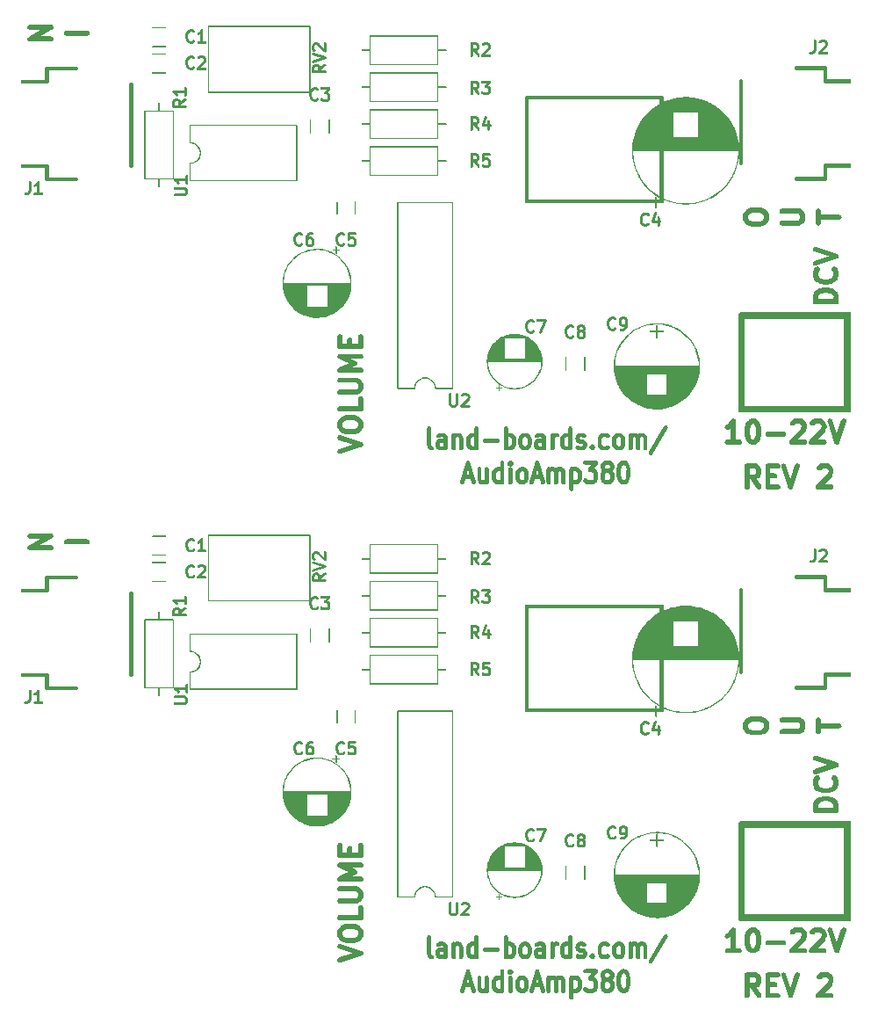
<source format=gto>
%MOIN*%
%OFA0B0*%
%FSLAX36Y36*%
%IPPOS*%
%LPD*%
%LPD*%
G36*
X001937794Y001129808D02*
G01*
X001940112Y001130175D01*
X001942203Y001131240D01*
X001943861Y001132899D01*
X001944927Y001134991D01*
X001945294Y001137308D01*
X001945294Y001531008D01*
X001944927Y001533326D01*
X001943861Y001535417D01*
X001942203Y001537076D01*
X001940112Y001538141D01*
X001937794Y001538507D01*
X001935477Y001538141D01*
X001933385Y001537076D01*
X001931726Y001535417D01*
X001930661Y001533326D01*
X001930294Y001531008D01*
X001930294Y001137308D01*
X001930661Y001134991D01*
X001931726Y001132899D01*
X001933385Y001131240D01*
X001935477Y001130175D01*
X001937794Y001129808D01*
G37*
G36*
X002449605Y001129808D02*
G01*
X002451923Y001130175D01*
X002454014Y001131240D01*
X002455672Y001132899D01*
X002456738Y001134991D01*
X002457105Y001137308D01*
X002456738Y001139625D01*
X002455672Y001141716D01*
X002454014Y001143375D01*
X002451923Y001144440D01*
X002449605Y001144808D01*
X001937794Y001144808D01*
X001935477Y001144440D01*
X001933385Y001143375D01*
X001931726Y001141716D01*
X001930661Y001139625D01*
X001930294Y001137308D01*
X001930661Y001134991D01*
X001931726Y001132899D01*
X001933385Y001131240D01*
X001935477Y001130175D01*
X001937794Y001129808D01*
X002449605Y001129808D01*
G37*
G36*
X002449605Y001129808D02*
G01*
X002451923Y001130175D01*
X002454014Y001131240D01*
X002455672Y001132899D01*
X002456738Y001134991D01*
X002457105Y001137308D01*
X002457105Y001531008D01*
X002456738Y001533326D01*
X002455672Y001535417D01*
X002454014Y001537076D01*
X002451923Y001538141D01*
X002449605Y001538507D01*
X002447288Y001538141D01*
X002445196Y001537076D01*
X002443537Y001535417D01*
X002442472Y001533326D01*
X002442105Y001531008D01*
X002442105Y001137308D01*
X002442472Y001134991D01*
X002443537Y001132899D01*
X002445196Y001131240D01*
X002447288Y001130175D01*
X002449605Y001129808D01*
G37*
G36*
X002449605Y001523508D02*
G01*
X002451923Y001523875D01*
X002454014Y001524941D01*
X002455672Y001526600D01*
X002456738Y001528691D01*
X002457105Y001531008D01*
X002456738Y001533326D01*
X002455672Y001535417D01*
X002454014Y001537076D01*
X002451923Y001538141D01*
X002449605Y001538507D01*
X001937794Y001538507D01*
X001935477Y001538141D01*
X001933385Y001537076D01*
X001931726Y001535417D01*
X001930661Y001533326D01*
X001930294Y001531008D01*
X001930661Y001528691D01*
X001931726Y001526600D01*
X001933385Y001524941D01*
X001935477Y001523875D01*
X001937794Y001523508D01*
X002449605Y001523508D01*
G37*
G36*
X003111564Y000747349D02*
G01*
X003114605Y000747830D01*
X003117350Y000749229D01*
X003119527Y000751406D01*
X003120925Y000754151D01*
X003121407Y000757191D01*
X003120925Y000760234D01*
X003119527Y000762977D01*
X003117350Y000765154D01*
X003114605Y000766552D01*
X003111564Y000767034D01*
X003032824Y000767034D01*
X003029782Y000766552D01*
X003027039Y000765154D01*
X003024861Y000762977D01*
X003023463Y000760234D01*
X003022981Y000757191D01*
X003023463Y000754151D01*
X003024861Y000751406D01*
X003027039Y000749229D01*
X003029782Y000747830D01*
X003032824Y000747349D01*
X003111564Y000747349D01*
G37*
G36*
X003032824Y000747349D02*
G01*
X003035865Y000747830D01*
X003038609Y000749229D01*
X003040786Y000751406D01*
X003042185Y000754151D01*
X003042667Y000757191D01*
X003042667Y000775939D01*
X003042185Y000778981D01*
X003040786Y000781724D01*
X003038609Y000783902D01*
X003035865Y000785300D01*
X003032824Y000785781D01*
X003029782Y000785300D01*
X003027039Y000783902D01*
X003024861Y000781724D01*
X003023463Y000778981D01*
X003022981Y000775939D01*
X003022981Y000757191D01*
X003023463Y000754151D01*
X003024861Y000751406D01*
X003027039Y000749229D01*
X003029782Y000747830D01*
X003032824Y000747349D01*
G37*
G36*
X003032824Y000766096D02*
G01*
X003035865Y000766577D01*
X003038609Y000767977D01*
X003040786Y000770154D01*
X003042185Y000772898D01*
X003045934Y000784146D01*
X003046416Y000787188D01*
X003045934Y000790229D01*
X003044537Y000792973D01*
X003042359Y000795150D01*
X003039615Y000796549D01*
X003036573Y000797030D01*
X003033532Y000796549D01*
X003030788Y000795150D01*
X003028611Y000792973D01*
X003027212Y000790229D01*
X003023463Y000778981D01*
X003022981Y000775939D01*
X003023463Y000772898D01*
X003024861Y000770154D01*
X003027039Y000767977D01*
X003029782Y000766577D01*
X003032824Y000766096D01*
G37*
G36*
X003036573Y000777345D02*
G01*
X003039615Y000777826D01*
X003042359Y000779224D01*
X003052035Y000788902D01*
X003053434Y000791645D01*
X003053915Y000794686D01*
X003053434Y000797728D01*
X003052035Y000800472D01*
X003049858Y000802650D01*
X003047114Y000804047D01*
X003044073Y000804529D01*
X003041031Y000804047D01*
X003038287Y000802650D01*
X003036110Y000800472D01*
X003028611Y000792973D01*
X003027212Y000790229D01*
X003026731Y000787188D01*
X003027212Y000784146D01*
X003028611Y000781401D01*
X003030788Y000779224D01*
X003033532Y000777826D01*
X003036573Y000777345D01*
G37*
G36*
X003044073Y000784844D02*
G01*
X003047114Y000785326D01*
X003054612Y000789076D01*
X003057357Y000790473D01*
X003059534Y000792651D01*
X003060933Y000795395D01*
X003061414Y000798437D01*
X003060933Y000801478D01*
X003059534Y000804222D01*
X003057357Y000806399D01*
X003054612Y000807798D01*
X003051572Y000808278D01*
X003048530Y000807798D01*
X003041031Y000804047D01*
X003038287Y000802650D01*
X003036110Y000800472D01*
X003034712Y000797728D01*
X003034230Y000794686D01*
X003034712Y000791645D01*
X003036110Y000788902D01*
X003038287Y000786723D01*
X003041031Y000785326D01*
X003044073Y000784844D01*
G37*
G36*
X003051572Y000788593D02*
G01*
X003054612Y000789076D01*
X003069610Y000792825D01*
X003072355Y000794224D01*
X003074532Y000796401D01*
X003075931Y000799145D01*
X003076412Y000802185D01*
X003075931Y000805227D01*
X003074532Y000807971D01*
X003072355Y000810148D01*
X003069610Y000811547D01*
X003066570Y000812028D01*
X003063527Y000811547D01*
X003048530Y000807798D01*
X003045786Y000806399D01*
X003043609Y000804222D01*
X003042210Y000801478D01*
X003041729Y000798437D01*
X003042210Y000795395D01*
X003043609Y000792651D01*
X003045786Y000790473D01*
X003048530Y000789076D01*
X003051572Y000788593D01*
G37*
G36*
X003077818Y000792343D02*
G01*
X003080860Y000792825D01*
X003083603Y000794224D01*
X003085781Y000796401D01*
X003087179Y000799145D01*
X003087661Y000802185D01*
X003087179Y000805227D01*
X003085781Y000807971D01*
X003083603Y000810148D01*
X003080860Y000811547D01*
X003077818Y000812028D01*
X003066570Y000812028D01*
X003063527Y000811547D01*
X003060784Y000810148D01*
X003058606Y000807971D01*
X003057209Y000805227D01*
X003056727Y000802185D01*
X003057209Y000799145D01*
X003058606Y000796401D01*
X003060784Y000794224D01*
X003063527Y000792825D01*
X003066570Y000792343D01*
X003077818Y000792343D01*
G37*
G36*
X003092817Y000788593D02*
G01*
X003095858Y000789076D01*
X003098602Y000790473D01*
X003100779Y000792651D01*
X003102177Y000795395D01*
X003102659Y000798437D01*
X003102177Y000801478D01*
X003100779Y000804222D01*
X003098602Y000806399D01*
X003095858Y000807798D01*
X003080860Y000811547D01*
X003077818Y000812028D01*
X003074776Y000811547D01*
X003072033Y000810148D01*
X003069855Y000807971D01*
X003068458Y000805227D01*
X003067976Y000802185D01*
X003068458Y000799145D01*
X003069855Y000796401D01*
X003072033Y000794224D01*
X003074776Y000792825D01*
X003089775Y000789076D01*
X003092817Y000788593D01*
G37*
G36*
X003100315Y000784844D02*
G01*
X003103357Y000785326D01*
X003106101Y000786723D01*
X003108279Y000788902D01*
X003109676Y000791645D01*
X003110158Y000794686D01*
X003109676Y000797728D01*
X003108279Y000800472D01*
X003106101Y000802650D01*
X003103357Y000804047D01*
X003095858Y000807798D01*
X003092817Y000808278D01*
X003089775Y000807798D01*
X003087031Y000806399D01*
X003084853Y000804222D01*
X003083456Y000801478D01*
X003082974Y000798437D01*
X003083456Y000795395D01*
X003084853Y000792651D01*
X003087031Y000790473D01*
X003089775Y000789076D01*
X003097274Y000785326D01*
X003100315Y000784844D01*
G37*
G36*
X003107815Y000777345D02*
G01*
X003110856Y000777826D01*
X003113599Y000779224D01*
X003115777Y000781401D01*
X003117175Y000784146D01*
X003117657Y000787188D01*
X003117175Y000790229D01*
X003115777Y000792973D01*
X003113599Y000795150D01*
X003106101Y000802650D01*
X003103357Y000804047D01*
X003100315Y000804529D01*
X003097274Y000804047D01*
X003094530Y000802650D01*
X003092353Y000800472D01*
X003090954Y000797728D01*
X003090473Y000794686D01*
X003090954Y000791645D01*
X003092353Y000788902D01*
X003094530Y000786723D01*
X003102029Y000779224D01*
X003104772Y000777826D01*
X003107815Y000777345D01*
G37*
G36*
X003111564Y000766096D02*
G01*
X003114605Y000766577D01*
X003117350Y000767977D01*
X003119527Y000770154D01*
X003120925Y000772898D01*
X003121407Y000775939D01*
X003120925Y000778981D01*
X003117175Y000790229D01*
X003115777Y000792973D01*
X003113599Y000795150D01*
X003110856Y000796549D01*
X003107815Y000797030D01*
X003104772Y000796549D01*
X003102029Y000795150D01*
X003099851Y000792973D01*
X003098454Y000790229D01*
X003097971Y000787188D01*
X003098454Y000784146D01*
X003102203Y000772898D01*
X003103600Y000770154D01*
X003105779Y000767977D01*
X003108522Y000766577D01*
X003111564Y000766096D01*
G37*
G36*
X003111564Y000747349D02*
G01*
X003114605Y000747830D01*
X003117350Y000749229D01*
X003119527Y000751406D01*
X003120925Y000754151D01*
X003121407Y000757191D01*
X003121407Y000775939D01*
X003120925Y000778981D01*
X003119527Y000781724D01*
X003117350Y000783902D01*
X003114605Y000785300D01*
X003111564Y000785781D01*
X003108522Y000785300D01*
X003105779Y000783902D01*
X003103600Y000781724D01*
X003102203Y000778981D01*
X003101722Y000775939D01*
X003101722Y000757191D01*
X003102203Y000754151D01*
X003103600Y000751406D01*
X003105779Y000749229D01*
X003108522Y000747830D01*
X003111564Y000747349D01*
G37*
G36*
X003107815Y000867334D02*
G01*
X003110856Y000867816D01*
X003113599Y000869213D01*
X003115777Y000871391D01*
X003117175Y000874135D01*
X003117657Y000877177D01*
X003117175Y000880217D01*
X003115777Y000882962D01*
X003109849Y000888888D01*
X003107107Y000890287D01*
X003104064Y000890769D01*
X003101022Y000890287D01*
X003098279Y000888888D01*
X003096102Y000886712D01*
X003094705Y000883967D01*
X003094222Y000880926D01*
X003094705Y000877885D01*
X003096102Y000875140D01*
X003102029Y000869213D01*
X003104772Y000867816D01*
X003107815Y000867334D01*
G37*
G36*
X003111564Y000856086D02*
G01*
X003114605Y000856567D01*
X003117350Y000857965D01*
X003119527Y000860143D01*
X003120925Y000862886D01*
X003121407Y000865928D01*
X003120925Y000868969D01*
X003117175Y000880217D01*
X003115777Y000882962D01*
X003113599Y000885139D01*
X003110856Y000886538D01*
X003107815Y000887019D01*
X003104772Y000886538D01*
X003102029Y000885139D01*
X003099851Y000882962D01*
X003098454Y000880217D01*
X003097971Y000877177D01*
X003098454Y000874135D01*
X003102203Y000862886D01*
X003103600Y000860143D01*
X003105779Y000857965D01*
X003108522Y000856567D01*
X003111564Y000856086D01*
G37*
G36*
X003111564Y000848586D02*
G01*
X003114605Y000849068D01*
X003117350Y000850466D01*
X003119527Y000852644D01*
X003120925Y000855386D01*
X003121407Y000858428D01*
X003121407Y000865928D01*
X003120925Y000868969D01*
X003119527Y000871713D01*
X003117350Y000873890D01*
X003114605Y000875289D01*
X003111564Y000875770D01*
X003108522Y000875289D01*
X003105779Y000873890D01*
X003103600Y000871713D01*
X003102203Y000868969D01*
X003101722Y000865928D01*
X003101722Y000858428D01*
X003102203Y000855386D01*
X003103600Y000852644D01*
X003105779Y000850466D01*
X003108522Y000849068D01*
X003111564Y000848586D01*
G37*
G36*
X003107815Y000837338D02*
G01*
X003110856Y000837819D01*
X003113599Y000839217D01*
X003115777Y000841395D01*
X003117175Y000844138D01*
X003120925Y000855386D01*
X003121407Y000858428D01*
X003120925Y000861471D01*
X003119527Y000864214D01*
X003117350Y000866392D01*
X003114605Y000867789D01*
X003111564Y000868271D01*
X003108522Y000867789D01*
X003105779Y000866392D01*
X003103600Y000864214D01*
X003102203Y000861471D01*
X003098454Y000850221D01*
X003097971Y000847180D01*
X003098454Y000844138D01*
X003099851Y000841395D01*
X003102029Y000839217D01*
X003104772Y000837819D01*
X003107815Y000837338D01*
G37*
G36*
X003100315Y000829838D02*
G01*
X003103357Y000830321D01*
X003106101Y000831719D01*
X003108279Y000833895D01*
X003108279Y000833897D01*
X003115777Y000841395D01*
X003117175Y000844138D01*
X003117657Y000847180D01*
X003117175Y000850221D01*
X003115777Y000852966D01*
X003113599Y000855143D01*
X003110856Y000856540D01*
X003107815Y000857023D01*
X003104772Y000856540D01*
X003102029Y000855143D01*
X003092353Y000845466D01*
X003090954Y000842723D01*
X003090473Y000839681D01*
X003090954Y000836640D01*
X003092353Y000833895D01*
X003094530Y000831719D01*
X003097274Y000830321D01*
X003100315Y000829838D01*
G37*
G36*
X003092817Y000826089D02*
G01*
X003095858Y000826571D01*
X003103357Y000830321D01*
X003106101Y000831719D01*
X003108279Y000833895D01*
X003109676Y000836640D01*
X003110158Y000839681D01*
X003109676Y000842723D01*
X003108279Y000845466D01*
X003106101Y000847644D01*
X003103357Y000849042D01*
X003100315Y000849523D01*
X003097274Y000849042D01*
X003089775Y000845293D01*
X003087031Y000843895D01*
X003084853Y000841717D01*
X003083456Y000838974D01*
X003082974Y000835932D01*
X003083456Y000832891D01*
X003084853Y000830146D01*
X003087031Y000827969D01*
X003089775Y000826571D01*
X003092817Y000826089D01*
G37*
G36*
X003077818Y000822340D02*
G01*
X003080860Y000822821D01*
X003095858Y000826571D01*
X003098602Y000827969D01*
X003100779Y000830146D01*
X003102177Y000832891D01*
X003102659Y000835932D01*
X003102177Y000838974D01*
X003100779Y000841717D01*
X003098602Y000843895D01*
X003095858Y000845293D01*
X003092817Y000845774D01*
X003089775Y000845293D01*
X003074776Y000841543D01*
X003072033Y000840145D01*
X003069855Y000837968D01*
X003068458Y000835223D01*
X003067976Y000832182D01*
X003068458Y000829140D01*
X003069855Y000826397D01*
X003072033Y000824218D01*
X003074776Y000822821D01*
X003077818Y000822340D01*
G37*
G36*
X003077818Y000822340D02*
G01*
X003080860Y000822821D01*
X003083603Y000824218D01*
X003085781Y000826397D01*
X003087179Y000829140D01*
X003087661Y000832182D01*
X003087179Y000835223D01*
X003085781Y000837968D01*
X003083603Y000840145D01*
X003080860Y000841543D01*
X003077818Y000842025D01*
X003066570Y000842025D01*
X003063527Y000841543D01*
X003060784Y000840145D01*
X003058606Y000837968D01*
X003057209Y000835223D01*
X003056727Y000832182D01*
X003057209Y000829140D01*
X003058606Y000826397D01*
X003060784Y000824218D01*
X003063527Y000822821D01*
X003066570Y000822340D01*
X003077818Y000822340D01*
G37*
G36*
X003066570Y000822340D02*
G01*
X003069610Y000822821D01*
X003072355Y000824218D01*
X003074532Y000826397D01*
X003075931Y000829140D01*
X003076412Y000832182D01*
X003075931Y000835223D01*
X003074532Y000837968D01*
X003072355Y000840145D01*
X003069610Y000841543D01*
X003054612Y000845293D01*
X003051572Y000845774D01*
X003048530Y000845293D01*
X003045786Y000843895D01*
X003043609Y000841717D01*
X003042210Y000838974D01*
X003041729Y000835932D01*
X003042210Y000832891D01*
X003043609Y000830146D01*
X003045786Y000827969D01*
X003048530Y000826571D01*
X003063527Y000822821D01*
X003066570Y000822340D01*
G37*
G36*
X003051572Y000826089D02*
G01*
X003054612Y000826571D01*
X003057357Y000827969D01*
X003059534Y000830146D01*
X003060933Y000832891D01*
X003061414Y000835932D01*
X003060933Y000838974D01*
X003059534Y000841717D01*
X003057357Y000843895D01*
X003054612Y000845293D01*
X003047114Y000849042D01*
X003044073Y000849523D01*
X003041031Y000849042D01*
X003038287Y000847644D01*
X003036110Y000845466D01*
X003034712Y000842723D01*
X003034230Y000839681D01*
X003034712Y000836640D01*
X003036110Y000833895D01*
X003038287Y000831719D01*
X003041031Y000830321D01*
X003048530Y000826571D01*
X003051572Y000826089D01*
G37*
G36*
X003044073Y000829838D02*
G01*
X003047114Y000830321D01*
X003049858Y000831719D01*
X003052035Y000833895D01*
X003053434Y000836640D01*
X003053915Y000839681D01*
X003053434Y000842723D01*
X003052035Y000845466D01*
X003049858Y000847644D01*
X003042359Y000855143D01*
X003039615Y000856540D01*
X003036573Y000857023D01*
X003033532Y000856540D01*
X003030788Y000855143D01*
X003028611Y000852966D01*
X003027212Y000850221D01*
X003026731Y000847180D01*
X003027212Y000844138D01*
X003028611Y000841395D01*
X003038287Y000831719D01*
X003041031Y000830321D01*
X003044073Y000829838D01*
G37*
G36*
X003036573Y000837338D02*
G01*
X003039615Y000837819D01*
X003042359Y000839217D01*
X003044537Y000841395D01*
X003045934Y000844138D01*
X003046416Y000847180D01*
X003045934Y000850221D01*
X003042185Y000861471D01*
X003040786Y000864214D01*
X003038609Y000866392D01*
X003035865Y000867789D01*
X003032824Y000868271D01*
X003029782Y000867789D01*
X003027039Y000866392D01*
X003024861Y000864214D01*
X003023463Y000861471D01*
X003022981Y000858428D01*
X003023463Y000855386D01*
X003027212Y000844138D01*
X003028611Y000841395D01*
X003030788Y000839217D01*
X003033532Y000837819D01*
X003036573Y000837338D01*
G37*
G36*
X003032824Y000848586D02*
G01*
X003035865Y000849068D01*
X003038609Y000850466D01*
X003040786Y000852644D01*
X003042185Y000855386D01*
X003042667Y000858428D01*
X003042667Y000865928D01*
X003042185Y000868969D01*
X003040786Y000871713D01*
X003038609Y000873890D01*
X003035865Y000875289D01*
X003032824Y000875770D01*
X003029782Y000875289D01*
X003027039Y000873890D01*
X003024861Y000871713D01*
X003023463Y000868969D01*
X003022981Y000865928D01*
X003022981Y000858428D01*
X003023463Y000855386D01*
X003024861Y000852644D01*
X003027039Y000850466D01*
X003029782Y000849068D01*
X003032824Y000848586D01*
G37*
G36*
X003032824Y000856086D02*
G01*
X003035865Y000856567D01*
X003038609Y000857965D01*
X003040786Y000860143D01*
X003042185Y000862886D01*
X003045934Y000874135D01*
X003046416Y000877177D01*
X003045934Y000880217D01*
X003044537Y000882962D01*
X003042359Y000885139D01*
X003039615Y000886538D01*
X003036573Y000887019D01*
X003033532Y000886538D01*
X003030788Y000885139D01*
X003028611Y000882962D01*
X003027212Y000880217D01*
X003023463Y000868969D01*
X003022981Y000865928D01*
X003023463Y000862886D01*
X003024861Y000860143D01*
X003027039Y000857965D01*
X003029782Y000856567D01*
X003032824Y000856086D01*
G37*
G36*
X003036573Y000867334D02*
G01*
X003039615Y000867816D01*
X003042359Y000869213D01*
X003046109Y000872963D01*
X003046108Y000872963D01*
X003048286Y000875140D01*
X003049684Y000877885D01*
X003050165Y000880926D01*
X003049684Y000883967D01*
X003048286Y000886712D01*
X003046108Y000888888D01*
X003043364Y000890287D01*
X003040323Y000890769D01*
X003037282Y000890287D01*
X003034538Y000888888D01*
X003032360Y000886712D01*
X003028611Y000882962D01*
X003027212Y000880217D01*
X003026731Y000877177D01*
X003027212Y000874135D01*
X003028611Y000871391D01*
X003030788Y000869213D01*
X003033532Y000867816D01*
X003036573Y000867334D01*
G37*
G36*
X003032824Y000893580D02*
G01*
X003035865Y000894062D01*
X003114605Y000920309D01*
X003117350Y000921707D01*
X003119527Y000923884D01*
X003120925Y000926628D01*
X003121407Y000929670D01*
X003120925Y000932711D01*
X003119527Y000935455D01*
X003117350Y000937632D01*
X003114605Y000939031D01*
X003111564Y000939511D01*
X003108522Y000939031D01*
X003029782Y000912784D01*
X003027039Y000911386D01*
X003024861Y000909208D01*
X003023463Y000906465D01*
X003022981Y000903423D01*
X003023463Y000900382D01*
X003024861Y000897637D01*
X003027039Y000895460D01*
X003029782Y000894062D01*
X003032824Y000893580D01*
G37*
G36*
X003111564Y000919827D02*
G01*
X003114605Y000920309D01*
X003117350Y000921707D01*
X003119527Y000923884D01*
X003120925Y000926628D01*
X003121407Y000929670D01*
X003120925Y000932711D01*
X003119527Y000935455D01*
X003117350Y000937632D01*
X003114605Y000939031D01*
X003035865Y000965278D01*
X003032824Y000965760D01*
X003029782Y000965278D01*
X003027039Y000963879D01*
X003024861Y000961702D01*
X003023463Y000958958D01*
X003022981Y000955917D01*
X003023463Y000952875D01*
X003024861Y000950132D01*
X003027039Y000947954D01*
X003029782Y000946555D01*
X003108522Y000920309D01*
X003111564Y000919827D01*
G37*
G36*
X002818458Y000045466D02*
G01*
X002821499Y000045949D01*
X002824243Y000047347D01*
X002826420Y000049524D01*
X002827819Y000052267D01*
X002828300Y000055309D01*
X002827819Y000058351D01*
X002826420Y000061094D01*
X002800174Y000098590D01*
X002797995Y000100767D01*
X002795253Y000102166D01*
X002792211Y000102647D01*
X002789170Y000102166D01*
X002786425Y000100767D01*
X002784248Y000098590D01*
X002782850Y000095846D01*
X002782368Y000092804D01*
X002782850Y000089763D01*
X002784248Y000087019D01*
X002810493Y000049524D01*
X002812672Y000047347D01*
X002815416Y000045949D01*
X002818458Y000045466D01*
G37*
G36*
X002773463Y000045466D02*
G01*
X002776504Y000045949D01*
X002779249Y000047347D01*
X002781425Y000049524D01*
X002782824Y000052267D01*
X002783306Y000055309D01*
X002783306Y000134049D01*
X002782824Y000137091D01*
X002781425Y000139834D01*
X002779249Y000142012D01*
X002776504Y000143410D01*
X002773463Y000143891D01*
X002770421Y000143410D01*
X002767678Y000142012D01*
X002765500Y000139834D01*
X002764102Y000137091D01*
X002763621Y000134049D01*
X002763621Y000055309D01*
X002764102Y000052267D01*
X002765500Y000049524D01*
X002767678Y000047347D01*
X002770421Y000045949D01*
X002773463Y000045466D01*
G37*
G36*
X002803460Y000124206D02*
G01*
X002806501Y000124688D01*
X002809245Y000126087D01*
X002811422Y000128263D01*
X002812820Y000131008D01*
X002813301Y000134049D01*
X002812820Y000137091D01*
X002811422Y000139834D01*
X002809245Y000142012D01*
X002806501Y000143410D01*
X002803460Y000143891D01*
X002773463Y000143891D01*
X002770421Y000143410D01*
X002767678Y000142012D01*
X002765500Y000139834D01*
X002764102Y000137091D01*
X002763621Y000134049D01*
X002764102Y000131008D01*
X002765500Y000128263D01*
X002767678Y000126087D01*
X002770421Y000124688D01*
X002773463Y000124206D01*
X002803460Y000124206D01*
G37*
G36*
X002810958Y000120457D02*
G01*
X002814000Y000120939D01*
X002816744Y000122338D01*
X002818922Y000124514D01*
X002820319Y000127259D01*
X002820801Y000130300D01*
X002820319Y000133342D01*
X002818922Y000136085D01*
X002816744Y000138263D01*
X002814000Y000139661D01*
X002806501Y000143410D01*
X002803460Y000143891D01*
X002800418Y000143410D01*
X002797674Y000142012D01*
X002795496Y000139834D01*
X002794099Y000137091D01*
X002793617Y000134049D01*
X002794099Y000131008D01*
X002795496Y000128263D01*
X002797674Y000126087D01*
X002800418Y000124688D01*
X002807917Y000120939D01*
X002810958Y000120457D01*
G37*
G36*
X002814707Y000116708D02*
G01*
X002817749Y000117189D01*
X002820493Y000118587D01*
X002822671Y000120764D01*
X002824068Y000123508D01*
X002824550Y000126551D01*
X002824068Y000129591D01*
X002822671Y000132336D01*
X002816744Y000138263D01*
X002814000Y000139661D01*
X002810958Y000140142D01*
X002807917Y000139661D01*
X002805173Y000138263D01*
X002802996Y000136085D01*
X002801597Y000133342D01*
X002801116Y000130300D01*
X002801597Y000127259D01*
X002802996Y000124514D01*
X002808923Y000118587D01*
X002811666Y000117189D01*
X002814707Y000116708D01*
G37*
G36*
X002818458Y000109208D02*
G01*
X002821499Y000109691D01*
X002824243Y000111089D01*
X002826420Y000113265D01*
X002827819Y000116010D01*
X002828300Y000119051D01*
X002827819Y000122093D01*
X002824068Y000129591D01*
X002822671Y000132336D01*
X002820493Y000134513D01*
X002817749Y000135912D01*
X002814707Y000136393D01*
X002811666Y000135912D01*
X002808923Y000134513D01*
X002806745Y000132336D01*
X002805348Y000129591D01*
X002804864Y000126551D01*
X002805348Y000123508D01*
X002809097Y000116010D01*
X002810493Y000113265D01*
X002812672Y000111089D01*
X002815416Y000109691D01*
X002818458Y000109208D01*
G37*
G36*
X002818458Y000097960D02*
G01*
X002821499Y000098442D01*
X002824243Y000099840D01*
X002826420Y000102017D01*
X002827819Y000104761D01*
X002828300Y000107802D01*
X002828300Y000119051D01*
X002827819Y000122093D01*
X002826420Y000124836D01*
X002824243Y000127013D01*
X002821499Y000128412D01*
X002818458Y000128893D01*
X002815416Y000128412D01*
X002812672Y000127013D01*
X002810493Y000124836D01*
X002809097Y000122093D01*
X002808615Y000119051D01*
X002808615Y000107802D01*
X002809097Y000104761D01*
X002810493Y000102017D01*
X002812672Y000099840D01*
X002815416Y000098442D01*
X002818458Y000097960D01*
G37*
G36*
X002814707Y000090461D02*
G01*
X002817749Y000090943D01*
X002820493Y000092341D01*
X002822671Y000094518D01*
X002824068Y000097262D01*
X002827819Y000104761D01*
X002828300Y000107802D01*
X002827819Y000110844D01*
X002826420Y000113587D01*
X002824243Y000115765D01*
X002821499Y000117162D01*
X002818458Y000117645D01*
X002815416Y000117162D01*
X002812672Y000115765D01*
X002810493Y000113587D01*
X002809097Y000110844D01*
X002805348Y000103345D01*
X002804864Y000100303D01*
X002805348Y000097262D01*
X002806745Y000094518D01*
X002808923Y000092341D01*
X002811666Y000090943D01*
X002814707Y000090461D01*
G37*
G36*
X002810958Y000086712D02*
G01*
X002814000Y000087193D01*
X002816744Y000088592D01*
X002820493Y000092341D01*
X002822671Y000094518D01*
X002824068Y000097262D01*
X002824550Y000100303D01*
X002824068Y000103345D01*
X002822671Y000106088D01*
X002820493Y000108267D01*
X002817749Y000109664D01*
X002814707Y000110146D01*
X002811666Y000109664D01*
X002808923Y000108267D01*
X002802996Y000102339D01*
X002801597Y000099595D01*
X002801116Y000096554D01*
X002801597Y000093513D01*
X002802996Y000090769D01*
X002805173Y000088592D01*
X002807917Y000087193D01*
X002810958Y000086712D01*
G37*
G36*
X002803460Y000082962D02*
G01*
X002806501Y000083444D01*
X002814000Y000087193D01*
X002816744Y000088592D01*
X002818922Y000090769D01*
X002820319Y000093513D01*
X002820801Y000096554D01*
X002820319Y000099595D01*
X002818922Y000102339D01*
X002816744Y000104517D01*
X002814000Y000105915D01*
X002810958Y000106397D01*
X002807917Y000105915D01*
X002800418Y000102166D01*
X002797674Y000100767D01*
X002795496Y000098590D01*
X002794099Y000095846D01*
X002793617Y000092804D01*
X002794099Y000089763D01*
X002795496Y000087019D01*
X002797674Y000084841D01*
X002800418Y000083444D01*
X002803460Y000082962D01*
G37*
G36*
X002803460Y000082962D02*
G01*
X002806501Y000083444D01*
X002809245Y000084841D01*
X002811422Y000087019D01*
X002812820Y000089763D01*
X002813301Y000092804D01*
X002812820Y000095846D01*
X002811422Y000098590D01*
X002809245Y000100767D01*
X002806501Y000102166D01*
X002803460Y000102647D01*
X002773463Y000102647D01*
X002770421Y000102166D01*
X002767678Y000100767D01*
X002765500Y000098590D01*
X002764102Y000095846D01*
X002763621Y000092804D01*
X002764102Y000089763D01*
X002765500Y000087019D01*
X002767678Y000084841D01*
X002770421Y000083444D01*
X002773463Y000082962D01*
X002803460Y000082962D01*
G37*
G36*
X002878450Y000086712D02*
G01*
X002881492Y000087193D01*
X002884236Y000088592D01*
X002886413Y000090769D01*
X002887811Y000093513D01*
X002888293Y000096554D01*
X002887811Y000099595D01*
X002886413Y000102339D01*
X002884236Y000104517D01*
X002881492Y000105915D01*
X002878450Y000106397D01*
X002852203Y000106397D01*
X002849161Y000105915D01*
X002846418Y000104517D01*
X002844240Y000102339D01*
X002842842Y000099595D01*
X002842361Y000096554D01*
X002842842Y000093513D01*
X002844240Y000090769D01*
X002846418Y000088592D01*
X002849161Y000087193D01*
X002852203Y000086712D01*
X002878450Y000086712D01*
G37*
G36*
X002889697Y000045466D02*
G01*
X002892740Y000045949D01*
X002895483Y000047347D01*
X002897661Y000049524D01*
X002899059Y000052267D01*
X002899540Y000055309D01*
X002899059Y000058351D01*
X002897661Y000061094D01*
X002895483Y000063271D01*
X002892740Y000064670D01*
X002889697Y000065151D01*
X002852203Y000065151D01*
X002849161Y000064670D01*
X002846418Y000063271D01*
X002844240Y000061094D01*
X002842842Y000058351D01*
X002842361Y000055309D01*
X002842842Y000052267D01*
X002844240Y000049524D01*
X002846418Y000047347D01*
X002849161Y000045949D01*
X002852203Y000045466D01*
X002889697Y000045466D01*
G37*
G36*
X002852203Y000045466D02*
G01*
X002855244Y000045949D01*
X002857989Y000047347D01*
X002860166Y000049524D01*
X002861564Y000052267D01*
X002862046Y000055309D01*
X002862046Y000134049D01*
X002861564Y000137091D01*
X002860166Y000139834D01*
X002857989Y000142012D01*
X002855244Y000143410D01*
X002852203Y000143891D01*
X002849161Y000143410D01*
X002846418Y000142012D01*
X002844240Y000139834D01*
X002842842Y000137091D01*
X002842361Y000134049D01*
X002842361Y000055309D01*
X002842842Y000052267D01*
X002844240Y000049524D01*
X002846418Y000047347D01*
X002849161Y000045949D01*
X002852203Y000045466D01*
G37*
G36*
X002889697Y000124206D02*
G01*
X002892740Y000124688D01*
X002895483Y000126087D01*
X002897661Y000128263D01*
X002899059Y000131008D01*
X002899540Y000134049D01*
X002899059Y000137091D01*
X002897661Y000139834D01*
X002895483Y000142012D01*
X002892740Y000143410D01*
X002889697Y000143891D01*
X002852203Y000143891D01*
X002849161Y000143410D01*
X002846418Y000142012D01*
X002844240Y000139834D01*
X002842842Y000137091D01*
X002842361Y000134049D01*
X002842842Y000131008D01*
X002844240Y000128263D01*
X002846418Y000126087D01*
X002849161Y000124688D01*
X002852203Y000124206D01*
X002889697Y000124206D01*
G37*
G36*
X002938442Y000045466D02*
G01*
X002941484Y000045949D01*
X002944227Y000047347D01*
X002946405Y000049524D01*
X002947803Y000052267D01*
X002948285Y000055309D01*
X002947803Y000058351D01*
X002921557Y000137091D01*
X002920158Y000139834D01*
X002917981Y000142012D01*
X002915237Y000143410D01*
X002912196Y000143891D01*
X002909154Y000143410D01*
X002906411Y000142012D01*
X002904233Y000139834D01*
X002902834Y000137091D01*
X002902353Y000134049D01*
X002902834Y000131008D01*
X002929082Y000052267D01*
X002930480Y000049524D01*
X002932657Y000047347D01*
X002935401Y000045949D01*
X002938442Y000045466D01*
G37*
G36*
X002938442Y000045466D02*
G01*
X002941484Y000045949D01*
X002944227Y000047347D01*
X002946405Y000049524D01*
X002947803Y000052267D01*
X002974050Y000131008D01*
X002974532Y000134049D01*
X002974050Y000137091D01*
X002972651Y000139834D01*
X002970475Y000142012D01*
X002967730Y000143410D01*
X002964689Y000143891D01*
X002961648Y000143410D01*
X002958904Y000142012D01*
X002956727Y000139834D01*
X002955328Y000137091D01*
X002929082Y000058351D01*
X002928599Y000055309D01*
X002929082Y000052267D01*
X002930480Y000049524D01*
X002932657Y000047347D01*
X002935401Y000045949D01*
X002938442Y000045466D01*
G37*
G36*
X003047179Y000116708D02*
G01*
X003050221Y000117189D01*
X003052964Y000118587D01*
X003058891Y000124514D01*
X003060289Y000127259D01*
X003060770Y000130300D01*
X003060289Y000133342D01*
X003058891Y000136085D01*
X003056713Y000138263D01*
X003053970Y000139661D01*
X003050928Y000140142D01*
X003047887Y000139661D01*
X003045144Y000138263D01*
X003039216Y000132336D01*
X003037818Y000129591D01*
X003037336Y000126551D01*
X003037818Y000123508D01*
X003039216Y000120764D01*
X003041393Y000118587D01*
X003044138Y000117189D01*
X003047179Y000116708D01*
G37*
G36*
X003050928Y000120457D02*
G01*
X003053970Y000120939D01*
X003061468Y000124688D01*
X003064213Y000126087D01*
X003066390Y000128263D01*
X003067788Y000131008D01*
X003068270Y000134049D01*
X003067788Y000137091D01*
X003066390Y000139834D01*
X003064213Y000142012D01*
X003061468Y000143410D01*
X003058427Y000143891D01*
X003055387Y000143410D01*
X003047887Y000139661D01*
X003045144Y000138263D01*
X003042966Y000136085D01*
X003041567Y000133342D01*
X003041085Y000130300D01*
X003041567Y000127259D01*
X003042966Y000124514D01*
X003045144Y000122338D01*
X003047887Y000120939D01*
X003050928Y000120457D01*
G37*
G36*
X003077174Y000124206D02*
G01*
X003080217Y000124688D01*
X003082960Y000126087D01*
X003085138Y000128263D01*
X003086535Y000131008D01*
X003087017Y000134049D01*
X003086535Y000137091D01*
X003085138Y000139834D01*
X003082960Y000142012D01*
X003080217Y000143410D01*
X003077174Y000143891D01*
X003058427Y000143891D01*
X003055387Y000143410D01*
X003052642Y000142012D01*
X003050465Y000139834D01*
X003049066Y000137091D01*
X003048585Y000134049D01*
X003049066Y000131008D01*
X003050465Y000128263D01*
X003052642Y000126087D01*
X003055387Y000124688D01*
X003058427Y000124206D01*
X003077174Y000124206D01*
G37*
G36*
X003084675Y000120457D02*
G01*
X003087716Y000120939D01*
X003090460Y000122338D01*
X003092637Y000124514D01*
X003094034Y000127259D01*
X003094517Y000130300D01*
X003094034Y000133342D01*
X003092637Y000136085D01*
X003090460Y000138263D01*
X003087716Y000139661D01*
X003080217Y000143410D01*
X003077174Y000143891D01*
X003074134Y000143410D01*
X003071390Y000142012D01*
X003069213Y000139834D01*
X003067815Y000137091D01*
X003067333Y000134049D01*
X003067815Y000131008D01*
X003069213Y000128263D01*
X003071390Y000126087D01*
X003074134Y000124688D01*
X003081633Y000120939D01*
X003084675Y000120457D01*
G37*
G36*
X003088424Y000116708D02*
G01*
X003091465Y000117189D01*
X003094209Y000118587D01*
X003096386Y000120764D01*
X003097785Y000123508D01*
X003098266Y000126551D01*
X003097785Y000129591D01*
X003096386Y000132336D01*
X003090460Y000138263D01*
X003087716Y000139661D01*
X003084675Y000140142D01*
X003081633Y000139661D01*
X003078889Y000138263D01*
X003076711Y000136085D01*
X003075314Y000133342D01*
X003074832Y000130300D01*
X003075314Y000127259D01*
X003076711Y000124514D01*
X003082638Y000118587D01*
X003085382Y000117189D01*
X003088424Y000116708D01*
G37*
G36*
X003092173Y000109208D02*
G01*
X003095215Y000109691D01*
X003097959Y000111089D01*
X003100137Y000113265D01*
X003101534Y000116010D01*
X003102016Y000119051D01*
X003101534Y000122093D01*
X003097785Y000129591D01*
X003096386Y000132336D01*
X003094209Y000134513D01*
X003091465Y000135912D01*
X003088424Y000136393D01*
X003085382Y000135912D01*
X003082638Y000134513D01*
X003080460Y000132336D01*
X003079063Y000129591D01*
X003078580Y000126551D01*
X003079063Y000123508D01*
X003082812Y000116010D01*
X003084211Y000113265D01*
X003086388Y000111089D01*
X003089132Y000109691D01*
X003092173Y000109208D01*
G37*
G36*
X003092173Y000101710D02*
G01*
X003095215Y000102191D01*
X003097959Y000103589D01*
X003100137Y000105767D01*
X003101534Y000108509D01*
X003102016Y000111552D01*
X003102016Y000119051D01*
X003101534Y000122093D01*
X003100137Y000124836D01*
X003097959Y000127013D01*
X003095215Y000128412D01*
X003092173Y000128893D01*
X003089132Y000128412D01*
X003086388Y000127013D01*
X003084211Y000124836D01*
X003082812Y000122093D01*
X003082331Y000119051D01*
X003082331Y000111552D01*
X003082812Y000108509D01*
X003084211Y000105767D01*
X003086388Y000103589D01*
X003089132Y000102191D01*
X003092173Y000101710D01*
G37*
G36*
X003088424Y000090461D02*
G01*
X003091465Y000090943D01*
X003094209Y000092341D01*
X003096386Y000094518D01*
X003097785Y000097262D01*
X003101534Y000108509D01*
X003102016Y000111552D01*
X003101534Y000114593D01*
X003100137Y000117338D01*
X003097959Y000119515D01*
X003095215Y000120913D01*
X003092173Y000121395D01*
X003089132Y000120913D01*
X003086388Y000119515D01*
X003084211Y000117338D01*
X003082812Y000114593D01*
X003079063Y000103345D01*
X003078580Y000100303D01*
X003079063Y000097262D01*
X003080460Y000094518D01*
X003082638Y000092341D01*
X003085382Y000090943D01*
X003088424Y000090461D01*
G37*
G36*
X003043429Y000045466D02*
G01*
X003046470Y000045949D01*
X003049215Y000047347D01*
X003096386Y000094518D01*
X003097785Y000097262D01*
X003098266Y000100303D01*
X003097785Y000103345D01*
X003096386Y000106088D01*
X003094209Y000108267D01*
X003091465Y000109664D01*
X003088424Y000110146D01*
X003085382Y000109664D01*
X003082638Y000108267D01*
X003035467Y000061094D01*
X003034068Y000058351D01*
X003033587Y000055309D01*
X003034068Y000052267D01*
X003035467Y000049524D01*
X003037644Y000047347D01*
X003040388Y000045949D01*
X003043429Y000045466D01*
G37*
G36*
X003092173Y000045466D02*
G01*
X003095215Y000045949D01*
X003097959Y000047347D01*
X003100137Y000049524D01*
X003101534Y000052267D01*
X003102016Y000055309D01*
X003101534Y000058351D01*
X003100137Y000061094D01*
X003097959Y000063271D01*
X003095215Y000064670D01*
X003092173Y000065151D01*
X003043429Y000065151D01*
X003040388Y000064670D01*
X003037644Y000063271D01*
X003035467Y000061094D01*
X003034068Y000058351D01*
X003033587Y000055309D01*
X003034068Y000052267D01*
X003035467Y000049524D01*
X003037644Y000047347D01*
X003040388Y000045949D01*
X003043429Y000045466D01*
X003092173Y000045466D01*
G37*
G36*
X001227823Y000179865D02*
G01*
X001230866Y000180346D01*
X001309605Y000206592D01*
X001312349Y000207991D01*
X001314526Y000210169D01*
X001315925Y000212912D01*
X001316407Y000215954D01*
X001315925Y000218995D01*
X001314526Y000221740D01*
X001312349Y000223917D01*
X001309605Y000225315D01*
X001306564Y000225796D01*
X001303522Y000225315D01*
X001224783Y000199068D01*
X001222039Y000197671D01*
X001219861Y000195492D01*
X001218462Y000192749D01*
X001217981Y000189707D01*
X001218462Y000186666D01*
X001219861Y000183922D01*
X001222039Y000181745D01*
X001224783Y000180346D01*
X001227823Y000179865D01*
G37*
G36*
X001306564Y000206112D02*
G01*
X001309605Y000206592D01*
X001312349Y000207991D01*
X001314526Y000210169D01*
X001315925Y000212912D01*
X001316407Y000215954D01*
X001315925Y000218995D01*
X001314526Y000221740D01*
X001312349Y000223917D01*
X001309605Y000225315D01*
X001230866Y000251562D01*
X001227823Y000252044D01*
X001224783Y000251562D01*
X001222039Y000250164D01*
X001219861Y000247987D01*
X001218462Y000245242D01*
X001217981Y000242201D01*
X001218462Y000239159D01*
X001219861Y000236415D01*
X001222039Y000234238D01*
X001224783Y000232840D01*
X001303522Y000206592D01*
X001306564Y000206112D01*
G37*
G36*
X001227823Y000273603D02*
G01*
X001230866Y000274085D01*
X001233609Y000275483D01*
X001235787Y000277660D01*
X001237184Y000280404D01*
X001237666Y000283445D01*
X001237666Y000298443D01*
X001237184Y000301486D01*
X001235787Y000304229D01*
X001233609Y000306407D01*
X001230866Y000307804D01*
X001227823Y000308286D01*
X001224783Y000307804D01*
X001222039Y000306407D01*
X001219861Y000304229D01*
X001218462Y000301486D01*
X001217981Y000298443D01*
X001217981Y000283445D01*
X001218462Y000280404D01*
X001219861Y000277660D01*
X001222039Y000275483D01*
X001224783Y000274085D01*
X001227823Y000273603D01*
G37*
G36*
X001227823Y000288601D02*
G01*
X001230866Y000289083D01*
X001233609Y000290481D01*
X001235787Y000292658D01*
X001237184Y000295403D01*
X001240934Y000302901D01*
X001241416Y000305943D01*
X001240934Y000308984D01*
X001239536Y000311729D01*
X001237358Y000313906D01*
X001234615Y000315303D01*
X001231574Y000315786D01*
X001228532Y000315303D01*
X001225788Y000313906D01*
X001223610Y000311729D01*
X001222213Y000308984D01*
X001218462Y000301486D01*
X001217981Y000298443D01*
X001218462Y000295403D01*
X001219861Y000292658D01*
X001222039Y000290481D01*
X001224783Y000289083D01*
X001227823Y000288601D01*
G37*
G36*
X001231574Y000296101D02*
G01*
X001234615Y000296582D01*
X001237358Y000297980D01*
X001247035Y000307656D01*
X001248433Y000310401D01*
X001248915Y000313442D01*
X001248433Y000316483D01*
X001247035Y000319227D01*
X001244858Y000321405D01*
X001242114Y000322803D01*
X001239072Y000323284D01*
X001236031Y000322803D01*
X001233286Y000321405D01*
X001225788Y000313906D01*
X001223610Y000311729D01*
X001222213Y000308984D01*
X001221731Y000305943D01*
X001222213Y000302901D01*
X001223610Y000300158D01*
X001225788Y000297980D01*
X001228532Y000296582D01*
X001231574Y000296101D01*
G37*
G36*
X001239072Y000303599D02*
G01*
X001242114Y000304081D01*
X001257112Y000307831D01*
X001259855Y000309229D01*
X001262033Y000311407D01*
X001263431Y000314150D01*
X001263912Y000317191D01*
X001263431Y000320233D01*
X001262033Y000322976D01*
X001259855Y000325154D01*
X001257112Y000326552D01*
X001254071Y000327033D01*
X001251029Y000326552D01*
X001236031Y000322803D01*
X001233286Y000321405D01*
X001231110Y000319227D01*
X001229712Y000316483D01*
X001229230Y000313442D01*
X001229712Y000310401D01*
X001231110Y000307656D01*
X001233286Y000305480D01*
X001236031Y000304081D01*
X001239072Y000303599D01*
G37*
G36*
X001280317Y000307349D02*
G01*
X001283359Y000307831D01*
X001286103Y000309229D01*
X001288280Y000311407D01*
X001289678Y000314150D01*
X001290160Y000317191D01*
X001289678Y000320233D01*
X001288280Y000322976D01*
X001286103Y000325154D01*
X001283359Y000326552D01*
X001280317Y000327033D01*
X001254071Y000327033D01*
X001251029Y000326552D01*
X001248285Y000325154D01*
X001246108Y000322976D01*
X001244710Y000320233D01*
X001244228Y000317191D01*
X001244710Y000314150D01*
X001246108Y000311407D01*
X001248285Y000309229D01*
X001251029Y000307831D01*
X001254071Y000307349D01*
X001280317Y000307349D01*
G37*
G36*
X001295315Y000303599D02*
G01*
X001298357Y000304081D01*
X001301101Y000305480D01*
X001303278Y000307656D01*
X001304676Y000310401D01*
X001305158Y000313442D01*
X001304676Y000316483D01*
X001303278Y000319227D01*
X001301101Y000321405D01*
X001298357Y000322803D01*
X001283359Y000326552D01*
X001280317Y000327033D01*
X001277276Y000326552D01*
X001274532Y000325154D01*
X001272355Y000322976D01*
X001270957Y000320233D01*
X001270474Y000317191D01*
X001270957Y000314150D01*
X001272355Y000311407D01*
X001274532Y000309229D01*
X001277276Y000307831D01*
X001292274Y000304081D01*
X001295315Y000303599D01*
G37*
G36*
X001302815Y000296101D02*
G01*
X001305856Y000296582D01*
X001308599Y000297980D01*
X001310777Y000300158D01*
X001312175Y000302901D01*
X001312657Y000305943D01*
X001312175Y000308984D01*
X001310777Y000311729D01*
X001301101Y000321405D01*
X001298357Y000322803D01*
X001295315Y000323284D01*
X001292274Y000322803D01*
X001289530Y000321405D01*
X001287352Y000319227D01*
X001285953Y000316483D01*
X001285473Y000313442D01*
X001285953Y000310401D01*
X001287352Y000307656D01*
X001289530Y000305480D01*
X001297029Y000297980D01*
X001299773Y000296582D01*
X001302815Y000296101D01*
G37*
G36*
X001306564Y000288601D02*
G01*
X001309605Y000289083D01*
X001312349Y000290481D01*
X001314526Y000292658D01*
X001315925Y000295403D01*
X001316407Y000298443D01*
X001315925Y000301486D01*
X001312175Y000308984D01*
X001310777Y000311729D01*
X001308599Y000313906D01*
X001305856Y000315303D01*
X001302815Y000315786D01*
X001299773Y000315303D01*
X001297029Y000313906D01*
X001294851Y000311729D01*
X001293454Y000308984D01*
X001292972Y000305943D01*
X001293454Y000302901D01*
X001297203Y000295403D01*
X001298601Y000292658D01*
X001300779Y000290481D01*
X001303522Y000289083D01*
X001306564Y000288601D01*
G37*
G36*
X001306564Y000273603D02*
G01*
X001309605Y000274085D01*
X001312349Y000275483D01*
X001314526Y000277660D01*
X001315925Y000280404D01*
X001316407Y000283445D01*
X001316407Y000298443D01*
X001315925Y000301486D01*
X001314526Y000304229D01*
X001312349Y000306407D01*
X001309605Y000307804D01*
X001306564Y000308286D01*
X001303522Y000307804D01*
X001300779Y000306407D01*
X001298601Y000304229D01*
X001297203Y000301486D01*
X001296721Y000298443D01*
X001296721Y000283445D01*
X001297203Y000280404D01*
X001298601Y000277660D01*
X001300779Y000275483D01*
X001303522Y000274085D01*
X001306564Y000273603D01*
G37*
G36*
X001302815Y000266104D02*
G01*
X001305856Y000266586D01*
X001308599Y000267984D01*
X001310777Y000270162D01*
X001312175Y000272905D01*
X001315925Y000280404D01*
X001316407Y000283445D01*
X001315925Y000286487D01*
X001314526Y000289231D01*
X001312349Y000291408D01*
X001309605Y000292806D01*
X001306564Y000293288D01*
X001303522Y000292806D01*
X001300779Y000291408D01*
X001298601Y000289231D01*
X001297203Y000286487D01*
X001293454Y000278988D01*
X001292972Y000275947D01*
X001293454Y000272905D01*
X001294851Y000270162D01*
X001297029Y000267984D01*
X001299773Y000266586D01*
X001302815Y000266104D01*
G37*
G36*
X001295315Y000258604D02*
G01*
X001298357Y000259085D01*
X001301101Y000260485D01*
X001308600Y000267984D01*
X001308599Y000267984D01*
X001310777Y000270162D01*
X001312175Y000272905D01*
X001312657Y000275947D01*
X001312175Y000278988D01*
X001310777Y000281732D01*
X001308599Y000283909D01*
X001305856Y000285308D01*
X001302815Y000285789D01*
X001299773Y000285308D01*
X001297029Y000283909D01*
X001294851Y000281732D01*
X001287352Y000274232D01*
X001285953Y000271489D01*
X001285473Y000268447D01*
X001285953Y000265406D01*
X001287352Y000262662D01*
X001289530Y000260485D01*
X001292274Y000259085D01*
X001295315Y000258604D01*
G37*
G36*
X001280317Y000254856D02*
G01*
X001283359Y000255336D01*
X001298357Y000259085D01*
X001301101Y000260485D01*
X001303278Y000262662D01*
X001304676Y000265406D01*
X001305158Y000268447D01*
X001304676Y000271489D01*
X001303278Y000274232D01*
X001301101Y000276411D01*
X001298357Y000277808D01*
X001295315Y000278290D01*
X001292274Y000277808D01*
X001277276Y000274059D01*
X001274532Y000272660D01*
X001272355Y000270483D01*
X001270957Y000267739D01*
X001270474Y000264698D01*
X001270957Y000261656D01*
X001272355Y000258913D01*
X001274532Y000256736D01*
X001277276Y000255336D01*
X001280317Y000254856D01*
G37*
G36*
X001280317Y000254856D02*
G01*
X001283359Y000255336D01*
X001286103Y000256736D01*
X001288280Y000258913D01*
X001289678Y000261656D01*
X001290160Y000264698D01*
X001289678Y000267739D01*
X001288280Y000270483D01*
X001286103Y000272660D01*
X001283359Y000274059D01*
X001280317Y000274541D01*
X001254071Y000274541D01*
X001251029Y000274059D01*
X001248285Y000272660D01*
X001246108Y000270483D01*
X001244710Y000267739D01*
X001244228Y000264698D01*
X001244710Y000261656D01*
X001246108Y000258913D01*
X001248285Y000256736D01*
X001251029Y000255336D01*
X001254071Y000254856D01*
X001280317Y000254856D01*
G37*
G36*
X001254071Y000254856D02*
G01*
X001257112Y000255336D01*
X001259855Y000256736D01*
X001262033Y000258913D01*
X001263431Y000261656D01*
X001263912Y000264698D01*
X001263431Y000267739D01*
X001262033Y000270483D01*
X001259855Y000272660D01*
X001257112Y000274059D01*
X001242114Y000277808D01*
X001239072Y000278290D01*
X001236031Y000277808D01*
X001233286Y000276411D01*
X001231110Y000274232D01*
X001229712Y000271489D01*
X001229230Y000268447D01*
X001229712Y000265406D01*
X001231110Y000262662D01*
X001233286Y000260485D01*
X001236031Y000259085D01*
X001251029Y000255336D01*
X001254071Y000254856D01*
G37*
G36*
X001239072Y000258604D02*
G01*
X001242114Y000259085D01*
X001244858Y000260485D01*
X001247035Y000262662D01*
X001248433Y000265406D01*
X001248915Y000268447D01*
X001248433Y000271489D01*
X001247035Y000274232D01*
X001237358Y000283909D01*
X001234615Y000285308D01*
X001231574Y000285789D01*
X001228532Y000285308D01*
X001225788Y000283909D01*
X001223610Y000281732D01*
X001222213Y000278988D01*
X001221731Y000275947D01*
X001222213Y000272905D01*
X001223610Y000270162D01*
X001225788Y000267984D01*
X001233286Y000260485D01*
X001236031Y000259085D01*
X001239072Y000258604D01*
G37*
G36*
X001231574Y000266104D02*
G01*
X001234615Y000266586D01*
X001237358Y000267984D01*
X001239536Y000270162D01*
X001240934Y000272905D01*
X001241416Y000275947D01*
X001240934Y000278988D01*
X001237184Y000286487D01*
X001235787Y000289231D01*
X001233609Y000291408D01*
X001230866Y000292806D01*
X001227823Y000293288D01*
X001224783Y000292806D01*
X001222039Y000291408D01*
X001219861Y000289231D01*
X001218462Y000286487D01*
X001217981Y000283445D01*
X001218462Y000280404D01*
X001222213Y000272905D01*
X001223610Y000270162D01*
X001225788Y000267984D01*
X001228532Y000266586D01*
X001231574Y000266104D01*
G37*
G36*
X001306564Y000341095D02*
G01*
X001309605Y000341577D01*
X001312349Y000342975D01*
X001314526Y000345152D01*
X001315925Y000347896D01*
X001316407Y000350938D01*
X001316407Y000388433D01*
X001315925Y000391474D01*
X001314526Y000394218D01*
X001312349Y000396395D01*
X001309605Y000397794D01*
X001306564Y000398275D01*
X001303522Y000397794D01*
X001300779Y000396395D01*
X001298601Y000394218D01*
X001297203Y000391474D01*
X001296721Y000388433D01*
X001296721Y000350938D01*
X001297203Y000347896D01*
X001298601Y000345152D01*
X001300779Y000342975D01*
X001303522Y000341577D01*
X001306564Y000341095D01*
G37*
G36*
X001306564Y000341095D02*
G01*
X001309605Y000341577D01*
X001312349Y000342975D01*
X001314526Y000345152D01*
X001315925Y000347896D01*
X001316407Y000350938D01*
X001315925Y000353979D01*
X001314526Y000356722D01*
X001312349Y000358900D01*
X001309605Y000360298D01*
X001306564Y000360780D01*
X001227823Y000360780D01*
X001224783Y000360298D01*
X001222039Y000358900D01*
X001219861Y000356722D01*
X001218462Y000353979D01*
X001217981Y000350938D01*
X001218462Y000347896D01*
X001219861Y000345152D01*
X001222039Y000342975D01*
X001224783Y000341577D01*
X001227823Y000341095D01*
X001306564Y000341095D01*
G37*
G36*
X001291566Y000404836D02*
G01*
X001294607Y000405319D01*
X001297351Y000406716D01*
X001299528Y000408895D01*
X001300927Y000411638D01*
X001301409Y000414678D01*
X001300927Y000417721D01*
X001299528Y000420464D01*
X001297351Y000422642D01*
X001294607Y000424040D01*
X001291566Y000424521D01*
X001227823Y000424521D01*
X001224783Y000424040D01*
X001222039Y000422642D01*
X001219861Y000420464D01*
X001218462Y000417721D01*
X001217981Y000414678D01*
X001218462Y000411638D01*
X001219861Y000408895D01*
X001222039Y000406716D01*
X001224783Y000405319D01*
X001227823Y000404836D01*
X001291566Y000404836D01*
G37*
G36*
X001291566Y000404836D02*
G01*
X001294607Y000405319D01*
X001302107Y000409068D01*
X001304850Y000410466D01*
X001307028Y000412644D01*
X001308425Y000415387D01*
X001308906Y000418429D01*
X001308425Y000421470D01*
X001307028Y000424214D01*
X001304850Y000426391D01*
X001302107Y000427789D01*
X001299064Y000428271D01*
X001296023Y000427789D01*
X001288525Y000424040D01*
X001285781Y000422642D01*
X001283603Y000420464D01*
X001282205Y000417721D01*
X001281723Y000414678D01*
X001282205Y000411638D01*
X001283603Y000408895D01*
X001285781Y000406716D01*
X001288525Y000405319D01*
X001291566Y000404836D01*
G37*
G36*
X001299064Y000408585D02*
G01*
X001302107Y000409068D01*
X001304850Y000410466D01*
X001308600Y000414215D01*
X001308599Y000414215D01*
X001310777Y000416393D01*
X001312175Y000419137D01*
X001312657Y000422178D01*
X001312175Y000425219D01*
X001310777Y000427964D01*
X001308599Y000430141D01*
X001305856Y000431539D01*
X001302815Y000432021D01*
X001299773Y000431539D01*
X001297029Y000430141D01*
X001294851Y000427964D01*
X001293279Y000426391D01*
X001291102Y000424214D01*
X001289705Y000421470D01*
X001289222Y000418429D01*
X001289705Y000415387D01*
X001291102Y000412644D01*
X001293279Y000410466D01*
X001296023Y000409068D01*
X001299064Y000408585D01*
G37*
G36*
X001302815Y000412336D02*
G01*
X001305856Y000412817D01*
X001308599Y000414215D01*
X001310777Y000416393D01*
X001312175Y000419137D01*
X001315925Y000426635D01*
X001316407Y000429678D01*
X001315925Y000432719D01*
X001314526Y000435462D01*
X001312349Y000437640D01*
X001309605Y000439038D01*
X001306564Y000439521D01*
X001303522Y000439038D01*
X001300779Y000437640D01*
X001298601Y000435462D01*
X001297203Y000432719D01*
X001293454Y000425219D01*
X001292972Y000422178D01*
X001293454Y000419137D01*
X001294851Y000416393D01*
X001297029Y000414215D01*
X001299773Y000412817D01*
X001302815Y000412336D01*
G37*
G36*
X001306564Y000419836D02*
G01*
X001309605Y000420317D01*
X001312349Y000421715D01*
X001314526Y000423893D01*
X001315925Y000426635D01*
X001316407Y000429678D01*
X001316407Y000444675D01*
X001315925Y000447717D01*
X001314526Y000450460D01*
X001312349Y000452638D01*
X001309605Y000454035D01*
X001306564Y000454518D01*
X001303522Y000454035D01*
X001300779Y000452638D01*
X001298601Y000450460D01*
X001297203Y000447717D01*
X001296721Y000444675D01*
X001296721Y000429678D01*
X001297203Y000426635D01*
X001298601Y000423893D01*
X001300779Y000421715D01*
X001303522Y000420317D01*
X001306564Y000419836D01*
G37*
G36*
X001306564Y000434833D02*
G01*
X001309605Y000435314D01*
X001312349Y000436713D01*
X001314526Y000438890D01*
X001315925Y000441634D01*
X001316407Y000444675D01*
X001315925Y000447717D01*
X001312175Y000455216D01*
X001310777Y000457960D01*
X001308599Y000460137D01*
X001305856Y000461535D01*
X001302815Y000462017D01*
X001299773Y000461535D01*
X001297029Y000460137D01*
X001294851Y000457960D01*
X001293454Y000455216D01*
X001292972Y000452175D01*
X001293454Y000449132D01*
X001297203Y000441634D01*
X001298601Y000438890D01*
X001300779Y000436713D01*
X001303522Y000435314D01*
X001306564Y000434833D01*
G37*
G36*
X001302815Y000442331D02*
G01*
X001305856Y000442814D01*
X001308599Y000444211D01*
X001310777Y000446389D01*
X001312175Y000449132D01*
X001312657Y000452175D01*
X001312175Y000455216D01*
X001310777Y000457960D01*
X001308599Y000460137D01*
X001304850Y000463886D01*
X001302107Y000465285D01*
X001299064Y000465766D01*
X001296023Y000465285D01*
X001293279Y000463886D01*
X001291102Y000461709D01*
X001289705Y000458966D01*
X001289222Y000455924D01*
X001289705Y000452883D01*
X001291102Y000450139D01*
X001293279Y000447962D01*
X001297029Y000444211D01*
X001299773Y000442814D01*
X001302815Y000442331D01*
G37*
G36*
X001299064Y000446081D02*
G01*
X001302107Y000446563D01*
X001304850Y000447962D01*
X001307028Y000450139D01*
X001308425Y000452883D01*
X001308906Y000455924D01*
X001308425Y000458966D01*
X001307028Y000461709D01*
X001304850Y000463886D01*
X001302107Y000465285D01*
X001294607Y000469034D01*
X001291566Y000469516D01*
X001288525Y000469034D01*
X001285781Y000467637D01*
X001283603Y000465459D01*
X001282205Y000462715D01*
X001281723Y000459673D01*
X001282205Y000456632D01*
X001283603Y000453888D01*
X001285781Y000451711D01*
X001288525Y000450313D01*
X001296023Y000446563D01*
X001299064Y000446081D01*
G37*
G36*
X001291566Y000449831D02*
G01*
X001294607Y000450313D01*
X001297351Y000451711D01*
X001299528Y000453888D01*
X001300927Y000456632D01*
X001301409Y000459673D01*
X001300927Y000462715D01*
X001299528Y000465459D01*
X001297351Y000467637D01*
X001294607Y000469034D01*
X001291566Y000469516D01*
X001227823Y000469516D01*
X001224783Y000469034D01*
X001222039Y000467637D01*
X001219861Y000465459D01*
X001218462Y000462715D01*
X001217981Y000459673D01*
X001218462Y000456632D01*
X001219861Y000453888D01*
X001222039Y000451711D01*
X001224783Y000450313D01*
X001227823Y000449831D01*
X001291566Y000449831D01*
G37*
G36*
X001306564Y000487327D02*
G01*
X001309605Y000487808D01*
X001312349Y000489206D01*
X001314526Y000491384D01*
X001315925Y000494127D01*
X001316407Y000497169D01*
X001315925Y000500210D01*
X001314526Y000502954D01*
X001312349Y000505132D01*
X001309605Y000506530D01*
X001306564Y000507012D01*
X001227823Y000507012D01*
X001224783Y000506530D01*
X001222039Y000505132D01*
X001219861Y000502954D01*
X001218462Y000500210D01*
X001217981Y000497169D01*
X001218462Y000494127D01*
X001219861Y000491384D01*
X001222039Y000489206D01*
X001224783Y000487808D01*
X001227823Y000487327D01*
X001306564Y000487327D01*
G37*
G36*
X001227823Y000487327D02*
G01*
X001230866Y000487808D01*
X001287109Y000514054D01*
X001289852Y000515453D01*
X001292029Y000517630D01*
X001293427Y000520374D01*
X001293910Y000523414D01*
X001293427Y000526457D01*
X001292029Y000529201D01*
X001289852Y000531378D01*
X001287109Y000532776D01*
X001284067Y000533258D01*
X001281025Y000532776D01*
X001224783Y000506530D01*
X001222039Y000505132D01*
X001219861Y000502954D01*
X001218462Y000500210D01*
X001217981Y000497169D01*
X001218462Y000494127D01*
X001219861Y000491384D01*
X001222039Y000489206D01*
X001224783Y000487808D01*
X001227823Y000487327D01*
G37*
G36*
X001284067Y000513572D02*
G01*
X001287109Y000514054D01*
X001289852Y000515453D01*
X001292029Y000517630D01*
X001293427Y000520374D01*
X001293910Y000523414D01*
X001293427Y000526457D01*
X001292029Y000529201D01*
X001289852Y000531378D01*
X001287109Y000532776D01*
X001230866Y000559023D01*
X001227823Y000559505D01*
X001224783Y000559023D01*
X001222039Y000557626D01*
X001219861Y000555448D01*
X001218462Y000552704D01*
X001217981Y000549662D01*
X001218462Y000546621D01*
X001219861Y000543877D01*
X001222039Y000541700D01*
X001224783Y000540301D01*
X001281025Y000514054D01*
X001284067Y000513572D01*
G37*
G36*
X001306564Y000539820D02*
G01*
X001309605Y000540301D01*
X001312349Y000541700D01*
X001314526Y000543877D01*
X001315925Y000546621D01*
X001316407Y000549662D01*
X001315925Y000552704D01*
X001314526Y000555448D01*
X001312349Y000557626D01*
X001309605Y000559023D01*
X001306564Y000559505D01*
X001227823Y000559505D01*
X001224783Y000559023D01*
X001222039Y000557626D01*
X001219861Y000555448D01*
X001218462Y000552704D01*
X001217981Y000549662D01*
X001218462Y000546621D01*
X001219861Y000543877D01*
X001222039Y000541700D01*
X001224783Y000540301D01*
X001227823Y000539820D01*
X001306564Y000539820D01*
G37*
G36*
X001265319Y000577316D02*
G01*
X001268361Y000577797D01*
X001271104Y000579195D01*
X001273282Y000581373D01*
X001274680Y000584116D01*
X001275161Y000587158D01*
X001275161Y000613404D01*
X001274680Y000616447D01*
X001273282Y000619190D01*
X001271104Y000621368D01*
X001268361Y000622765D01*
X001265319Y000623247D01*
X001262277Y000622765D01*
X001259534Y000621368D01*
X001257356Y000619190D01*
X001255959Y000616447D01*
X001255477Y000613404D01*
X001255477Y000587158D01*
X001255959Y000584116D01*
X001257356Y000581373D01*
X001259534Y000579195D01*
X001262277Y000577797D01*
X001265319Y000577316D01*
G37*
G36*
X001306564Y000577316D02*
G01*
X001309605Y000577797D01*
X001312349Y000579195D01*
X001314526Y000581373D01*
X001315925Y000584116D01*
X001316407Y000587158D01*
X001316407Y000624653D01*
X001315925Y000627694D01*
X001314526Y000630439D01*
X001312349Y000632615D01*
X001309605Y000634014D01*
X001306564Y000634496D01*
X001303522Y000634014D01*
X001300779Y000632615D01*
X001298601Y000630439D01*
X001297203Y000627694D01*
X001296721Y000624653D01*
X001296721Y000587158D01*
X001297203Y000584116D01*
X001298601Y000581373D01*
X001300779Y000579195D01*
X001303522Y000577797D01*
X001306564Y000577316D01*
G37*
G36*
X001306564Y000577316D02*
G01*
X001309605Y000577797D01*
X001312349Y000579195D01*
X001314526Y000581373D01*
X001315925Y000584116D01*
X001316407Y000587158D01*
X001315925Y000590199D01*
X001314526Y000592943D01*
X001312349Y000595121D01*
X001309605Y000596518D01*
X001306564Y000597001D01*
X001227823Y000597001D01*
X001224783Y000596518D01*
X001222039Y000595121D01*
X001219861Y000592943D01*
X001218462Y000590199D01*
X001217981Y000587158D01*
X001218462Y000584116D01*
X001219861Y000581373D01*
X001222039Y000579195D01*
X001224783Y000577797D01*
X001227823Y000577316D01*
X001306564Y000577316D01*
G37*
G36*
X001227823Y000577316D02*
G01*
X001230866Y000577797D01*
X001233609Y000579195D01*
X001235787Y000581373D01*
X001237184Y000584116D01*
X001237666Y000587158D01*
X001237666Y000624653D01*
X001237184Y000627694D01*
X001235787Y000630439D01*
X001233609Y000632615D01*
X001230866Y000634014D01*
X001227823Y000634496D01*
X001224783Y000634014D01*
X001222039Y000632615D01*
X001219861Y000630439D01*
X001218462Y000627694D01*
X001217981Y000624653D01*
X001217981Y000587158D01*
X001218462Y000584116D01*
X001219861Y000581373D01*
X001222039Y000579195D01*
X001224783Y000577797D01*
X001227823Y000577316D01*
G37*
G36*
X002743464Y000215466D02*
G01*
X002746507Y000215948D01*
X002749251Y000217346D01*
X002751428Y000219523D01*
X002752825Y000222268D01*
X002753307Y000225309D01*
X002752825Y000228350D01*
X002751428Y000231094D01*
X002749251Y000233272D01*
X002746507Y000234670D01*
X002743464Y000235150D01*
X002698471Y000235150D01*
X002695429Y000234670D01*
X002692686Y000233272D01*
X002690508Y000231094D01*
X002689110Y000228350D01*
X002688629Y000225309D01*
X002689110Y000222268D01*
X002690508Y000219523D01*
X002692686Y000217346D01*
X002695429Y000215948D01*
X002698471Y000215466D01*
X002743464Y000215466D01*
G37*
G36*
X002720968Y000215466D02*
G01*
X002724010Y000215948D01*
X002726753Y000217346D01*
X002728931Y000219523D01*
X002730328Y000222268D01*
X002730810Y000225309D01*
X002730810Y000304049D01*
X002730328Y000307091D01*
X002728931Y000309834D01*
X002726753Y000312012D01*
X002724010Y000313410D01*
X002720968Y000313891D01*
X002717927Y000313410D01*
X002715182Y000312012D01*
X002713005Y000309834D01*
X002711607Y000307091D01*
X002711125Y000304049D01*
X002711125Y000225309D01*
X002711607Y000222268D01*
X002713005Y000219523D01*
X002715182Y000217346D01*
X002717927Y000215948D01*
X002720968Y000215466D01*
G37*
G36*
X002713469Y000282959D02*
G01*
X002716510Y000283440D01*
X002719253Y000284838D01*
X002721431Y000287015D01*
X002728931Y000298264D01*
X002730328Y000301008D01*
X002730810Y000304049D01*
X002730328Y000307091D01*
X002728931Y000309834D01*
X002726753Y000312012D01*
X002724010Y000313410D01*
X002720968Y000313891D01*
X002717927Y000313410D01*
X002715182Y000312012D01*
X002713005Y000309834D01*
X002705506Y000298587D01*
X002704108Y000295842D01*
X002703626Y000292801D01*
X002704108Y000289759D01*
X002705506Y000287015D01*
X002707684Y000284838D01*
X002710427Y000283440D01*
X002713469Y000282959D01*
G37*
G36*
X002705970Y000275459D02*
G01*
X002709012Y000275941D01*
X002711754Y000277339D01*
X002721431Y000287015D01*
X002722829Y000289759D01*
X002723312Y000292801D01*
X002722829Y000295842D01*
X002721431Y000298587D01*
X002719253Y000300764D01*
X002716510Y000302161D01*
X002713469Y000302644D01*
X002710427Y000302161D01*
X002707684Y000300764D01*
X002705506Y000298587D01*
X002700184Y000293265D01*
X002698007Y000291087D01*
X002696609Y000288344D01*
X002696127Y000285302D01*
X002696609Y000282261D01*
X002698007Y000279516D01*
X002700184Y000277339D01*
X002702929Y000275941D01*
X002705970Y000275459D01*
G37*
G36*
X002698471Y000271710D02*
G01*
X002701511Y000272191D01*
X002709012Y000275941D01*
X002711754Y000277339D01*
X002713932Y000279516D01*
X002715331Y000282261D01*
X002715812Y000285302D01*
X002715331Y000288344D01*
X002713932Y000291087D01*
X002711754Y000293265D01*
X002709012Y000294663D01*
X002705970Y000295144D01*
X002702929Y000294663D01*
X002695429Y000290913D01*
X002692686Y000289515D01*
X002690508Y000287338D01*
X002689110Y000284593D01*
X002688629Y000281552D01*
X002689110Y000278510D01*
X002690508Y000275767D01*
X002692686Y000273589D01*
X002695429Y000272191D01*
X002698471Y000271710D01*
G37*
G36*
X002799708Y000294206D02*
G01*
X002802750Y000294688D01*
X002805493Y000296087D01*
X002807671Y000298264D01*
X002809069Y000301008D01*
X002809550Y000304049D01*
X002809069Y000307091D01*
X002807671Y000309834D01*
X002805493Y000312012D01*
X002802750Y000313410D01*
X002799708Y000313891D01*
X002792209Y000313891D01*
X002789167Y000313410D01*
X002786423Y000312012D01*
X002784245Y000309834D01*
X002782848Y000307091D01*
X002782366Y000304049D01*
X002782848Y000301008D01*
X002784245Y000298264D01*
X002786423Y000296087D01*
X002789167Y000294688D01*
X002792209Y000294206D01*
X002799708Y000294206D01*
G37*
G36*
X002807207Y000290457D02*
G01*
X002810249Y000290939D01*
X002812992Y000292337D01*
X002815170Y000294514D01*
X002816568Y000297258D01*
X002817049Y000300300D01*
X002816568Y000303341D01*
X002815170Y000306085D01*
X002812992Y000308262D01*
X002810249Y000309661D01*
X002802750Y000313410D01*
X002799708Y000313891D01*
X002796667Y000313410D01*
X002793923Y000312012D01*
X002791746Y000309834D01*
X002790347Y000307091D01*
X002789865Y000304049D01*
X002790347Y000301008D01*
X002791746Y000298264D01*
X002793923Y000296087D01*
X002796667Y000294688D01*
X002804166Y000290939D01*
X002807207Y000290457D01*
G37*
G36*
X002810957Y000286708D02*
G01*
X002813998Y000287190D01*
X002816742Y000288587D01*
X002818919Y000290765D01*
X002820318Y000293508D01*
X002820799Y000296551D01*
X002820318Y000299591D01*
X002818919Y000302336D01*
X002816742Y000304513D01*
X002812992Y000308262D01*
X002810249Y000309661D01*
X002807207Y000310142D01*
X002804166Y000309661D01*
X002801422Y000308262D01*
X002799244Y000306085D01*
X002797847Y000303341D01*
X002797365Y000300300D01*
X002797847Y000297258D01*
X002799244Y000294514D01*
X002805171Y000288587D01*
X002807915Y000287190D01*
X002810957Y000286708D01*
G37*
G36*
X002814706Y000279208D02*
G01*
X002817748Y000279691D01*
X002820492Y000281089D01*
X002822669Y000283265D01*
X002824067Y000286010D01*
X002824549Y000289051D01*
X002824067Y000292093D01*
X002820318Y000299591D01*
X002818919Y000302336D01*
X002816742Y000304513D01*
X002813998Y000305911D01*
X002810957Y000306393D01*
X002807915Y000305911D01*
X002805171Y000304513D01*
X002802994Y000302336D01*
X002801596Y000299591D01*
X002801114Y000296551D01*
X002801596Y000293508D01*
X002805345Y000286010D01*
X002806743Y000283265D01*
X002808921Y000281089D01*
X002811665Y000279691D01*
X002814706Y000279208D01*
G37*
G36*
X002818455Y000264210D02*
G01*
X002821498Y000264692D01*
X002824241Y000266090D01*
X002826419Y000268267D01*
X002827816Y000271012D01*
X002828298Y000274053D01*
X002827816Y000277095D01*
X002824067Y000292093D01*
X002822669Y000294836D01*
X002820492Y000297014D01*
X002817748Y000298412D01*
X002814706Y000298893D01*
X002811665Y000298412D01*
X002808921Y000297014D01*
X002806743Y000294836D01*
X002805345Y000292093D01*
X002804864Y000289051D01*
X002805345Y000286010D01*
X002809095Y000271012D01*
X002810493Y000268267D01*
X002812669Y000266090D01*
X002815414Y000264692D01*
X002818455Y000264210D01*
G37*
G36*
X002818455Y000245463D02*
G01*
X002821498Y000245944D01*
X002824241Y000247343D01*
X002826419Y000249519D01*
X002827816Y000252264D01*
X002828298Y000255305D01*
X002828298Y000274053D01*
X002827816Y000277095D01*
X002826419Y000279838D01*
X002824241Y000282016D01*
X002821498Y000283414D01*
X002818455Y000283895D01*
X002815414Y000283414D01*
X002812669Y000282016D01*
X002810493Y000279838D01*
X002809095Y000277095D01*
X002808612Y000274053D01*
X002808612Y000255305D01*
X002809095Y000252264D01*
X002810493Y000249519D01*
X002812669Y000247343D01*
X002815414Y000245944D01*
X002818455Y000245463D01*
G37*
G36*
X002814706Y000230465D02*
G01*
X002817748Y000230946D01*
X002820492Y000232345D01*
X002822669Y000234522D01*
X002824067Y000237266D01*
X002827816Y000252264D01*
X002828298Y000255305D01*
X002827816Y000258346D01*
X002826419Y000261091D01*
X002824241Y000263268D01*
X002821498Y000264666D01*
X002818455Y000265148D01*
X002815414Y000264666D01*
X002812669Y000263268D01*
X002810493Y000261091D01*
X002809095Y000258346D01*
X002805345Y000243349D01*
X002804864Y000240307D01*
X002805345Y000237266D01*
X002806743Y000234522D01*
X002808921Y000232345D01*
X002811665Y000230946D01*
X002814706Y000230465D01*
G37*
G36*
X002810957Y000222966D02*
G01*
X002813998Y000223446D01*
X002816742Y000224845D01*
X002818919Y000227023D01*
X002820318Y000229767D01*
X002824067Y000237266D01*
X002824549Y000240307D01*
X002824067Y000243349D01*
X002822669Y000246093D01*
X002820492Y000248271D01*
X002817748Y000249668D01*
X002814706Y000250149D01*
X002811665Y000249668D01*
X002808921Y000248271D01*
X002806743Y000246093D01*
X002805345Y000243349D01*
X002801596Y000235850D01*
X002801114Y000232809D01*
X002801596Y000229767D01*
X002802994Y000227023D01*
X002805171Y000224845D01*
X002807915Y000223446D01*
X002810957Y000222966D01*
G37*
G36*
X002807207Y000219216D02*
G01*
X002810249Y000219698D01*
X002812992Y000221096D01*
X002815170Y000223273D01*
X002816742Y000224845D01*
X002816742Y000224845D01*
X002818919Y000227023D01*
X002820318Y000229767D01*
X002820799Y000232809D01*
X002820318Y000235850D01*
X002818919Y000238594D01*
X002816742Y000240771D01*
X002813998Y000242169D01*
X002810957Y000242650D01*
X002807915Y000242169D01*
X002805171Y000240771D01*
X002802994Y000238594D01*
X002802994Y000238593D01*
X002799244Y000234844D01*
X002797847Y000232100D01*
X002797365Y000229058D01*
X002797847Y000226017D01*
X002799244Y000223273D01*
X002801422Y000221096D01*
X002804166Y000219698D01*
X002807207Y000219216D01*
G37*
G36*
X002799708Y000215466D02*
G01*
X002802750Y000215948D01*
X002810249Y000219698D01*
X002812992Y000221096D01*
X002815170Y000223273D01*
X002816568Y000226017D01*
X002817049Y000229058D01*
X002816568Y000232100D01*
X002815170Y000234844D01*
X002812992Y000237021D01*
X002810249Y000238419D01*
X002807207Y000238900D01*
X002804166Y000238419D01*
X002796667Y000234670D01*
X002793923Y000233272D01*
X002791746Y000231094D01*
X002790347Y000228350D01*
X002789865Y000225309D01*
X002790347Y000222268D01*
X002791746Y000219523D01*
X002793923Y000217346D01*
X002796667Y000215948D01*
X002799708Y000215466D01*
G37*
G36*
X002799708Y000215466D02*
G01*
X002802750Y000215948D01*
X002805493Y000217346D01*
X002807671Y000219523D01*
X002809069Y000222268D01*
X002809550Y000225309D01*
X002809069Y000228350D01*
X002807671Y000231094D01*
X002805493Y000233272D01*
X002802750Y000234670D01*
X002799708Y000235150D01*
X002792209Y000235150D01*
X002789167Y000234670D01*
X002786423Y000233272D01*
X002784245Y000231094D01*
X002782848Y000228350D01*
X002782366Y000225309D01*
X002782848Y000222268D01*
X002784245Y000219523D01*
X002786423Y000217346D01*
X002789167Y000215948D01*
X002792209Y000215466D01*
X002799708Y000215466D01*
G37*
G36*
X002792209Y000215466D02*
G01*
X002795250Y000215948D01*
X002797994Y000217346D01*
X002800172Y000219523D01*
X002801569Y000222268D01*
X002802052Y000225309D01*
X002801569Y000228350D01*
X002800172Y000231094D01*
X002797994Y000233272D01*
X002795250Y000234670D01*
X002787752Y000238419D01*
X002784710Y000238900D01*
X002781669Y000238419D01*
X002778924Y000237021D01*
X002776747Y000234844D01*
X002775349Y000232100D01*
X002774867Y000229058D01*
X002775349Y000226017D01*
X002776747Y000223273D01*
X002778924Y000221096D01*
X002781669Y000219698D01*
X002789167Y000215948D01*
X002792209Y000215466D01*
G37*
G36*
X002784710Y000219216D02*
G01*
X002787752Y000219698D01*
X002790494Y000221096D01*
X002792673Y000223273D01*
X002794071Y000226017D01*
X002794551Y000229058D01*
X002794071Y000232100D01*
X002792673Y000234844D01*
X002790494Y000237021D01*
X002786746Y000240771D01*
X002784001Y000242169D01*
X002780960Y000242650D01*
X002777919Y000242169D01*
X002775175Y000240771D01*
X002772998Y000238594D01*
X002771599Y000235850D01*
X002771118Y000232809D01*
X002771599Y000229767D01*
X002772998Y000227023D01*
X002775175Y000224845D01*
X002778924Y000221096D01*
X002781669Y000219698D01*
X002784710Y000219216D01*
G37*
G36*
X002780960Y000222966D02*
G01*
X002784001Y000223446D01*
X002786746Y000224845D01*
X002788922Y000227023D01*
X002790322Y000229767D01*
X002790803Y000232809D01*
X002790322Y000235850D01*
X002786572Y000243349D01*
X002785173Y000246093D01*
X002782996Y000248271D01*
X002780252Y000249668D01*
X002777211Y000250149D01*
X002774169Y000249668D01*
X002771426Y000248271D01*
X002769248Y000246093D01*
X002767849Y000243349D01*
X002767369Y000240307D01*
X002767849Y000237266D01*
X002771599Y000229767D01*
X002772998Y000227023D01*
X002775175Y000224845D01*
X002777919Y000223446D01*
X002780960Y000222966D01*
G37*
G36*
X002777211Y000230465D02*
G01*
X002780252Y000230946D01*
X002782996Y000232345D01*
X002785173Y000234522D01*
X002786572Y000237266D01*
X002787054Y000240307D01*
X002786572Y000243349D01*
X002782822Y000258346D01*
X002781424Y000261091D01*
X002779246Y000263268D01*
X002776503Y000264666D01*
X002773462Y000265148D01*
X002770420Y000264666D01*
X002767676Y000263268D01*
X002765499Y000261091D01*
X002764101Y000258346D01*
X002763619Y000255305D01*
X002764101Y000252264D01*
X002767849Y000237266D01*
X002769248Y000234522D01*
X002771426Y000232345D01*
X002774169Y000230946D01*
X002777211Y000230465D01*
G37*
G36*
X002773462Y000245463D02*
G01*
X002776503Y000245944D01*
X002779246Y000247343D01*
X002781424Y000249519D01*
X002782822Y000252264D01*
X002783304Y000255305D01*
X002783304Y000274053D01*
X002782822Y000277095D01*
X002781424Y000279838D01*
X002779246Y000282016D01*
X002776503Y000283414D01*
X002773462Y000283895D01*
X002770420Y000283414D01*
X002767676Y000282016D01*
X002765499Y000279838D01*
X002764101Y000277095D01*
X002763619Y000274053D01*
X002763619Y000255305D01*
X002764101Y000252264D01*
X002765499Y000249519D01*
X002767676Y000247343D01*
X002770420Y000245944D01*
X002773462Y000245463D01*
G37*
G36*
X002773462Y000264210D02*
G01*
X002776503Y000264692D01*
X002779246Y000266090D01*
X002781424Y000268267D01*
X002782822Y000271012D01*
X002786572Y000286010D01*
X002787054Y000289051D01*
X002786572Y000292093D01*
X002785173Y000294836D01*
X002782996Y000297014D01*
X002780252Y000298412D01*
X002777211Y000298893D01*
X002774169Y000298412D01*
X002771426Y000297014D01*
X002769248Y000294836D01*
X002767849Y000292093D01*
X002764101Y000277095D01*
X002763619Y000274053D01*
X002764101Y000271012D01*
X002765499Y000268267D01*
X002767676Y000266090D01*
X002770420Y000264692D01*
X002773462Y000264210D01*
G37*
G36*
X002777211Y000279208D02*
G01*
X002780252Y000279691D01*
X002782996Y000281089D01*
X002785173Y000283265D01*
X002786572Y000286010D01*
X002790322Y000293508D01*
X002790803Y000296551D01*
X002790322Y000299591D01*
X002788922Y000302336D01*
X002786746Y000304513D01*
X002784001Y000305911D01*
X002780960Y000306393D01*
X002777919Y000305911D01*
X002775175Y000304513D01*
X002772998Y000302336D01*
X002771599Y000299591D01*
X002767849Y000292093D01*
X002767369Y000289051D01*
X002767849Y000286010D01*
X002769248Y000283265D01*
X002771426Y000281089D01*
X002774169Y000279691D01*
X002777211Y000279208D01*
G37*
G36*
X002780960Y000286708D02*
G01*
X002784001Y000287190D01*
X002786746Y000288587D01*
X002792673Y000294514D01*
X002794071Y000297258D01*
X002794551Y000300300D01*
X002794071Y000303341D01*
X002792673Y000306085D01*
X002790494Y000308262D01*
X002787752Y000309661D01*
X002784710Y000310142D01*
X002781669Y000309661D01*
X002778924Y000308262D01*
X002776747Y000306085D01*
X002772998Y000302336D01*
X002771599Y000299591D01*
X002771118Y000296551D01*
X002771599Y000293508D01*
X002772998Y000290765D01*
X002775175Y000288587D01*
X002777919Y000287190D01*
X002780960Y000286708D01*
G37*
G36*
X002784710Y000290457D02*
G01*
X002787752Y000290939D01*
X002795250Y000294688D01*
X002797994Y000296087D01*
X002800172Y000298264D01*
X002801569Y000301008D01*
X002802052Y000304049D01*
X002801569Y000307091D01*
X002800172Y000309834D01*
X002797994Y000312012D01*
X002795250Y000313410D01*
X002792209Y000313891D01*
X002789167Y000313410D01*
X002781669Y000309661D01*
X002778924Y000308262D01*
X002776747Y000306085D01*
X002775349Y000303341D01*
X002774867Y000300300D01*
X002775349Y000297258D01*
X002776747Y000294514D01*
X002778924Y000292337D01*
X002781669Y000290939D01*
X002784710Y000290457D01*
G37*
G36*
X002912194Y000245463D02*
G01*
X002915236Y000245944D01*
X002917979Y000247343D01*
X002920157Y000249519D01*
X002921555Y000252264D01*
X002922036Y000255305D01*
X002921555Y000258346D01*
X002920157Y000261091D01*
X002917979Y000263268D01*
X002915236Y000264666D01*
X002912194Y000265148D01*
X002852202Y000265148D01*
X002849160Y000264666D01*
X002846416Y000263268D01*
X002844239Y000261091D01*
X002842841Y000258346D01*
X002842359Y000255305D01*
X002842841Y000252264D01*
X002844239Y000249519D01*
X002846416Y000247343D01*
X002849160Y000245944D01*
X002852202Y000245463D01*
X002912194Y000245463D01*
G37*
G36*
X002945939Y000286708D02*
G01*
X002948981Y000287190D01*
X002951725Y000288587D01*
X002957652Y000294514D01*
X002959048Y000297258D01*
X002959532Y000300300D01*
X002959048Y000303341D01*
X002957652Y000306085D01*
X002955474Y000308262D01*
X002952731Y000309661D01*
X002949690Y000310142D01*
X002946648Y000309661D01*
X002943904Y000308262D01*
X002937977Y000302336D01*
X002936578Y000299591D01*
X002936097Y000296551D01*
X002936578Y000293508D01*
X002937977Y000290765D01*
X002940154Y000288587D01*
X002942898Y000287190D01*
X002945939Y000286708D01*
G37*
G36*
X002949690Y000290457D02*
G01*
X002952731Y000290939D01*
X002960230Y000294688D01*
X002962974Y000296087D01*
X002965151Y000298264D01*
X002966549Y000301008D01*
X002967031Y000304049D01*
X002966549Y000307091D01*
X002965151Y000309834D01*
X002962974Y000312012D01*
X002960230Y000313410D01*
X002957188Y000313891D01*
X002954147Y000313410D01*
X002946648Y000309661D01*
X002943904Y000308262D01*
X002941726Y000306085D01*
X002940329Y000303341D01*
X002939847Y000300300D01*
X002940329Y000297258D01*
X002941726Y000294514D01*
X002943904Y000292337D01*
X002946648Y000290939D01*
X002949690Y000290457D01*
G37*
G36*
X002975936Y000294206D02*
G01*
X002978978Y000294688D01*
X002981721Y000296087D01*
X002983899Y000298264D01*
X002985297Y000301008D01*
X002985778Y000304049D01*
X002985297Y000307091D01*
X002983899Y000309834D01*
X002981721Y000312012D01*
X002978978Y000313410D01*
X002975936Y000313891D01*
X002957188Y000313891D01*
X002954147Y000313410D01*
X002951403Y000312012D01*
X002949226Y000309834D01*
X002947827Y000307091D01*
X002947346Y000304049D01*
X002947827Y000301008D01*
X002949226Y000298264D01*
X002951403Y000296087D01*
X002954147Y000294688D01*
X002957188Y000294206D01*
X002975936Y000294206D01*
G37*
G36*
X002983435Y000290457D02*
G01*
X002986476Y000290939D01*
X002989221Y000292337D01*
X002991398Y000294514D01*
X002992795Y000297258D01*
X002993278Y000300300D01*
X002992795Y000303341D01*
X002991398Y000306085D01*
X002989221Y000308262D01*
X002986476Y000309661D01*
X002978978Y000313410D01*
X002975936Y000313891D01*
X002972894Y000313410D01*
X002970150Y000312012D01*
X002967973Y000309834D01*
X002966576Y000307091D01*
X002966093Y000304049D01*
X002966576Y000301008D01*
X002967973Y000298264D01*
X002970150Y000296087D01*
X002972894Y000294688D01*
X002980393Y000290939D01*
X002983435Y000290457D01*
G37*
G36*
X002987185Y000286708D02*
G01*
X002990224Y000287190D01*
X002992970Y000288587D01*
X002995147Y000290765D01*
X002996546Y000293508D01*
X002997027Y000296551D01*
X002996546Y000299591D01*
X002995147Y000302336D01*
X002992970Y000304513D01*
X002989221Y000308262D01*
X002986476Y000309661D01*
X002983435Y000310142D01*
X002980393Y000309661D01*
X002977650Y000308262D01*
X002975472Y000306085D01*
X002974074Y000303341D01*
X002973593Y000300300D01*
X002974074Y000297258D01*
X002975472Y000294514D01*
X002977650Y000292337D01*
X002981399Y000288587D01*
X002984142Y000287190D01*
X002987185Y000286708D01*
G37*
G36*
X002990933Y000279208D02*
G01*
X002993976Y000279691D01*
X002996719Y000281089D01*
X002998897Y000283265D01*
X003000295Y000286010D01*
X003000776Y000289051D01*
X003000295Y000292093D01*
X002996546Y000299591D01*
X002995147Y000302336D01*
X002992970Y000304513D01*
X002990224Y000305911D01*
X002987185Y000306393D01*
X002984142Y000305911D01*
X002981399Y000304513D01*
X002979221Y000302336D01*
X002977823Y000299591D01*
X002977342Y000296551D01*
X002977823Y000293508D01*
X002981572Y000286010D01*
X002982972Y000283265D01*
X002985147Y000281089D01*
X002987893Y000279691D01*
X002990933Y000279208D01*
G37*
G36*
X002990933Y000271710D02*
G01*
X002993976Y000272191D01*
X002996719Y000273589D01*
X002998897Y000275767D01*
X003000295Y000278510D01*
X003000776Y000281552D01*
X003000776Y000289051D01*
X003000295Y000292093D01*
X002998897Y000294836D01*
X002996719Y000297014D01*
X002993976Y000298412D01*
X002990933Y000298893D01*
X002987893Y000298412D01*
X002985147Y000297014D01*
X002982972Y000294836D01*
X002981572Y000292093D01*
X002981091Y000289051D01*
X002981091Y000281552D01*
X002981572Y000278510D01*
X002982972Y000275767D01*
X002985147Y000273589D01*
X002987893Y000272191D01*
X002990933Y000271710D01*
G37*
G36*
X002987185Y000260461D02*
G01*
X002990224Y000260942D01*
X002992970Y000262341D01*
X002995147Y000264518D01*
X002996546Y000267262D01*
X003000295Y000278510D01*
X003000776Y000281552D01*
X003000295Y000284593D01*
X002998897Y000287338D01*
X002996719Y000289515D01*
X002993976Y000290913D01*
X002990933Y000291395D01*
X002987893Y000290913D01*
X002985147Y000289515D01*
X002982972Y000287338D01*
X002981572Y000284593D01*
X002977823Y000273346D01*
X002977342Y000270303D01*
X002977823Y000267262D01*
X002979221Y000264518D01*
X002981399Y000262341D01*
X002984142Y000260942D01*
X002987185Y000260461D01*
G37*
G36*
X002942189Y000215466D02*
G01*
X002945232Y000215948D01*
X002947975Y000217346D01*
X002995147Y000264518D01*
X002996546Y000267262D01*
X002997027Y000270303D01*
X002996546Y000273346D01*
X002995147Y000276089D01*
X002992970Y000278267D01*
X002990224Y000279664D01*
X002987185Y000280146D01*
X002984142Y000279664D01*
X002981399Y000278267D01*
X002979221Y000276089D01*
X002936406Y000233272D01*
X002936405Y000233272D01*
X002934228Y000231094D01*
X002932828Y000228350D01*
X002932346Y000225309D01*
X002932828Y000222268D01*
X002934228Y000219523D01*
X002936405Y000217346D01*
X002939149Y000215948D01*
X002942189Y000215466D01*
G37*
G36*
X002990933Y000215466D02*
G01*
X002993976Y000215948D01*
X002996719Y000217346D01*
X002998897Y000219523D01*
X003000295Y000222268D01*
X003000776Y000225309D01*
X003000295Y000228350D01*
X002998897Y000231094D01*
X002996719Y000233272D01*
X002993976Y000234670D01*
X002990933Y000235150D01*
X002942189Y000235150D01*
X002939149Y000234670D01*
X002936405Y000233272D01*
X002934228Y000231094D01*
X002932828Y000228350D01*
X002932346Y000225309D01*
X002932828Y000222268D01*
X002934228Y000219523D01*
X002936405Y000217346D01*
X002939149Y000215948D01*
X002942189Y000215466D01*
X002990933Y000215466D01*
G37*
G36*
X003020929Y000286708D02*
G01*
X003023972Y000287190D01*
X003026715Y000288587D01*
X003028894Y000290765D01*
X003030465Y000292337D01*
X003032643Y000294514D01*
X003034040Y000297258D01*
X003034522Y000300300D01*
X003034040Y000303341D01*
X003032643Y000306085D01*
X003030465Y000308262D01*
X003027721Y000309661D01*
X003024679Y000310142D01*
X003021638Y000309661D01*
X003018894Y000308262D01*
X003015145Y000304513D01*
X003012968Y000302336D01*
X003011569Y000299591D01*
X003011088Y000296551D01*
X003011569Y000293508D01*
X003012968Y000290765D01*
X003015145Y000288587D01*
X003017889Y000287190D01*
X003020929Y000286708D01*
G37*
G36*
X003024679Y000290457D02*
G01*
X003027721Y000290939D01*
X003035220Y000294688D01*
X003037964Y000296087D01*
X003040141Y000298264D01*
X003041539Y000301008D01*
X003042022Y000304049D01*
X003041539Y000307091D01*
X003040141Y000309834D01*
X003037964Y000312012D01*
X003035220Y000313410D01*
X003032179Y000313891D01*
X003029137Y000313410D01*
X003021638Y000309661D01*
X003018894Y000308262D01*
X003016717Y000306085D01*
X003015318Y000303341D01*
X003014837Y000300300D01*
X003015318Y000297258D01*
X003016717Y000294514D01*
X003018894Y000292337D01*
X003021638Y000290939D01*
X003024679Y000290457D01*
G37*
G36*
X003050927Y000294206D02*
G01*
X003053967Y000294688D01*
X003056712Y000296087D01*
X003058890Y000298264D01*
X003060288Y000301008D01*
X003060769Y000304049D01*
X003060288Y000307091D01*
X003058890Y000309834D01*
X003056712Y000312012D01*
X003053967Y000313410D01*
X003050927Y000313891D01*
X003032179Y000313891D01*
X003029137Y000313410D01*
X003026394Y000312012D01*
X003024216Y000309834D01*
X003022818Y000307091D01*
X003022337Y000304049D01*
X003022818Y000301008D01*
X003024216Y000298264D01*
X003026394Y000296087D01*
X003029137Y000294688D01*
X003032179Y000294206D01*
X003050927Y000294206D01*
G37*
G36*
X003058425Y000290457D02*
G01*
X003061467Y000290939D01*
X003064210Y000292337D01*
X003066388Y000294514D01*
X003067785Y000297258D01*
X003068268Y000300300D01*
X003067785Y000303341D01*
X003066388Y000306085D01*
X003064210Y000308262D01*
X003061467Y000309661D01*
X003053967Y000313410D01*
X003050927Y000313891D01*
X003047884Y000313410D01*
X003045141Y000312012D01*
X003042964Y000309834D01*
X003041566Y000307091D01*
X003041083Y000304049D01*
X003041566Y000301008D01*
X003042964Y000298264D01*
X003045141Y000296087D01*
X003047884Y000294688D01*
X003055384Y000290939D01*
X003058425Y000290457D01*
G37*
G36*
X003062175Y000286708D02*
G01*
X003065216Y000287190D01*
X003067961Y000288587D01*
X003070138Y000290765D01*
X003071535Y000293508D01*
X003072018Y000296551D01*
X003071535Y000299591D01*
X003070138Y000302336D01*
X003064210Y000308262D01*
X003061467Y000309661D01*
X003058425Y000310142D01*
X003055384Y000309661D01*
X003052641Y000308262D01*
X003050463Y000306085D01*
X003049065Y000303341D01*
X003048583Y000300300D01*
X003049065Y000297258D01*
X003050463Y000294514D01*
X003052641Y000292337D01*
X003056390Y000288587D01*
X003059133Y000287190D01*
X003062175Y000286708D01*
G37*
G36*
X003065925Y000279208D02*
G01*
X003068966Y000279691D01*
X003071710Y000281089D01*
X003073887Y000283265D01*
X003075286Y000286010D01*
X003075767Y000289051D01*
X003075286Y000292093D01*
X003071535Y000299591D01*
X003070138Y000302336D01*
X003067961Y000304513D01*
X003065216Y000305911D01*
X003062175Y000306393D01*
X003059133Y000305911D01*
X003056390Y000304513D01*
X003054212Y000302336D01*
X003052814Y000299591D01*
X003052333Y000296551D01*
X003052814Y000293508D01*
X003056564Y000286010D01*
X003057961Y000283265D01*
X003060139Y000281089D01*
X003062883Y000279691D01*
X003065925Y000279208D01*
G37*
G36*
X003065925Y000271710D02*
G01*
X003068966Y000272191D01*
X003071710Y000273589D01*
X003073887Y000275767D01*
X003075286Y000278510D01*
X003075767Y000281552D01*
X003075767Y000289051D01*
X003075286Y000292093D01*
X003073887Y000294836D01*
X003071710Y000297014D01*
X003068966Y000298412D01*
X003065925Y000298893D01*
X003062883Y000298412D01*
X003060139Y000297014D01*
X003057961Y000294836D01*
X003056564Y000292093D01*
X003056082Y000289051D01*
X003056082Y000281552D01*
X003056564Y000278510D01*
X003057961Y000275767D01*
X003060139Y000273589D01*
X003062883Y000272191D01*
X003065925Y000271710D01*
G37*
G36*
X003062175Y000260461D02*
G01*
X003065216Y000260942D01*
X003067961Y000262341D01*
X003070138Y000264518D01*
X003071535Y000267262D01*
X003075286Y000278510D01*
X003075767Y000281552D01*
X003075286Y000284593D01*
X003073887Y000287338D01*
X003071710Y000289515D01*
X003068966Y000290913D01*
X003065925Y000291395D01*
X003062883Y000290913D01*
X003060139Y000289515D01*
X003057961Y000287338D01*
X003056564Y000284593D01*
X003052814Y000273346D01*
X003052333Y000270303D01*
X003052814Y000267262D01*
X003054212Y000264518D01*
X003056390Y000262341D01*
X003059133Y000260942D01*
X003062175Y000260461D01*
G37*
G36*
X003017181Y000215466D02*
G01*
X003020222Y000215948D01*
X003022966Y000217346D01*
X003070138Y000264518D01*
X003071535Y000267262D01*
X003072018Y000270303D01*
X003071535Y000273346D01*
X003070138Y000276089D01*
X003067961Y000278267D01*
X003065216Y000279664D01*
X003062175Y000280146D01*
X003059133Y000279664D01*
X003056390Y000278267D01*
X003011396Y000233272D01*
X003009218Y000231094D01*
X003007820Y000228350D01*
X003007338Y000225309D01*
X003007820Y000222268D01*
X003009218Y000219523D01*
X003011396Y000217346D01*
X003014140Y000215948D01*
X003017181Y000215466D01*
G37*
G36*
X003065925Y000215466D02*
G01*
X003068966Y000215948D01*
X003071710Y000217346D01*
X003073887Y000219523D01*
X003075286Y000222268D01*
X003075767Y000225309D01*
X003075286Y000228350D01*
X003073887Y000231094D01*
X003071710Y000233272D01*
X003068966Y000234670D01*
X003065925Y000235150D01*
X003017181Y000235150D01*
X003014140Y000234670D01*
X003011396Y000233272D01*
X003009218Y000231094D01*
X003007820Y000228350D01*
X003007338Y000225309D01*
X003007820Y000222268D01*
X003009218Y000219523D01*
X003011396Y000217346D01*
X003014140Y000215948D01*
X003017181Y000215466D01*
X003065925Y000215466D01*
G37*
G36*
X003114668Y000215466D02*
G01*
X003117711Y000215948D01*
X003120454Y000217346D01*
X003122632Y000219523D01*
X003124029Y000222268D01*
X003124511Y000225309D01*
X003124029Y000228350D01*
X003097783Y000307091D01*
X003096385Y000309834D01*
X003094207Y000312012D01*
X003091464Y000313410D01*
X003088422Y000313891D01*
X003085381Y000313410D01*
X003082637Y000312012D01*
X003080459Y000309834D01*
X003079061Y000307091D01*
X003078580Y000304049D01*
X003079061Y000301008D01*
X003105307Y000222268D01*
X003106706Y000219523D01*
X003108883Y000217346D01*
X003111627Y000215948D01*
X003114668Y000215466D01*
G37*
G36*
X003114668Y000215466D02*
G01*
X003117711Y000215948D01*
X003120454Y000217346D01*
X003122632Y000219523D01*
X003124029Y000222268D01*
X003150275Y000301008D01*
X003150758Y000304049D01*
X003150275Y000307091D01*
X003148878Y000309834D01*
X003146701Y000312012D01*
X003143957Y000313410D01*
X003140916Y000313891D01*
X003137873Y000313410D01*
X003135130Y000312012D01*
X003132952Y000309834D01*
X003131555Y000307091D01*
X003105307Y000228350D01*
X003104826Y000225309D01*
X003105307Y000222268D01*
X003106706Y000219523D01*
X003108883Y000217346D01*
X003111627Y000215948D01*
X003114668Y000215466D01*
G37*
G36*
X001576063Y000193251D02*
G01*
X001578572Y000193649D01*
X001580838Y000194803D01*
X001582636Y000196600D01*
X001583789Y000198865D01*
X001584186Y000201376D01*
X001583789Y000203887D01*
X001582636Y000206152D01*
X001580838Y000207950D01*
X001574646Y000211521D01*
X001572383Y000212675D01*
X001569872Y000213073D01*
X001567362Y000212675D01*
X001565096Y000211521D01*
X001563298Y000209723D01*
X001562145Y000207458D01*
X001561747Y000204947D01*
X001562145Y000202437D01*
X001563298Y000200172D01*
X001565096Y000198374D01*
X001571287Y000194803D01*
X001573551Y000193649D01*
X001576063Y000193251D01*
G37*
G36*
X001569872Y000196823D02*
G01*
X001572383Y000197219D01*
X001574646Y000198374D01*
X001576445Y000200172D01*
X001577600Y000202437D01*
X001577998Y000204947D01*
X001577600Y000207458D01*
X001574504Y000214601D01*
X001573350Y000216866D01*
X001571553Y000218663D01*
X001569288Y000219817D01*
X001566777Y000220215D01*
X001564266Y000219817D01*
X001562001Y000218663D01*
X001560204Y000216866D01*
X001559049Y000214601D01*
X001558652Y000212090D01*
X001559049Y000209580D01*
X001562145Y000202437D01*
X001563298Y000200172D01*
X001565096Y000198374D01*
X001567362Y000197219D01*
X001569872Y000196823D01*
G37*
G36*
X001566777Y000203965D02*
G01*
X001569288Y000204363D01*
X001571553Y000205517D01*
X001573350Y000207314D01*
X001574504Y000209580D01*
X001574902Y000212090D01*
X001574902Y000276376D01*
X001574504Y000278887D01*
X001573350Y000281152D01*
X001571553Y000282950D01*
X001569288Y000284103D01*
X001566777Y000284501D01*
X001564266Y000284103D01*
X001562001Y000282950D01*
X001560204Y000281152D01*
X001559049Y000278887D01*
X001558652Y000276376D01*
X001558652Y000212090D01*
X001559049Y000209580D01*
X001560204Y000207314D01*
X001562001Y000205517D01*
X001564266Y000204363D01*
X001566777Y000203965D01*
G37*
G36*
X001628680Y000193251D02*
G01*
X001631192Y000193649D01*
X001633458Y000194803D01*
X001635255Y000196600D01*
X001636409Y000198865D01*
X001636807Y000201376D01*
X001636807Y000240662D01*
X001636409Y000243173D01*
X001635255Y000245437D01*
X001633458Y000247235D01*
X001631192Y000248390D01*
X001628680Y000248787D01*
X001626171Y000248390D01*
X001623906Y000247235D01*
X001622108Y000245437D01*
X001620955Y000243173D01*
X001620557Y000240662D01*
X001620557Y000201376D01*
X001620955Y000198865D01*
X001622108Y000196600D01*
X001623906Y000194803D01*
X001626171Y000193649D01*
X001628680Y000193251D01*
G37*
G36*
X001628680Y000232538D02*
G01*
X001631192Y000232934D01*
X001633458Y000234088D01*
X001635255Y000235886D01*
X001636409Y000238150D01*
X001636807Y000240662D01*
X001636409Y000243173D01*
X001633314Y000250315D01*
X001632159Y000252580D01*
X001630361Y000254378D01*
X001628097Y000255531D01*
X001625586Y000255930D01*
X001623076Y000255531D01*
X001620810Y000254378D01*
X001619013Y000252580D01*
X001617859Y000250315D01*
X001617461Y000247804D01*
X001617859Y000245294D01*
X001620955Y000238150D01*
X001622108Y000235886D01*
X001623906Y000234088D01*
X001626171Y000232934D01*
X001628680Y000232538D01*
G37*
G36*
X001625586Y000239680D02*
G01*
X001628097Y000240078D01*
X001630361Y000241231D01*
X001632159Y000243029D01*
X001633314Y000245294D01*
X001633710Y000247804D01*
X001633314Y000250315D01*
X001632159Y000252580D01*
X001630361Y000254378D01*
X001624172Y000257950D01*
X001621906Y000259104D01*
X001619396Y000259500D01*
X001616885Y000259104D01*
X001614620Y000257950D01*
X001612823Y000256152D01*
X001611668Y000253888D01*
X001611271Y000251376D01*
X001611668Y000248865D01*
X001612823Y000246600D01*
X001614620Y000244802D01*
X001620810Y000241231D01*
X001623076Y000240078D01*
X001625586Y000239680D01*
G37*
G36*
X001619396Y000243252D02*
G01*
X001621906Y000243648D01*
X001624172Y000244802D01*
X001625970Y000246600D01*
X001627123Y000248865D01*
X001627521Y000251376D01*
X001627123Y000253888D01*
X001625970Y000256152D01*
X001624172Y000257950D01*
X001621906Y000259104D01*
X001619396Y000259500D01*
X001607014Y000259500D01*
X001604505Y000259104D01*
X001602239Y000257950D01*
X001600442Y000256152D01*
X001599288Y000253888D01*
X001598890Y000251376D01*
X001599288Y000248865D01*
X001600442Y000246600D01*
X001602239Y000244802D01*
X001604505Y000243648D01*
X001607014Y000243252D01*
X001619396Y000243252D01*
G37*
G36*
X001600825Y000239680D02*
G01*
X001603335Y000240078D01*
X001605600Y000241231D01*
X001611789Y000244802D01*
X001613587Y000246600D01*
X001614742Y000248865D01*
X001615140Y000251376D01*
X001614742Y000253888D01*
X001613587Y000256152D01*
X001611789Y000257950D01*
X001609526Y000259104D01*
X001607014Y000259500D01*
X001604505Y000259104D01*
X001602239Y000257950D01*
X001596048Y000254378D01*
X001594250Y000252580D01*
X001593097Y000250315D01*
X001592699Y000247804D01*
X001593097Y000245294D01*
X001594250Y000243029D01*
X001596048Y000241231D01*
X001598314Y000240078D01*
X001600825Y000239680D01*
G37*
G36*
X001622491Y000193251D02*
G01*
X001625002Y000193649D01*
X001627267Y000194803D01*
X001633458Y000198374D01*
X001635255Y000200172D01*
X001636409Y000202437D01*
X001636807Y000204947D01*
X001636409Y000207458D01*
X001635255Y000209723D01*
X001633458Y000211521D01*
X001631192Y000212675D01*
X001628680Y000213073D01*
X001626171Y000212675D01*
X001623906Y000211521D01*
X001617715Y000207950D01*
X001615918Y000206152D01*
X001614764Y000203887D01*
X001614366Y000201376D01*
X001614764Y000198865D01*
X001615918Y000196600D01*
X001617715Y000194803D01*
X001619980Y000193649D01*
X001622491Y000193251D01*
G37*
G36*
X001622491Y000193251D02*
G01*
X001625002Y000193649D01*
X001627267Y000194803D01*
X001629064Y000196600D01*
X001630217Y000198865D01*
X001630616Y000201376D01*
X001630217Y000203887D01*
X001629064Y000206152D01*
X001627267Y000207950D01*
X001625002Y000209102D01*
X001622491Y000209501D01*
X001607014Y000209501D01*
X001604505Y000209102D01*
X001602239Y000207950D01*
X001600442Y000206152D01*
X001599288Y000203887D01*
X001598890Y000201376D01*
X001599288Y000198865D01*
X001600442Y000196600D01*
X001602239Y000194803D01*
X001604505Y000193649D01*
X001607014Y000193251D01*
X001622491Y000193251D01*
G37*
G36*
X001607014Y000193251D02*
G01*
X001609526Y000193649D01*
X001611789Y000194803D01*
X001613587Y000196600D01*
X001614742Y000198865D01*
X001615140Y000201376D01*
X001614742Y000203887D01*
X001613587Y000206152D01*
X001611789Y000207950D01*
X001605600Y000211521D01*
X001603335Y000212675D01*
X001600825Y000213073D01*
X001598314Y000212675D01*
X001596048Y000211521D01*
X001594250Y000209723D01*
X001593097Y000207458D01*
X001592699Y000204947D01*
X001593097Y000202437D01*
X001594250Y000200172D01*
X001596048Y000198374D01*
X001602239Y000194803D01*
X001604505Y000193649D01*
X001607014Y000193251D01*
G37*
G36*
X001600825Y000196823D02*
G01*
X001603335Y000197219D01*
X001605600Y000198374D01*
X001607397Y000200172D01*
X001608551Y000202437D01*
X001608949Y000204947D01*
X001608551Y000207458D01*
X001605457Y000214601D01*
X001604303Y000216866D01*
X001602505Y000218663D01*
X001600240Y000219817D01*
X001597729Y000220215D01*
X001595218Y000219817D01*
X001592954Y000218663D01*
X001591156Y000216866D01*
X001590001Y000214601D01*
X001589604Y000212090D01*
X001590001Y000209580D01*
X001593097Y000202437D01*
X001594250Y000200172D01*
X001596048Y000198374D01*
X001598314Y000197219D01*
X001600825Y000196823D01*
G37*
G36*
X001597729Y000203965D02*
G01*
X001600240Y000204363D01*
X001602505Y000205517D01*
X001604303Y000207314D01*
X001605457Y000209580D01*
X001605854Y000212090D01*
X001605854Y000219233D01*
X001605457Y000221745D01*
X001604303Y000224009D01*
X001602505Y000225807D01*
X001600240Y000226961D01*
X001597729Y000227358D01*
X001595218Y000226961D01*
X001592954Y000225807D01*
X001591156Y000224009D01*
X001590001Y000221745D01*
X001589604Y000219233D01*
X001589604Y000212090D01*
X001590001Y000209580D01*
X001591156Y000207314D01*
X001592954Y000205517D01*
X001595218Y000204363D01*
X001597729Y000203965D01*
G37*
G36*
X001597729Y000211108D02*
G01*
X001600240Y000211506D01*
X001602505Y000212660D01*
X001604303Y000214458D01*
X001605457Y000216721D01*
X001608551Y000223866D01*
X001608949Y000226376D01*
X001608551Y000228887D01*
X001607397Y000231152D01*
X001605600Y000232949D01*
X001603335Y000234104D01*
X001600825Y000234501D01*
X001598314Y000234104D01*
X001596048Y000232949D01*
X001594250Y000231152D01*
X001593097Y000228887D01*
X001590001Y000221745D01*
X001589604Y000219233D01*
X001590001Y000216721D01*
X001591156Y000214458D01*
X001592954Y000212660D01*
X001595218Y000211506D01*
X001597729Y000211108D01*
G37*
G36*
X001600825Y000218251D02*
G01*
X001603335Y000218648D01*
X001605600Y000219802D01*
X001611789Y000223374D01*
X001613587Y000225172D01*
X001614742Y000227438D01*
X001615140Y000229948D01*
X001614742Y000232458D01*
X001613587Y000234723D01*
X001611789Y000236521D01*
X001609526Y000237673D01*
X001607014Y000238072D01*
X001604505Y000237673D01*
X001602239Y000236521D01*
X001596048Y000232949D01*
X001594250Y000231152D01*
X001593097Y000228887D01*
X001592699Y000226376D01*
X001593097Y000223866D01*
X001594250Y000221600D01*
X001596048Y000219802D01*
X001598314Y000218648D01*
X001600825Y000218251D01*
G37*
G36*
X001622491Y000221822D02*
G01*
X001625002Y000222219D01*
X001627267Y000223374D01*
X001629064Y000225172D01*
X001630217Y000227438D01*
X001630616Y000229948D01*
X001630217Y000232458D01*
X001629064Y000234723D01*
X001627267Y000236521D01*
X001625002Y000237673D01*
X001622491Y000238072D01*
X001607014Y000238072D01*
X001604505Y000237673D01*
X001602239Y000236521D01*
X001600442Y000234723D01*
X001599288Y000232458D01*
X001598890Y000229948D01*
X001599288Y000227438D01*
X001600442Y000225172D01*
X001602239Y000223374D01*
X001604505Y000222219D01*
X001607014Y000221822D01*
X001622491Y000221822D01*
G37*
G36*
X001622491Y000221822D02*
G01*
X001625002Y000222219D01*
X001627267Y000223374D01*
X001633458Y000226946D01*
X001635255Y000228743D01*
X001636409Y000231008D01*
X001636807Y000233519D01*
X001636409Y000236030D01*
X001635255Y000238295D01*
X001633458Y000240092D01*
X001631192Y000241246D01*
X001628680Y000241644D01*
X001626171Y000241246D01*
X001623906Y000240092D01*
X001617715Y000236521D01*
X001615918Y000234723D01*
X001614764Y000232458D01*
X001614366Y000229948D01*
X001614764Y000227438D01*
X001615918Y000225172D01*
X001617715Y000223374D01*
X001619980Y000222219D01*
X001622491Y000221822D01*
G37*
G36*
X001659634Y000193251D02*
G01*
X001662145Y000193649D01*
X001664410Y000194803D01*
X001666207Y000196600D01*
X001667362Y000198865D01*
X001667759Y000201376D01*
X001667759Y000251376D01*
X001667362Y000253888D01*
X001666207Y000256152D01*
X001664410Y000257950D01*
X001662145Y000259104D01*
X001659634Y000259500D01*
X001657123Y000259104D01*
X001654859Y000257950D01*
X001653061Y000256152D01*
X001651907Y000253888D01*
X001651509Y000251376D01*
X001651509Y000201376D01*
X001651907Y000198865D01*
X001653061Y000196600D01*
X001654859Y000194803D01*
X001657123Y000193649D01*
X001659634Y000193251D01*
G37*
G36*
X001659634Y000236108D02*
G01*
X001662145Y000236506D01*
X001664410Y000237660D01*
X001666207Y000239457D01*
X001669302Y000243029D01*
X001670456Y000245294D01*
X001670853Y000247804D01*
X001670456Y000250315D01*
X001669302Y000252580D01*
X001667505Y000254378D01*
X001665240Y000255531D01*
X001662729Y000255930D01*
X001660217Y000255531D01*
X001657954Y000254378D01*
X001656156Y000252580D01*
X001653061Y000249009D01*
X001651907Y000246744D01*
X001651509Y000244234D01*
X001651907Y000241721D01*
X001653061Y000239457D01*
X001654859Y000237660D01*
X001657123Y000236506D01*
X001659634Y000236108D01*
G37*
G36*
X001662729Y000239680D02*
G01*
X001665240Y000240078D01*
X001667505Y000241231D01*
X001673695Y000244802D01*
X001675493Y000246600D01*
X001676647Y000248865D01*
X001677045Y000251376D01*
X001676647Y000253888D01*
X001675493Y000256152D01*
X001673695Y000257950D01*
X001671431Y000259104D01*
X001668919Y000259500D01*
X001666409Y000259104D01*
X001664143Y000257950D01*
X001657954Y000254378D01*
X001656156Y000252580D01*
X001655002Y000250315D01*
X001654603Y000247804D01*
X001655002Y000245294D01*
X001656156Y000243029D01*
X001657954Y000241231D01*
X001660217Y000240078D01*
X001662729Y000239680D01*
G37*
G36*
X001678204Y000243252D02*
G01*
X001680716Y000243648D01*
X001682981Y000244802D01*
X001684779Y000246600D01*
X001685933Y000248865D01*
X001686330Y000251376D01*
X001685933Y000253888D01*
X001684779Y000256152D01*
X001682981Y000257950D01*
X001680716Y000259104D01*
X001678204Y000259500D01*
X001668919Y000259500D01*
X001666409Y000259104D01*
X001664143Y000257950D01*
X001662347Y000256152D01*
X001661193Y000253888D01*
X001660795Y000251376D01*
X001661193Y000248865D01*
X001662347Y000246600D01*
X001664143Y000244802D01*
X001666409Y000243648D01*
X001668919Y000243252D01*
X001678204Y000243252D01*
G37*
G36*
X001684396Y000239680D02*
G01*
X001686907Y000240078D01*
X001689171Y000241231D01*
X001690970Y000243029D01*
X001692123Y000245294D01*
X001692521Y000247804D01*
X001692123Y000250315D01*
X001690970Y000252580D01*
X001689171Y000254378D01*
X001682981Y000257950D01*
X001680716Y000259104D01*
X001678204Y000259500D01*
X001675694Y000259104D01*
X001673430Y000257950D01*
X001671632Y000256152D01*
X001670478Y000253888D01*
X001670080Y000251376D01*
X001670478Y000248865D01*
X001671632Y000246600D01*
X001673430Y000244802D01*
X001679620Y000241231D01*
X001681885Y000240078D01*
X001684396Y000239680D01*
G37*
G36*
X001687490Y000232538D02*
G01*
X001690002Y000232934D01*
X001692267Y000234088D01*
X001694064Y000235886D01*
X001695218Y000238150D01*
X001695616Y000240662D01*
X001695218Y000243173D01*
X001692123Y000250315D01*
X001690970Y000252580D01*
X001689171Y000254378D01*
X001686907Y000255531D01*
X001684396Y000255930D01*
X001681885Y000255531D01*
X001679620Y000254378D01*
X001677823Y000252580D01*
X001676667Y000250315D01*
X001676271Y000247804D01*
X001676667Y000245294D01*
X001679764Y000238150D01*
X001680918Y000235886D01*
X001682715Y000234088D01*
X001684981Y000232934D01*
X001687490Y000232538D01*
G37*
G36*
X001687490Y000193251D02*
G01*
X001690002Y000193649D01*
X001692267Y000194803D01*
X001694064Y000196600D01*
X001695218Y000198865D01*
X001695616Y000201376D01*
X001695616Y000240662D01*
X001695218Y000243173D01*
X001694064Y000245437D01*
X001692267Y000247235D01*
X001690002Y000248390D01*
X001687490Y000248787D01*
X001684981Y000248390D01*
X001682715Y000247235D01*
X001680918Y000245437D01*
X001679764Y000243173D01*
X001679366Y000240662D01*
X001679366Y000201376D01*
X001679764Y000198865D01*
X001680918Y000196600D01*
X001682715Y000194803D01*
X001684981Y000193649D01*
X001687490Y000193251D01*
G37*
G36*
X001746301Y000193251D02*
G01*
X001748811Y000193649D01*
X001751077Y000194803D01*
X001752874Y000196600D01*
X001754028Y000198865D01*
X001754425Y000201376D01*
X001754425Y000276376D01*
X001754028Y000278887D01*
X001752874Y000281152D01*
X001751077Y000282950D01*
X001748811Y000284103D01*
X001746301Y000284501D01*
X001743790Y000284103D01*
X001741524Y000282950D01*
X001739727Y000281152D01*
X001738573Y000278887D01*
X001738175Y000276376D01*
X001738175Y000201376D01*
X001738573Y000198865D01*
X001739727Y000196600D01*
X001741524Y000194803D01*
X001743790Y000193649D01*
X001746301Y000193251D01*
G37*
G36*
X001740110Y000193251D02*
G01*
X001742620Y000193649D01*
X001744886Y000194803D01*
X001751077Y000198374D01*
X001752874Y000200172D01*
X001754028Y000202437D01*
X001754425Y000204947D01*
X001754028Y000207458D01*
X001752874Y000209723D01*
X001751077Y000211521D01*
X001748811Y000212675D01*
X001746301Y000213073D01*
X001743790Y000212675D01*
X001741524Y000211521D01*
X001735335Y000207950D01*
X001733537Y000206152D01*
X001732383Y000203887D01*
X001731985Y000201376D01*
X001732383Y000198865D01*
X001733537Y000196600D01*
X001735335Y000194803D01*
X001737599Y000193649D01*
X001740110Y000193251D01*
G37*
G36*
X001740110Y000193251D02*
G01*
X001742620Y000193649D01*
X001744886Y000194803D01*
X001746684Y000196600D01*
X001747838Y000198865D01*
X001748234Y000201376D01*
X001747838Y000203887D01*
X001746684Y000206152D01*
X001744886Y000207950D01*
X001742620Y000209102D01*
X001740110Y000209501D01*
X001727729Y000209501D01*
X001725218Y000209102D01*
X001722953Y000207950D01*
X001721155Y000206152D01*
X001720002Y000203887D01*
X001719604Y000201376D01*
X001720002Y000198865D01*
X001721155Y000196600D01*
X001722953Y000194803D01*
X001725218Y000193649D01*
X001727729Y000193251D01*
X001740110Y000193251D01*
G37*
G36*
X001727729Y000193251D02*
G01*
X001730240Y000193649D01*
X001732505Y000194803D01*
X001734302Y000196600D01*
X001735456Y000198865D01*
X001735854Y000201376D01*
X001735456Y000203887D01*
X001734302Y000206152D01*
X001732505Y000207950D01*
X001726314Y000211521D01*
X001724050Y000212675D01*
X001721539Y000213073D01*
X001719028Y000212675D01*
X001716763Y000211521D01*
X001714966Y000209723D01*
X001713811Y000207458D01*
X001713413Y000204947D01*
X001713811Y000202437D01*
X001714966Y000200172D01*
X001716763Y000198374D01*
X001722953Y000194803D01*
X001725218Y000193649D01*
X001727729Y000193251D01*
G37*
G36*
X001721539Y000196823D02*
G01*
X001724050Y000197219D01*
X001726314Y000198374D01*
X001728112Y000200172D01*
X001729266Y000202437D01*
X001729663Y000204947D01*
X001729266Y000207458D01*
X001728112Y000209723D01*
X001725017Y000213295D01*
X001723219Y000215093D01*
X001720955Y000216247D01*
X001718444Y000216644D01*
X001715932Y000216247D01*
X001713667Y000215093D01*
X001711870Y000213295D01*
X001710716Y000211030D01*
X001710319Y000208519D01*
X001710716Y000206008D01*
X001711870Y000203743D01*
X001714966Y000200172D01*
X001716763Y000198374D01*
X001719028Y000197219D01*
X001721539Y000196823D01*
G37*
G36*
X001718444Y000200394D02*
G01*
X001720955Y000200790D01*
X001723219Y000201945D01*
X001725017Y000203743D01*
X001726170Y000206008D01*
X001726569Y000208519D01*
X001726170Y000211030D01*
X001723076Y000218173D01*
X001721922Y000220438D01*
X001720124Y000222235D01*
X001717859Y000223389D01*
X001715347Y000223787D01*
X001712838Y000223389D01*
X001710573Y000222235D01*
X001708775Y000220438D01*
X001707619Y000218173D01*
X001707224Y000215661D01*
X001707619Y000213150D01*
X001710716Y000206008D01*
X001711870Y000203743D01*
X001713667Y000201945D01*
X001715932Y000200790D01*
X001718444Y000200394D01*
G37*
G36*
X001715347Y000207537D02*
G01*
X001717859Y000207935D01*
X001720124Y000209088D01*
X001721922Y000210886D01*
X001723076Y000213150D01*
X001723474Y000215661D01*
X001723474Y000237090D01*
X001723076Y000239601D01*
X001721922Y000241866D01*
X001720124Y000243664D01*
X001717859Y000244818D01*
X001715347Y000245216D01*
X001712838Y000244818D01*
X001710573Y000243664D01*
X001708775Y000241866D01*
X001707619Y000239601D01*
X001707224Y000237090D01*
X001707224Y000215661D01*
X001707619Y000213150D01*
X001708775Y000210886D01*
X001710573Y000209088D01*
X001712838Y000207935D01*
X001715347Y000207537D01*
G37*
G36*
X001715347Y000228966D02*
G01*
X001717859Y000229364D01*
X001720124Y000230518D01*
X001721922Y000232314D01*
X001723076Y000234579D01*
X001726170Y000241721D01*
X001726569Y000244234D01*
X001726170Y000246744D01*
X001725017Y000249009D01*
X001723219Y000250807D01*
X001720955Y000251960D01*
X001718444Y000252358D01*
X001715932Y000251960D01*
X001713667Y000250807D01*
X001711870Y000249009D01*
X001710716Y000246744D01*
X001707619Y000239601D01*
X001707224Y000237090D01*
X001707619Y000234579D01*
X001708775Y000232314D01*
X001710573Y000230518D01*
X001712838Y000229364D01*
X001715347Y000228966D01*
G37*
G36*
X001718444Y000236108D02*
G01*
X001720955Y000236506D01*
X001723219Y000237660D01*
X001725017Y000239457D01*
X001728112Y000243029D01*
X001729266Y000245294D01*
X001729663Y000247804D01*
X001729266Y000250315D01*
X001728112Y000252580D01*
X001726314Y000254378D01*
X001724050Y000255531D01*
X001721539Y000255930D01*
X001719028Y000255531D01*
X001716763Y000254378D01*
X001714966Y000252580D01*
X001711870Y000249009D01*
X001710716Y000246744D01*
X001710319Y000244234D01*
X001710716Y000241721D01*
X001711870Y000239457D01*
X001713667Y000237660D01*
X001715932Y000236506D01*
X001718444Y000236108D01*
G37*
G36*
X001721539Y000239680D02*
G01*
X001724050Y000240078D01*
X001726314Y000241231D01*
X001732505Y000244802D01*
X001734302Y000246600D01*
X001735456Y000248865D01*
X001735854Y000251376D01*
X001735456Y000253888D01*
X001734302Y000256152D01*
X001732505Y000257950D01*
X001730240Y000259104D01*
X001727729Y000259500D01*
X001725218Y000259104D01*
X001722953Y000257950D01*
X001716763Y000254378D01*
X001714966Y000252580D01*
X001713811Y000250315D01*
X001713413Y000247804D01*
X001713811Y000245294D01*
X001714966Y000243029D01*
X001716763Y000241231D01*
X001719028Y000240078D01*
X001721539Y000239680D01*
G37*
G36*
X001740110Y000243252D02*
G01*
X001742620Y000243648D01*
X001744886Y000244802D01*
X001746684Y000246600D01*
X001747838Y000248865D01*
X001748234Y000251376D01*
X001747838Y000253888D01*
X001746684Y000256152D01*
X001744886Y000257950D01*
X001742620Y000259104D01*
X001740110Y000259500D01*
X001727729Y000259500D01*
X001725218Y000259104D01*
X001722953Y000257950D01*
X001721155Y000256152D01*
X001720002Y000253888D01*
X001719604Y000251376D01*
X001720002Y000248865D01*
X001721155Y000246600D01*
X001722953Y000244802D01*
X001725218Y000243648D01*
X001727729Y000243252D01*
X001740110Y000243252D01*
G37*
G36*
X001746301Y000239680D02*
G01*
X001748811Y000240078D01*
X001751077Y000241231D01*
X001752874Y000243029D01*
X001754028Y000245294D01*
X001754425Y000247804D01*
X001754028Y000250315D01*
X001752874Y000252580D01*
X001751077Y000254378D01*
X001744886Y000257950D01*
X001742620Y000259104D01*
X001740110Y000259500D01*
X001737599Y000259104D01*
X001735335Y000257950D01*
X001733537Y000256152D01*
X001732383Y000253888D01*
X001731985Y000251376D01*
X001732383Y000248865D01*
X001733537Y000246600D01*
X001735335Y000244802D01*
X001741524Y000241231D01*
X001743790Y000240078D01*
X001746301Y000239680D01*
G37*
G36*
X001826777Y000221822D02*
G01*
X001829287Y000222219D01*
X001831553Y000223374D01*
X001833350Y000225172D01*
X001834505Y000227438D01*
X001834901Y000229948D01*
X001834505Y000232458D01*
X001833350Y000234723D01*
X001831553Y000236521D01*
X001829287Y000237673D01*
X001826777Y000238072D01*
X001777253Y000238072D01*
X001774742Y000237673D01*
X001772477Y000236521D01*
X001770680Y000234723D01*
X001769525Y000232458D01*
X001769128Y000229948D01*
X001769525Y000227438D01*
X001770680Y000225172D01*
X001772477Y000223374D01*
X001774742Y000222219D01*
X001777253Y000221822D01*
X001826777Y000221822D01*
G37*
G36*
X001857729Y000193251D02*
G01*
X001860240Y000193649D01*
X001862505Y000194803D01*
X001864302Y000196600D01*
X001865457Y000198865D01*
X001865855Y000201376D01*
X001865855Y000276376D01*
X001865457Y000278887D01*
X001864302Y000281152D01*
X001862505Y000282950D01*
X001860240Y000284103D01*
X001857729Y000284501D01*
X001855219Y000284103D01*
X001852953Y000282950D01*
X001851155Y000281152D01*
X001850002Y000278887D01*
X001849605Y000276376D01*
X001849605Y000201376D01*
X001850002Y000198865D01*
X001851155Y000196600D01*
X001852953Y000194803D01*
X001855219Y000193649D01*
X001857729Y000193251D01*
G37*
G36*
X001857729Y000239680D02*
G01*
X001860240Y000240078D01*
X001862505Y000241231D01*
X001868695Y000244802D01*
X001870493Y000246600D01*
X001871647Y000248865D01*
X001872044Y000251376D01*
X001871647Y000253888D01*
X001870493Y000256152D01*
X001868695Y000257950D01*
X001866430Y000259104D01*
X001863920Y000259500D01*
X001861408Y000259104D01*
X001859143Y000257950D01*
X001852953Y000254378D01*
X001851155Y000252580D01*
X001850002Y000250315D01*
X001849605Y000247804D01*
X001850002Y000245294D01*
X001851155Y000243029D01*
X001852953Y000241231D01*
X001855219Y000240078D01*
X001857729Y000239680D01*
G37*
G36*
X001876301Y000243252D02*
G01*
X001878811Y000243648D01*
X001881077Y000244802D01*
X001882874Y000246600D01*
X001884028Y000248865D01*
X001884426Y000251376D01*
X001884028Y000253888D01*
X001882874Y000256152D01*
X001881077Y000257950D01*
X001878811Y000259104D01*
X001876301Y000259500D01*
X001863920Y000259500D01*
X001861408Y000259104D01*
X001859143Y000257950D01*
X001857345Y000256152D01*
X001856193Y000253888D01*
X001855794Y000251376D01*
X001856193Y000248865D01*
X001857345Y000246600D01*
X001859143Y000244802D01*
X001861408Y000243648D01*
X001863920Y000243252D01*
X001876301Y000243252D01*
G37*
G36*
X001882491Y000239680D02*
G01*
X001885002Y000240078D01*
X001887266Y000241231D01*
X001889064Y000243029D01*
X001890219Y000245294D01*
X001890616Y000247804D01*
X001890219Y000250315D01*
X001889064Y000252580D01*
X001887266Y000254378D01*
X001881077Y000257950D01*
X001878811Y000259104D01*
X001876301Y000259500D01*
X001873790Y000259104D01*
X001871525Y000257950D01*
X001869728Y000256152D01*
X001868573Y000253888D01*
X001868176Y000251376D01*
X001868573Y000248865D01*
X001869728Y000246600D01*
X001871525Y000244802D01*
X001877715Y000241231D01*
X001879981Y000240078D01*
X001882491Y000239680D01*
G37*
G36*
X001885586Y000236108D02*
G01*
X001888098Y000236506D01*
X001890362Y000237660D01*
X001892160Y000239457D01*
X001893314Y000241721D01*
X001893712Y000244234D01*
X001893314Y000246744D01*
X001892160Y000249009D01*
X001889064Y000252580D01*
X001887266Y000254378D01*
X001885002Y000255531D01*
X001882491Y000255930D01*
X001879981Y000255531D01*
X001877715Y000254378D01*
X001875918Y000252580D01*
X001874764Y000250315D01*
X001874366Y000247804D01*
X001874764Y000245294D01*
X001875918Y000243029D01*
X001879013Y000239457D01*
X001880811Y000237660D01*
X001883075Y000236506D01*
X001885586Y000236108D01*
G37*
G36*
X001888682Y000228966D02*
G01*
X001891193Y000229364D01*
X001893457Y000230518D01*
X001895255Y000232314D01*
X001896409Y000234579D01*
X001896806Y000237090D01*
X001896409Y000239601D01*
X001893314Y000246744D01*
X001892160Y000249009D01*
X001890362Y000250807D01*
X001888098Y000251960D01*
X001885586Y000252358D01*
X001883075Y000251960D01*
X001880811Y000250807D01*
X001879013Y000249009D01*
X001877859Y000246744D01*
X001877462Y000244234D01*
X001877859Y000241721D01*
X001880954Y000234579D01*
X001882108Y000232314D01*
X001883906Y000230518D01*
X001886171Y000229364D01*
X001888682Y000228966D01*
G37*
G36*
X001888682Y000207537D02*
G01*
X001891193Y000207935D01*
X001893457Y000209088D01*
X001895255Y000210886D01*
X001896409Y000213150D01*
X001896806Y000215661D01*
X001896806Y000237090D01*
X001896409Y000239601D01*
X001895255Y000241866D01*
X001893457Y000243664D01*
X001891193Y000244818D01*
X001888682Y000245216D01*
X001886171Y000244818D01*
X001883906Y000243664D01*
X001882108Y000241866D01*
X001880954Y000239601D01*
X001880556Y000237090D01*
X001880556Y000215661D01*
X001880954Y000213150D01*
X001882108Y000210886D01*
X001883906Y000209088D01*
X001886171Y000207935D01*
X001888682Y000207537D01*
G37*
G36*
X001885586Y000200394D02*
G01*
X001888098Y000200790D01*
X001890362Y000201945D01*
X001892160Y000203743D01*
X001893314Y000206008D01*
X001896409Y000213150D01*
X001896806Y000215661D01*
X001896409Y000218173D01*
X001895255Y000220438D01*
X001893457Y000222235D01*
X001891193Y000223389D01*
X001888682Y000223787D01*
X001886171Y000223389D01*
X001883906Y000222235D01*
X001882108Y000220438D01*
X001880954Y000218173D01*
X001877859Y000211030D01*
X001877462Y000208519D01*
X001877859Y000206008D01*
X001879013Y000203743D01*
X001880811Y000201945D01*
X001883075Y000200790D01*
X001885586Y000200394D01*
G37*
G36*
X001882491Y000196823D02*
G01*
X001885002Y000197219D01*
X001887266Y000198374D01*
X001889064Y000200172D01*
X001892160Y000203743D01*
X001893314Y000206008D01*
X001893712Y000208519D01*
X001893314Y000211030D01*
X001892160Y000213295D01*
X001890362Y000215093D01*
X001888098Y000216247D01*
X001885586Y000216644D01*
X001883075Y000216247D01*
X001880811Y000215093D01*
X001879013Y000213295D01*
X001875918Y000209723D01*
X001874764Y000207458D01*
X001874366Y000204947D01*
X001874764Y000202437D01*
X001875918Y000200172D01*
X001877715Y000198374D01*
X001879981Y000197219D01*
X001882491Y000196823D01*
G37*
G36*
X001876301Y000193251D02*
G01*
X001878811Y000193649D01*
X001881077Y000194803D01*
X001887266Y000198374D01*
X001889064Y000200172D01*
X001890219Y000202437D01*
X001890616Y000204947D01*
X001890219Y000207458D01*
X001889064Y000209723D01*
X001887266Y000211521D01*
X001885002Y000212675D01*
X001882491Y000213073D01*
X001879981Y000212675D01*
X001877715Y000211521D01*
X001871525Y000207950D01*
X001869728Y000206152D01*
X001868573Y000203887D01*
X001868176Y000201376D01*
X001868573Y000198865D01*
X001869728Y000196600D01*
X001871525Y000194803D01*
X001873790Y000193649D01*
X001876301Y000193251D01*
G37*
G36*
X001876301Y000193251D02*
G01*
X001878811Y000193649D01*
X001881077Y000194803D01*
X001882874Y000196600D01*
X001884028Y000198865D01*
X001884426Y000201376D01*
X001884028Y000203887D01*
X001882874Y000206152D01*
X001881077Y000207950D01*
X001878811Y000209102D01*
X001876301Y000209501D01*
X001863920Y000209501D01*
X001861408Y000209102D01*
X001859143Y000207950D01*
X001857345Y000206152D01*
X001856193Y000203887D01*
X001855794Y000201376D01*
X001856193Y000198865D01*
X001857345Y000196600D01*
X001859143Y000194803D01*
X001861408Y000193649D01*
X001863920Y000193251D01*
X001876301Y000193251D01*
G37*
G36*
X001863920Y000193251D02*
G01*
X001866430Y000193649D01*
X001868695Y000194803D01*
X001870493Y000196600D01*
X001871647Y000198865D01*
X001872044Y000201376D01*
X001871647Y000203887D01*
X001870493Y000206152D01*
X001868695Y000207950D01*
X001862505Y000211521D01*
X001860240Y000212675D01*
X001857729Y000213073D01*
X001855219Y000212675D01*
X001852953Y000211521D01*
X001851155Y000209723D01*
X001850002Y000207458D01*
X001849605Y000204947D01*
X001850002Y000202437D01*
X001851155Y000200172D01*
X001852953Y000198374D01*
X001859143Y000194803D01*
X001861408Y000193649D01*
X001863920Y000193251D01*
G37*
G36*
X001925824Y000193251D02*
G01*
X001928333Y000193649D01*
X001930600Y000194803D01*
X001932398Y000196600D01*
X001933552Y000198865D01*
X001933950Y000201376D01*
X001933552Y000203887D01*
X001932398Y000206152D01*
X001930600Y000207950D01*
X001924410Y000211521D01*
X001922145Y000212675D01*
X001919634Y000213073D01*
X001917123Y000212675D01*
X001914858Y000211521D01*
X001913060Y000209723D01*
X001911907Y000207458D01*
X001911509Y000204947D01*
X001911907Y000202437D01*
X001913060Y000200172D01*
X001914858Y000198374D01*
X001921049Y000194803D01*
X001923314Y000193649D01*
X001925824Y000193251D01*
G37*
G36*
X001919634Y000196823D02*
G01*
X001922145Y000197219D01*
X001924410Y000198374D01*
X001926207Y000200172D01*
X001927361Y000202437D01*
X001927759Y000204947D01*
X001927361Y000207458D01*
X001926207Y000209723D01*
X001923112Y000213295D01*
X001921315Y000215093D01*
X001919049Y000216247D01*
X001916538Y000216644D01*
X001914028Y000216247D01*
X001911762Y000215093D01*
X001909966Y000213295D01*
X001908812Y000211030D01*
X001908414Y000208519D01*
X001908812Y000206008D01*
X001909966Y000203743D01*
X001913060Y000200172D01*
X001914858Y000198374D01*
X001917123Y000197219D01*
X001919634Y000196823D01*
G37*
G36*
X001916538Y000200394D02*
G01*
X001919049Y000200790D01*
X001921315Y000201945D01*
X001923112Y000203743D01*
X001924266Y000206008D01*
X001924664Y000208519D01*
X001924266Y000211030D01*
X001921171Y000218173D01*
X001920017Y000220438D01*
X001918220Y000222235D01*
X001915954Y000223389D01*
X001913444Y000223787D01*
X001910932Y000223389D01*
X001908666Y000222235D01*
X001906870Y000220438D01*
X001905716Y000218173D01*
X001905317Y000215661D01*
X001905716Y000213150D01*
X001908812Y000206008D01*
X001909966Y000203743D01*
X001911762Y000201945D01*
X001914028Y000200790D01*
X001916538Y000200394D01*
G37*
G36*
X001913444Y000207537D02*
G01*
X001915954Y000207935D01*
X001918220Y000209088D01*
X001920017Y000210886D01*
X001921171Y000213150D01*
X001921568Y000215661D01*
X001921568Y000237090D01*
X001921171Y000239601D01*
X001920017Y000241866D01*
X001918220Y000243664D01*
X001915954Y000244818D01*
X001913444Y000245216D01*
X001910932Y000244818D01*
X001908666Y000243664D01*
X001906870Y000241866D01*
X001905716Y000239601D01*
X001905317Y000237090D01*
X001905317Y000215661D01*
X001905716Y000213150D01*
X001906870Y000210886D01*
X001908666Y000209088D01*
X001910932Y000207935D01*
X001913444Y000207537D01*
G37*
G36*
X001913444Y000228966D02*
G01*
X001915954Y000229364D01*
X001918220Y000230518D01*
X001920017Y000232314D01*
X001921171Y000234579D01*
X001924266Y000241721D01*
X001924664Y000244234D01*
X001924266Y000246744D01*
X001923112Y000249009D01*
X001921315Y000250807D01*
X001919049Y000251960D01*
X001916538Y000252358D01*
X001914028Y000251960D01*
X001911762Y000250807D01*
X001909966Y000249009D01*
X001908812Y000246744D01*
X001905716Y000239601D01*
X001905317Y000237090D01*
X001905716Y000234579D01*
X001906870Y000232314D01*
X001908666Y000230518D01*
X001910932Y000229364D01*
X001913444Y000228966D01*
G37*
G36*
X001916538Y000236108D02*
G01*
X001919049Y000236506D01*
X001921315Y000237660D01*
X001923112Y000239457D01*
X001926207Y000243029D01*
X001927361Y000245294D01*
X001927759Y000247804D01*
X001927361Y000250315D01*
X001926207Y000252580D01*
X001924410Y000254378D01*
X001922145Y000255531D01*
X001919634Y000255930D01*
X001917123Y000255531D01*
X001914858Y000254378D01*
X001913060Y000252580D01*
X001909966Y000249009D01*
X001908812Y000246744D01*
X001908414Y000244234D01*
X001908812Y000241721D01*
X001909966Y000239457D01*
X001911762Y000237660D01*
X001914028Y000236506D01*
X001916538Y000236108D01*
G37*
G36*
X001919634Y000239680D02*
G01*
X001922145Y000240078D01*
X001924410Y000241231D01*
X001930600Y000244802D01*
X001932398Y000246600D01*
X001933552Y000248865D01*
X001933950Y000251376D01*
X001933552Y000253888D01*
X001932398Y000256152D01*
X001930600Y000257950D01*
X001928333Y000259104D01*
X001925824Y000259500D01*
X001923314Y000259104D01*
X001921049Y000257950D01*
X001914858Y000254378D01*
X001913060Y000252580D01*
X001911907Y000250315D01*
X001911509Y000247804D01*
X001911907Y000245294D01*
X001913060Y000243029D01*
X001914858Y000241231D01*
X001917123Y000240078D01*
X001919634Y000239680D01*
G37*
G36*
X001935111Y000243252D02*
G01*
X001937621Y000243648D01*
X001939885Y000244802D01*
X001941683Y000246600D01*
X001942837Y000248865D01*
X001943235Y000251376D01*
X001942837Y000253888D01*
X001941683Y000256152D01*
X001939885Y000257950D01*
X001937621Y000259104D01*
X001935111Y000259500D01*
X001925824Y000259500D01*
X001923314Y000259104D01*
X001921049Y000257950D01*
X001919251Y000256152D01*
X001918098Y000253888D01*
X001917700Y000251376D01*
X001918098Y000248865D01*
X001919251Y000246600D01*
X001921049Y000244802D01*
X001923314Y000243648D01*
X001925824Y000243252D01*
X001935111Y000243252D01*
G37*
G36*
X001941300Y000239680D02*
G01*
X001943811Y000240078D01*
X001946076Y000241231D01*
X001947874Y000243029D01*
X001949028Y000245294D01*
X001949425Y000247804D01*
X001949028Y000250315D01*
X001947874Y000252580D01*
X001946076Y000254378D01*
X001939885Y000257950D01*
X001937621Y000259104D01*
X001935111Y000259500D01*
X001932599Y000259104D01*
X001930334Y000257950D01*
X001928537Y000256152D01*
X001927383Y000253888D01*
X001926985Y000251376D01*
X001927383Y000248865D01*
X001928537Y000246600D01*
X001930334Y000244802D01*
X001936525Y000241231D01*
X001938790Y000240078D01*
X001941300Y000239680D01*
G37*
G36*
X001944396Y000236108D02*
G01*
X001946907Y000236506D01*
X001949171Y000237660D01*
X001950969Y000239457D01*
X001952123Y000241721D01*
X001952521Y000244234D01*
X001952123Y000246744D01*
X001950969Y000249009D01*
X001947874Y000252580D01*
X001946076Y000254378D01*
X001943811Y000255531D01*
X001941300Y000255930D01*
X001938790Y000255531D01*
X001936525Y000254378D01*
X001934728Y000252580D01*
X001933574Y000250315D01*
X001933176Y000247804D01*
X001933574Y000245294D01*
X001934728Y000243029D01*
X001937822Y000239457D01*
X001939620Y000237660D01*
X001941885Y000236506D01*
X001944396Y000236108D01*
G37*
G36*
X001947491Y000228966D02*
G01*
X001950002Y000229364D01*
X001952267Y000230518D01*
X001954064Y000232314D01*
X001955219Y000234579D01*
X001955616Y000237090D01*
X001955219Y000239601D01*
X001952123Y000246744D01*
X001950969Y000249009D01*
X001949171Y000250807D01*
X001946907Y000251960D01*
X001944396Y000252358D01*
X001941885Y000251960D01*
X001939620Y000250807D01*
X001937822Y000249009D01*
X001936668Y000246744D01*
X001936271Y000244234D01*
X001936668Y000241721D01*
X001939763Y000234579D01*
X001940918Y000232314D01*
X001942716Y000230518D01*
X001944980Y000229364D01*
X001947491Y000228966D01*
G37*
G36*
X001947491Y000207537D02*
G01*
X001950002Y000207935D01*
X001952267Y000209088D01*
X001954064Y000210886D01*
X001955219Y000213150D01*
X001955616Y000215661D01*
X001955616Y000237090D01*
X001955219Y000239601D01*
X001954064Y000241866D01*
X001952267Y000243664D01*
X001950002Y000244818D01*
X001947491Y000245216D01*
X001944980Y000244818D01*
X001942716Y000243664D01*
X001940918Y000241866D01*
X001939763Y000239601D01*
X001939366Y000237090D01*
X001939366Y000215661D01*
X001939763Y000213150D01*
X001940918Y000210886D01*
X001942716Y000209088D01*
X001944980Y000207935D01*
X001947491Y000207537D01*
G37*
G36*
X001944396Y000200394D02*
G01*
X001946907Y000200790D01*
X001949171Y000201945D01*
X001950969Y000203743D01*
X001952123Y000206008D01*
X001955219Y000213150D01*
X001955616Y000215661D01*
X001955219Y000218173D01*
X001954064Y000220438D01*
X001952267Y000222235D01*
X001950002Y000223389D01*
X001947491Y000223787D01*
X001944980Y000223389D01*
X001942716Y000222235D01*
X001940918Y000220438D01*
X001939763Y000218173D01*
X001936668Y000211030D01*
X001936271Y000208519D01*
X001936668Y000206008D01*
X001937822Y000203743D01*
X001939620Y000201945D01*
X001941885Y000200790D01*
X001944396Y000200394D01*
G37*
G36*
X001941300Y000196823D02*
G01*
X001943811Y000197219D01*
X001946076Y000198374D01*
X001947874Y000200172D01*
X001950969Y000203743D01*
X001952123Y000206008D01*
X001952521Y000208519D01*
X001952123Y000211030D01*
X001950969Y000213295D01*
X001949171Y000215093D01*
X001946907Y000216247D01*
X001944396Y000216644D01*
X001941885Y000216247D01*
X001939620Y000215093D01*
X001937822Y000213295D01*
X001934728Y000209723D01*
X001933574Y000207458D01*
X001933176Y000204947D01*
X001933574Y000202437D01*
X001934728Y000200172D01*
X001936525Y000198374D01*
X001938790Y000197219D01*
X001941300Y000196823D01*
G37*
G36*
X001935111Y000193251D02*
G01*
X001937621Y000193649D01*
X001939885Y000194803D01*
X001946076Y000198374D01*
X001947874Y000200172D01*
X001949028Y000202437D01*
X001949425Y000204947D01*
X001949028Y000207458D01*
X001947874Y000209723D01*
X001946076Y000211521D01*
X001943811Y000212675D01*
X001941300Y000213073D01*
X001938790Y000212675D01*
X001936525Y000211521D01*
X001930334Y000207950D01*
X001928537Y000206152D01*
X001927383Y000203887D01*
X001926985Y000201376D01*
X001927383Y000198865D01*
X001928537Y000196600D01*
X001930334Y000194803D01*
X001932599Y000193649D01*
X001935111Y000193251D01*
G37*
G36*
X001935111Y000193251D02*
G01*
X001937621Y000193649D01*
X001939885Y000194803D01*
X001941683Y000196600D01*
X001942837Y000198865D01*
X001943235Y000201376D01*
X001942837Y000203887D01*
X001941683Y000206152D01*
X001939885Y000207950D01*
X001937621Y000209102D01*
X001935111Y000209501D01*
X001925824Y000209501D01*
X001923314Y000209102D01*
X001921049Y000207950D01*
X001919251Y000206152D01*
X001918098Y000203887D01*
X001917700Y000201376D01*
X001918098Y000198865D01*
X001919251Y000196600D01*
X001921049Y000194803D01*
X001923314Y000193649D01*
X001925824Y000193251D01*
X001935111Y000193251D01*
G37*
G36*
X002003205Y000193251D02*
G01*
X002005716Y000193649D01*
X002007981Y000194803D01*
X002009779Y000196600D01*
X002010933Y000198865D01*
X002011331Y000201376D01*
X002011331Y000240662D01*
X002010933Y000243173D01*
X002009779Y000245437D01*
X002007981Y000247235D01*
X002005716Y000248390D01*
X002003205Y000248787D01*
X002000695Y000248390D01*
X001998429Y000247235D01*
X001996633Y000245437D01*
X001995478Y000243173D01*
X001995081Y000240662D01*
X001995081Y000201376D01*
X001995478Y000198865D01*
X001996633Y000196600D01*
X001998429Y000194803D01*
X002000695Y000193649D01*
X002003205Y000193251D01*
G37*
G36*
X002003205Y000232538D02*
G01*
X002005716Y000232934D01*
X002007981Y000234088D01*
X002009779Y000235886D01*
X002010933Y000238150D01*
X002011331Y000240662D01*
X002010933Y000243173D01*
X002007836Y000250315D01*
X002006683Y000252580D01*
X002004886Y000254378D01*
X002002621Y000255531D01*
X002000111Y000255930D01*
X001997599Y000255531D01*
X001995334Y000254378D01*
X001993537Y000252580D01*
X001992383Y000250315D01*
X001991985Y000247804D01*
X001992383Y000245294D01*
X001995478Y000238150D01*
X001996633Y000235886D01*
X001998429Y000234088D01*
X002000695Y000232934D01*
X002003205Y000232538D01*
G37*
G36*
X002000111Y000239680D02*
G01*
X002002621Y000240078D01*
X002004886Y000241231D01*
X002006683Y000243029D01*
X002007836Y000245294D01*
X002008235Y000247804D01*
X002007836Y000250315D01*
X002006683Y000252580D01*
X002004886Y000254378D01*
X001998696Y000257950D01*
X001996430Y000259104D01*
X001993920Y000259500D01*
X001991409Y000259104D01*
X001989144Y000257950D01*
X001987347Y000256152D01*
X001986191Y000253888D01*
X001985794Y000251376D01*
X001986191Y000248865D01*
X001987347Y000246600D01*
X001989144Y000244802D01*
X001995334Y000241231D01*
X001997599Y000240078D01*
X002000111Y000239680D01*
G37*
G36*
X001993920Y000243252D02*
G01*
X001996430Y000243648D01*
X001998696Y000244802D01*
X002000493Y000246600D01*
X002001647Y000248865D01*
X002002044Y000251376D01*
X002001647Y000253888D01*
X002000493Y000256152D01*
X001998696Y000257950D01*
X001996430Y000259104D01*
X001993920Y000259500D01*
X001981538Y000259500D01*
X001979028Y000259104D01*
X001976763Y000257950D01*
X001974965Y000256152D01*
X001973812Y000253888D01*
X001973414Y000251376D01*
X001973812Y000248865D01*
X001974965Y000246600D01*
X001976763Y000244802D01*
X001979028Y000243648D01*
X001981538Y000243252D01*
X001993920Y000243252D01*
G37*
G36*
X001975348Y000239680D02*
G01*
X001977859Y000240078D01*
X001980124Y000241231D01*
X001986315Y000244802D01*
X001988112Y000246600D01*
X001989266Y000248865D01*
X001989664Y000251376D01*
X001989266Y000253888D01*
X001988112Y000256152D01*
X001986315Y000257950D01*
X001984050Y000259104D01*
X001981538Y000259500D01*
X001979028Y000259104D01*
X001976763Y000257950D01*
X001970572Y000254378D01*
X001968775Y000252580D01*
X001967621Y000250315D01*
X001967223Y000247804D01*
X001967621Y000245294D01*
X001968775Y000243029D01*
X001970572Y000241231D01*
X001972837Y000240078D01*
X001975348Y000239680D01*
G37*
G36*
X001997015Y000193251D02*
G01*
X001999525Y000193649D01*
X002001790Y000194803D01*
X002007981Y000198374D01*
X002009779Y000200172D01*
X002010933Y000202437D01*
X002011331Y000204947D01*
X002010933Y000207458D01*
X002009779Y000209723D01*
X002007981Y000211521D01*
X002005716Y000212675D01*
X002003205Y000213073D01*
X002000695Y000212675D01*
X001998429Y000211521D01*
X001992239Y000207950D01*
X001990441Y000206152D01*
X001989288Y000203887D01*
X001988890Y000201376D01*
X001989288Y000198865D01*
X001990441Y000196600D01*
X001992239Y000194803D01*
X001994504Y000193649D01*
X001997015Y000193251D01*
G37*
G36*
X001997015Y000193251D02*
G01*
X001999525Y000193649D01*
X002001790Y000194803D01*
X002003588Y000196600D01*
X002004741Y000198865D01*
X002005140Y000201376D01*
X002004741Y000203887D01*
X002003588Y000206152D01*
X002001790Y000207950D01*
X001999525Y000209102D01*
X001997015Y000209501D01*
X001981538Y000209501D01*
X001979028Y000209102D01*
X001976763Y000207950D01*
X001974965Y000206152D01*
X001973812Y000203887D01*
X001973414Y000201376D01*
X001973812Y000198865D01*
X001974965Y000196600D01*
X001976763Y000194803D01*
X001979028Y000193649D01*
X001981538Y000193251D01*
X001997015Y000193251D01*
G37*
G36*
X001981538Y000193251D02*
G01*
X001984050Y000193649D01*
X001986315Y000194803D01*
X001988112Y000196600D01*
X001989266Y000198865D01*
X001989664Y000201376D01*
X001989266Y000203887D01*
X001988112Y000206152D01*
X001986315Y000207950D01*
X001980124Y000211521D01*
X001977859Y000212675D01*
X001975348Y000213073D01*
X001972837Y000212675D01*
X001970572Y000211521D01*
X001968775Y000209723D01*
X001967621Y000207458D01*
X001967223Y000204947D01*
X001967621Y000202437D01*
X001968775Y000200172D01*
X001970572Y000198374D01*
X001976763Y000194803D01*
X001979028Y000193649D01*
X001981538Y000193251D01*
G37*
G36*
X001975348Y000196823D02*
G01*
X001977859Y000197219D01*
X001980124Y000198374D01*
X001981922Y000200172D01*
X001983075Y000202437D01*
X001983473Y000204947D01*
X001983075Y000207458D01*
X001979980Y000214601D01*
X001978827Y000216866D01*
X001977029Y000218663D01*
X001974762Y000219817D01*
X001972253Y000220215D01*
X001969742Y000219817D01*
X001967477Y000218663D01*
X001965680Y000216866D01*
X001964525Y000214601D01*
X001964128Y000212090D01*
X001964525Y000209580D01*
X001967621Y000202437D01*
X001968775Y000200172D01*
X001970572Y000198374D01*
X001972837Y000197219D01*
X001975348Y000196823D01*
G37*
G36*
X001972253Y000203965D02*
G01*
X001974762Y000204363D01*
X001977029Y000205517D01*
X001978827Y000207314D01*
X001979980Y000209580D01*
X001980377Y000212090D01*
X001980377Y000219233D01*
X001979980Y000221745D01*
X001978827Y000224009D01*
X001977029Y000225807D01*
X001974762Y000226961D01*
X001972253Y000227358D01*
X001969742Y000226961D01*
X001967477Y000225807D01*
X001965680Y000224009D01*
X001964525Y000221745D01*
X001964128Y000219233D01*
X001964128Y000212090D01*
X001964525Y000209580D01*
X001965680Y000207314D01*
X001967477Y000205517D01*
X001969742Y000204363D01*
X001972253Y000203965D01*
G37*
G36*
X001972253Y000211108D02*
G01*
X001974762Y000211506D01*
X001977029Y000212660D01*
X001978827Y000214458D01*
X001979980Y000216721D01*
X001983075Y000223866D01*
X001983473Y000226376D01*
X001983075Y000228887D01*
X001981922Y000231152D01*
X001980124Y000232949D01*
X001977859Y000234104D01*
X001975348Y000234501D01*
X001972837Y000234104D01*
X001970572Y000232949D01*
X001968775Y000231152D01*
X001967621Y000228887D01*
X001964525Y000221745D01*
X001964128Y000219233D01*
X001964525Y000216721D01*
X001965680Y000214458D01*
X001967477Y000212660D01*
X001969742Y000211506D01*
X001972253Y000211108D01*
G37*
G36*
X001975348Y000218251D02*
G01*
X001977859Y000218648D01*
X001980124Y000219802D01*
X001986315Y000223374D01*
X001988112Y000225172D01*
X001989266Y000227438D01*
X001989664Y000229948D01*
X001989266Y000232458D01*
X001988112Y000234723D01*
X001986315Y000236521D01*
X001984050Y000237673D01*
X001981538Y000238072D01*
X001979028Y000237673D01*
X001976763Y000236521D01*
X001970572Y000232949D01*
X001968775Y000231152D01*
X001967621Y000228887D01*
X001967223Y000226376D01*
X001967621Y000223866D01*
X001968775Y000221600D01*
X001970572Y000219802D01*
X001972837Y000218648D01*
X001975348Y000218251D01*
G37*
G36*
X001997015Y000221822D02*
G01*
X001999525Y000222219D01*
X002001790Y000223374D01*
X002003588Y000225172D01*
X002004741Y000227438D01*
X002005140Y000229948D01*
X002004741Y000232458D01*
X002003588Y000234723D01*
X002001790Y000236521D01*
X001999525Y000237673D01*
X001997015Y000238072D01*
X001981538Y000238072D01*
X001979028Y000237673D01*
X001976763Y000236521D01*
X001974965Y000234723D01*
X001973812Y000232458D01*
X001973414Y000229948D01*
X001973812Y000227438D01*
X001974965Y000225172D01*
X001976763Y000223374D01*
X001979028Y000222219D01*
X001981538Y000221822D01*
X001997015Y000221822D01*
G37*
G36*
X001997015Y000221822D02*
G01*
X001999525Y000222219D01*
X002001790Y000223374D01*
X002007981Y000226946D01*
X002009779Y000228743D01*
X002010933Y000231008D01*
X002011331Y000233519D01*
X002010933Y000236030D01*
X002009779Y000238295D01*
X002007981Y000240092D01*
X002005716Y000241246D01*
X002003205Y000241644D01*
X002000695Y000241246D01*
X001998429Y000240092D01*
X001992239Y000236521D01*
X001990441Y000234723D01*
X001989288Y000232458D01*
X001988890Y000229948D01*
X001989288Y000227438D01*
X001990441Y000225172D01*
X001992239Y000223374D01*
X001994504Y000222219D01*
X001997015Y000221822D01*
G37*
G36*
X002034158Y000193251D02*
G01*
X002036668Y000193649D01*
X002038933Y000194803D01*
X002040731Y000196600D01*
X002041885Y000198865D01*
X002042282Y000201376D01*
X002042282Y000251376D01*
X002041885Y000253888D01*
X002040731Y000256152D01*
X002038933Y000257950D01*
X002036668Y000259104D01*
X002034158Y000259500D01*
X002031647Y000259104D01*
X002029382Y000257950D01*
X002027585Y000256152D01*
X002026430Y000253888D01*
X002026031Y000251376D01*
X002026031Y000201376D01*
X002026430Y000198865D01*
X002027585Y000196600D01*
X002029382Y000194803D01*
X002031647Y000193649D01*
X002034158Y000193251D01*
G37*
G36*
X002034158Y000228966D02*
G01*
X002036668Y000229364D01*
X002038933Y000230518D01*
X002040731Y000232314D01*
X002041885Y000234579D01*
X002044979Y000241721D01*
X002045378Y000244234D01*
X002044979Y000246744D01*
X002043826Y000249009D01*
X002042028Y000250807D01*
X002039764Y000251960D01*
X002037253Y000252358D01*
X002034742Y000251960D01*
X002032477Y000250807D01*
X002030679Y000249009D01*
X002029526Y000246744D01*
X002026430Y000239601D01*
X002026031Y000237090D01*
X002026430Y000234579D01*
X002027585Y000232314D01*
X002029382Y000230518D01*
X002031647Y000229364D01*
X002034158Y000228966D01*
G37*
G36*
X002037253Y000236108D02*
G01*
X002039764Y000236506D01*
X002042028Y000237660D01*
X002043826Y000239457D01*
X002046921Y000243029D01*
X002048074Y000245294D01*
X002048473Y000247804D01*
X002048074Y000250315D01*
X002046921Y000252580D01*
X002045124Y000254378D01*
X002042859Y000255531D01*
X002040347Y000255930D01*
X002037837Y000255531D01*
X002035572Y000254378D01*
X002033775Y000252580D01*
X002030679Y000249009D01*
X002029526Y000246744D01*
X002029128Y000244234D01*
X002029526Y000241721D01*
X002030679Y000239457D01*
X002032477Y000237660D01*
X002034742Y000236506D01*
X002037253Y000236108D01*
G37*
G36*
X002040347Y000239680D02*
G01*
X002042859Y000240078D01*
X002045124Y000241231D01*
X002051314Y000244802D01*
X002053112Y000246600D01*
X002054266Y000248865D01*
X002054663Y000251376D01*
X002054266Y000253888D01*
X002053112Y000256152D01*
X002051314Y000257950D01*
X002049049Y000259104D01*
X002046538Y000259500D01*
X002044028Y000259104D01*
X002041763Y000257950D01*
X002035572Y000254378D01*
X002033775Y000252580D01*
X002032620Y000250315D01*
X002032223Y000247804D01*
X002032620Y000245294D01*
X002033775Y000243029D01*
X002035572Y000241231D01*
X002037837Y000240078D01*
X002040347Y000239680D01*
G37*
G36*
X002052728Y000243252D02*
G01*
X002055240Y000243648D01*
X002057505Y000244802D01*
X002059303Y000246600D01*
X002060457Y000248865D01*
X002060855Y000251376D01*
X002060457Y000253888D01*
X002059303Y000256152D01*
X002057505Y000257950D01*
X002055240Y000259104D01*
X002052728Y000259500D01*
X002046538Y000259500D01*
X002044028Y000259104D01*
X002041763Y000257950D01*
X002039965Y000256152D01*
X002038812Y000253888D01*
X002038414Y000251376D01*
X002038812Y000248865D01*
X002039965Y000246600D01*
X002041763Y000244802D01*
X002044028Y000243648D01*
X002046538Y000243252D01*
X002052728Y000243252D01*
G37*
G36*
X002102253Y000193251D02*
G01*
X002104764Y000193649D01*
X002107029Y000194803D01*
X002108826Y000196600D01*
X002109980Y000198865D01*
X002110378Y000201376D01*
X002110378Y000276376D01*
X002109980Y000278887D01*
X002108826Y000281152D01*
X002107029Y000282950D01*
X002104764Y000284103D01*
X002102253Y000284501D01*
X002099742Y000284103D01*
X002097477Y000282950D01*
X002095680Y000281152D01*
X002094526Y000278887D01*
X002094128Y000276376D01*
X002094128Y000201376D01*
X002094526Y000198865D01*
X002095680Y000196600D01*
X002097477Y000194803D01*
X002099742Y000193649D01*
X002102253Y000193251D01*
G37*
G36*
X002096063Y000193251D02*
G01*
X002098573Y000193649D01*
X002100838Y000194803D01*
X002107029Y000198374D01*
X002108826Y000200172D01*
X002109980Y000202437D01*
X002110378Y000204947D01*
X002109980Y000207458D01*
X002108826Y000209723D01*
X002107029Y000211521D01*
X002104764Y000212675D01*
X002102253Y000213073D01*
X002099742Y000212675D01*
X002097477Y000211521D01*
X002091287Y000207950D01*
X002089489Y000206152D01*
X002088334Y000203887D01*
X002087937Y000201376D01*
X002088334Y000198865D01*
X002089489Y000196600D01*
X002091287Y000194803D01*
X002093551Y000193649D01*
X002096063Y000193251D01*
G37*
G36*
X002096063Y000193251D02*
G01*
X002098573Y000193649D01*
X002100838Y000194803D01*
X002102636Y000196600D01*
X002103789Y000198865D01*
X002104187Y000201376D01*
X002103789Y000203887D01*
X002102636Y000206152D01*
X002100838Y000207950D01*
X002098573Y000209102D01*
X002096063Y000209501D01*
X002083681Y000209501D01*
X002081170Y000209102D01*
X002078904Y000207950D01*
X002077109Y000206152D01*
X002075955Y000203887D01*
X002075556Y000201376D01*
X002075955Y000198865D01*
X002077109Y000196600D01*
X002078904Y000194803D01*
X002081170Y000193649D01*
X002083681Y000193251D01*
X002096063Y000193251D01*
G37*
G36*
X002083681Y000193251D02*
G01*
X002086192Y000193649D01*
X002088458Y000194803D01*
X002090255Y000196600D01*
X002091409Y000198865D01*
X002091807Y000201376D01*
X002091409Y000203887D01*
X002090255Y000206152D01*
X002088458Y000207950D01*
X002082266Y000211521D01*
X002080001Y000212675D01*
X002077491Y000213073D01*
X002074980Y000212675D01*
X002072715Y000211521D01*
X002070917Y000209723D01*
X002069764Y000207458D01*
X002069366Y000204947D01*
X002069764Y000202437D01*
X002070917Y000200172D01*
X002072715Y000198374D01*
X002078904Y000194803D01*
X002081170Y000193649D01*
X002083681Y000193251D01*
G37*
G36*
X002077491Y000196823D02*
G01*
X002080001Y000197219D01*
X002082266Y000198374D01*
X002084064Y000200172D01*
X002085217Y000202437D01*
X002085616Y000204947D01*
X002085217Y000207458D01*
X002084064Y000209723D01*
X002080970Y000213295D01*
X002079171Y000215093D01*
X002076906Y000216247D01*
X002074396Y000216644D01*
X002071885Y000216247D01*
X002069620Y000215093D01*
X002067823Y000213295D01*
X002066668Y000211030D01*
X002066269Y000208519D01*
X002066668Y000206008D01*
X002067823Y000203743D01*
X002070917Y000200172D01*
X002072715Y000198374D01*
X002074980Y000197219D01*
X002077491Y000196823D01*
G37*
G36*
X002074396Y000200394D02*
G01*
X002076906Y000200790D01*
X002079171Y000201945D01*
X002080970Y000203743D01*
X002082123Y000206008D01*
X002082520Y000208519D01*
X002082123Y000211030D01*
X002079028Y000218173D01*
X002077874Y000220438D01*
X002076076Y000222235D01*
X002073812Y000223389D01*
X002071301Y000223787D01*
X002068789Y000223389D01*
X002066525Y000222235D01*
X002064727Y000220438D01*
X002063572Y000218173D01*
X002063176Y000215661D01*
X002063572Y000213150D01*
X002066668Y000206008D01*
X002067823Y000203743D01*
X002069620Y000201945D01*
X002071885Y000200790D01*
X002074396Y000200394D01*
G37*
G36*
X002071301Y000207537D02*
G01*
X002073812Y000207935D01*
X002076076Y000209088D01*
X002077874Y000210886D01*
X002079028Y000213150D01*
X002079425Y000215661D01*
X002079425Y000237090D01*
X002079028Y000239601D01*
X002077874Y000241866D01*
X002076076Y000243664D01*
X002073812Y000244818D01*
X002071301Y000245216D01*
X002068789Y000244818D01*
X002066525Y000243664D01*
X002064727Y000241866D01*
X002063572Y000239601D01*
X002063176Y000237090D01*
X002063176Y000215661D01*
X002063572Y000213150D01*
X002064727Y000210886D01*
X002066525Y000209088D01*
X002068789Y000207935D01*
X002071301Y000207537D01*
G37*
G36*
X002071301Y000228966D02*
G01*
X002073812Y000229364D01*
X002076076Y000230518D01*
X002077874Y000232314D01*
X002079028Y000234579D01*
X002082123Y000241721D01*
X002082520Y000244234D01*
X002082123Y000246744D01*
X002080970Y000249009D01*
X002079171Y000250807D01*
X002076906Y000251960D01*
X002074396Y000252358D01*
X002071885Y000251960D01*
X002069620Y000250807D01*
X002067823Y000249009D01*
X002066668Y000246744D01*
X002063572Y000239601D01*
X002063176Y000237090D01*
X002063572Y000234579D01*
X002064727Y000232314D01*
X002066525Y000230518D01*
X002068789Y000229364D01*
X002071301Y000228966D01*
G37*
G36*
X002074396Y000236108D02*
G01*
X002076906Y000236506D01*
X002079171Y000237660D01*
X002080970Y000239457D01*
X002084064Y000243029D01*
X002085217Y000245294D01*
X002085616Y000247804D01*
X002085217Y000250315D01*
X002084064Y000252580D01*
X002082266Y000254378D01*
X002080001Y000255531D01*
X002077491Y000255930D01*
X002074980Y000255531D01*
X002072715Y000254378D01*
X002070917Y000252580D01*
X002067823Y000249009D01*
X002066668Y000246744D01*
X002066269Y000244234D01*
X002066668Y000241721D01*
X002067823Y000239457D01*
X002069620Y000237660D01*
X002071885Y000236506D01*
X002074396Y000236108D01*
G37*
G36*
X002077491Y000239680D02*
G01*
X002080001Y000240078D01*
X002082266Y000241231D01*
X002088458Y000244802D01*
X002090255Y000246600D01*
X002091409Y000248865D01*
X002091807Y000251376D01*
X002091409Y000253888D01*
X002090255Y000256152D01*
X002088458Y000257950D01*
X002086192Y000259104D01*
X002083681Y000259500D01*
X002081170Y000259104D01*
X002078904Y000257950D01*
X002072715Y000254378D01*
X002070917Y000252580D01*
X002069764Y000250315D01*
X002069366Y000247804D01*
X002069764Y000245294D01*
X002070917Y000243029D01*
X002072715Y000241231D01*
X002074980Y000240078D01*
X002077491Y000239680D01*
G37*
G36*
X002096063Y000243252D02*
G01*
X002098573Y000243648D01*
X002100838Y000244802D01*
X002102636Y000246600D01*
X002103789Y000248865D01*
X002104187Y000251376D01*
X002103789Y000253888D01*
X002102636Y000256152D01*
X002100838Y000257950D01*
X002098573Y000259104D01*
X002096063Y000259500D01*
X002083681Y000259500D01*
X002081170Y000259104D01*
X002078904Y000257950D01*
X002077109Y000256152D01*
X002075955Y000253888D01*
X002075556Y000251376D01*
X002075955Y000248865D01*
X002077109Y000246600D01*
X002078904Y000244802D01*
X002081170Y000243648D01*
X002083681Y000243252D01*
X002096063Y000243252D01*
G37*
G36*
X002102253Y000239680D02*
G01*
X002104764Y000240078D01*
X002107029Y000241231D01*
X002108826Y000243029D01*
X002109980Y000245294D01*
X002110378Y000247804D01*
X002109980Y000250315D01*
X002108826Y000252580D01*
X002107029Y000254378D01*
X002100838Y000257950D01*
X002098573Y000259104D01*
X002096063Y000259500D01*
X002093551Y000259104D01*
X002091287Y000257950D01*
X002089489Y000256152D01*
X002088334Y000253888D01*
X002087937Y000251376D01*
X002088334Y000248865D01*
X002089489Y000246600D01*
X002091287Y000244802D01*
X002097477Y000241231D01*
X002099742Y000240078D01*
X002102253Y000239680D01*
G37*
G36*
X002136301Y000193251D02*
G01*
X002138812Y000193649D01*
X002141076Y000194803D01*
X002142874Y000196600D01*
X002144028Y000198865D01*
X002144425Y000201376D01*
X002144028Y000203887D01*
X002142874Y000206152D01*
X002141076Y000207950D01*
X002134885Y000211521D01*
X002132621Y000212675D01*
X002130110Y000213073D01*
X002127600Y000212675D01*
X002125334Y000211521D01*
X002123536Y000209723D01*
X002122382Y000207458D01*
X002121985Y000204947D01*
X002122382Y000202437D01*
X002123536Y000200172D01*
X002125334Y000198374D01*
X002131525Y000194803D01*
X002133790Y000193649D01*
X002136301Y000193251D01*
G37*
G36*
X002148681Y000193251D02*
G01*
X002151192Y000193649D01*
X002153458Y000194803D01*
X002155255Y000196600D01*
X002156409Y000198865D01*
X002156807Y000201376D01*
X002156409Y000203887D01*
X002155255Y000206152D01*
X002153458Y000207950D01*
X002151192Y000209102D01*
X002148681Y000209501D01*
X002136301Y000209501D01*
X002133790Y000209102D01*
X002131525Y000207950D01*
X002129727Y000206152D01*
X002128573Y000203887D01*
X002128175Y000201376D01*
X002128573Y000198865D01*
X002129727Y000196600D01*
X002131525Y000194803D01*
X002133790Y000193649D01*
X002136301Y000193251D01*
X002148681Y000193251D01*
G37*
G36*
X002148681Y000193251D02*
G01*
X002151192Y000193649D01*
X002153458Y000194803D01*
X002159648Y000198374D01*
X002161446Y000200172D01*
X002162600Y000202437D01*
X002162998Y000204947D01*
X002162600Y000207458D01*
X002161446Y000209723D01*
X002159648Y000211521D01*
X002157382Y000212675D01*
X002154872Y000213073D01*
X002152362Y000212675D01*
X002150097Y000211521D01*
X002143906Y000207950D01*
X002142108Y000206152D01*
X002140955Y000203887D01*
X002140557Y000201376D01*
X002140955Y000198865D01*
X002142108Y000196600D01*
X002143906Y000194803D01*
X002146171Y000193649D01*
X002148681Y000193251D01*
G37*
G36*
X002154872Y000196823D02*
G01*
X002157382Y000197219D01*
X002159648Y000198374D01*
X002161446Y000200172D01*
X002162600Y000202437D01*
X002165694Y000209580D01*
X002166092Y000212090D01*
X002165694Y000214601D01*
X002164541Y000216866D01*
X002162743Y000218663D01*
X002160477Y000219817D01*
X002157968Y000220215D01*
X002155456Y000219817D01*
X002153192Y000218663D01*
X002151394Y000216866D01*
X002150240Y000214601D01*
X002147145Y000207458D01*
X002146748Y000204947D01*
X002147145Y000202437D01*
X002148299Y000200172D01*
X002150097Y000198374D01*
X002152362Y000197219D01*
X002154872Y000196823D01*
G37*
G36*
X002157968Y000203965D02*
G01*
X002160477Y000204363D01*
X002162743Y000205517D01*
X002164541Y000207314D01*
X002165694Y000209580D01*
X002166092Y000212090D01*
X002166092Y000215661D01*
X002165694Y000218173D01*
X002164541Y000220438D01*
X002162743Y000222235D01*
X002160477Y000223389D01*
X002157968Y000223787D01*
X002155456Y000223389D01*
X002153192Y000222235D01*
X002151394Y000220438D01*
X002150240Y000218173D01*
X002149842Y000215661D01*
X002149842Y000212090D01*
X002150240Y000209580D01*
X002151394Y000207314D01*
X002153192Y000205517D01*
X002155456Y000204363D01*
X002157968Y000203965D01*
G37*
G36*
X002157968Y000207537D02*
G01*
X002160477Y000207935D01*
X002162743Y000209088D01*
X002164541Y000210886D01*
X002165694Y000213150D01*
X002166092Y000215661D01*
X002165694Y000218173D01*
X002162600Y000225315D01*
X002161446Y000227581D01*
X002159648Y000229378D01*
X002157382Y000230532D01*
X002154872Y000230929D01*
X002152362Y000230532D01*
X002150097Y000229378D01*
X002148299Y000227581D01*
X002147145Y000225315D01*
X002146748Y000222805D01*
X002147145Y000220294D01*
X002150240Y000213150D01*
X002151394Y000210886D01*
X002153192Y000209088D01*
X002155456Y000207935D01*
X002157968Y000207537D01*
G37*
G36*
X002154872Y000214680D02*
G01*
X002157382Y000215077D01*
X002159648Y000216231D01*
X002161446Y000218030D01*
X002162600Y000220294D01*
X002162998Y000222805D01*
X002162600Y000225315D01*
X002161446Y000227581D01*
X002159648Y000229378D01*
X002153458Y000232949D01*
X002151192Y000234104D01*
X002148681Y000234501D01*
X002146171Y000234104D01*
X002143906Y000232949D01*
X002142108Y000231152D01*
X002140955Y000228887D01*
X002140557Y000226376D01*
X002140955Y000223866D01*
X002142108Y000221600D01*
X002143906Y000219802D01*
X002150097Y000216231D01*
X002152362Y000215077D01*
X002154872Y000214680D01*
G37*
G36*
X002148681Y000218251D02*
G01*
X002151192Y000218648D01*
X002153458Y000219802D01*
X002155255Y000221600D01*
X002156409Y000223866D01*
X002156807Y000226376D01*
X002156409Y000228887D01*
X002155255Y000231152D01*
X002153458Y000232949D01*
X002151192Y000234104D01*
X002148681Y000234501D01*
X002139396Y000234501D01*
X002136885Y000234104D01*
X002134620Y000232949D01*
X002132823Y000231152D01*
X002131668Y000228887D01*
X002131271Y000226376D01*
X002131668Y000223866D01*
X002132823Y000221600D01*
X002134620Y000219802D01*
X002136885Y000218648D01*
X002139396Y000218251D01*
X002148681Y000218251D01*
G37*
G36*
X002139396Y000218251D02*
G01*
X002141906Y000218648D01*
X002144172Y000219802D01*
X002145970Y000221600D01*
X002147123Y000223866D01*
X002147521Y000226376D01*
X002147123Y000228887D01*
X002145970Y000231152D01*
X002144172Y000232949D01*
X002137981Y000236521D01*
X002135716Y000237673D01*
X002133205Y000238072D01*
X002130694Y000237673D01*
X002128430Y000236521D01*
X002126632Y000234723D01*
X002125477Y000232458D01*
X002125081Y000229948D01*
X002125477Y000227438D01*
X002126632Y000225172D01*
X002128430Y000223374D01*
X002134620Y000219802D01*
X002136885Y000218648D01*
X002139396Y000218251D01*
G37*
G36*
X002133205Y000221822D02*
G01*
X002135716Y000222219D01*
X002137981Y000223374D01*
X002139779Y000225172D01*
X002140933Y000227438D01*
X002141330Y000229948D01*
X002140933Y000232458D01*
X002137838Y000239601D01*
X002136683Y000241866D01*
X002134885Y000243664D01*
X002132621Y000244818D01*
X002130110Y000245216D01*
X002127600Y000244818D01*
X002125334Y000243664D01*
X002123536Y000241866D01*
X002122382Y000239601D01*
X002121985Y000237090D01*
X002122382Y000234579D01*
X002125477Y000227438D01*
X002126632Y000225172D01*
X002128430Y000223374D01*
X002130694Y000222219D01*
X002133205Y000221822D01*
G37*
G36*
X002130110Y000228966D02*
G01*
X002132621Y000229364D01*
X002134885Y000230518D01*
X002136683Y000232314D01*
X002137838Y000234579D01*
X002138235Y000237090D01*
X002138235Y000240662D01*
X002137838Y000243173D01*
X002136683Y000245437D01*
X002134885Y000247235D01*
X002132621Y000248390D01*
X002130110Y000248787D01*
X002127600Y000248390D01*
X002125334Y000247235D01*
X002123536Y000245437D01*
X002122382Y000243173D01*
X002121985Y000240662D01*
X002121985Y000237090D01*
X002122382Y000234579D01*
X002123536Y000232314D01*
X002125334Y000230518D01*
X002127600Y000229364D01*
X002130110Y000228966D01*
G37*
G36*
X002130110Y000232538D02*
G01*
X002132621Y000232934D01*
X002134885Y000234088D01*
X002136683Y000235886D01*
X002137838Y000238150D01*
X002140933Y000245294D01*
X002141330Y000247804D01*
X002140933Y000250315D01*
X002139779Y000252580D01*
X002137981Y000254378D01*
X002135716Y000255531D01*
X002133205Y000255930D01*
X002130694Y000255531D01*
X002128430Y000254378D01*
X002126632Y000252580D01*
X002125477Y000250315D01*
X002122382Y000243173D01*
X002121985Y000240662D01*
X002122382Y000238150D01*
X002123536Y000235886D01*
X002125334Y000234088D01*
X002127600Y000232934D01*
X002130110Y000232538D01*
G37*
G36*
X002133205Y000239680D02*
G01*
X002135716Y000240078D01*
X002137981Y000241231D01*
X002144172Y000244802D01*
X002145970Y000246600D01*
X002147123Y000248865D01*
X002147521Y000251376D01*
X002147123Y000253888D01*
X002145970Y000256152D01*
X002144172Y000257950D01*
X002141906Y000259104D01*
X002139396Y000259500D01*
X002136885Y000259104D01*
X002134620Y000257950D01*
X002128430Y000254378D01*
X002126632Y000252580D01*
X002125477Y000250315D01*
X002125081Y000247804D01*
X002125477Y000245294D01*
X002126632Y000243029D01*
X002128430Y000241231D01*
X002130694Y000240078D01*
X002133205Y000239680D01*
G37*
G36*
X002148681Y000243252D02*
G01*
X002151192Y000243648D01*
X002153458Y000244802D01*
X002155255Y000246600D01*
X002156409Y000248865D01*
X002156807Y000251376D01*
X002156409Y000253888D01*
X002155255Y000256152D01*
X002153458Y000257950D01*
X002151192Y000259104D01*
X002148681Y000259500D01*
X002139396Y000259500D01*
X002136885Y000259104D01*
X002134620Y000257950D01*
X002132823Y000256152D01*
X002131668Y000253888D01*
X002131271Y000251376D01*
X002131668Y000248865D01*
X002132823Y000246600D01*
X002134620Y000244802D01*
X002136885Y000243648D01*
X002139396Y000243252D01*
X002148681Y000243252D01*
G37*
G36*
X002154872Y000239680D02*
G01*
X002157382Y000240078D01*
X002159648Y000241231D01*
X002161446Y000243029D01*
X002162600Y000245294D01*
X002162998Y000247804D01*
X002162600Y000250315D01*
X002161446Y000252580D01*
X002159648Y000254378D01*
X002153458Y000257950D01*
X002151192Y000259104D01*
X002148681Y000259500D01*
X002146171Y000259104D01*
X002143906Y000257950D01*
X002142108Y000256152D01*
X002140955Y000253888D01*
X002140557Y000251376D01*
X002140955Y000248865D01*
X002142108Y000246600D01*
X002143906Y000244802D01*
X002150097Y000241231D01*
X002152362Y000240078D01*
X002154872Y000239680D01*
G37*
G36*
X002188919Y000196823D02*
G01*
X002191431Y000197219D01*
X002193695Y000198374D01*
X002195493Y000200172D01*
X002196647Y000202437D01*
X002197045Y000204947D01*
X002196647Y000207458D01*
X002195493Y000209723D01*
X002192397Y000213295D01*
X002190601Y000215093D01*
X002188335Y000216247D01*
X002185825Y000216644D01*
X002183314Y000216247D01*
X002181048Y000215093D01*
X002179251Y000213295D01*
X002178097Y000211030D01*
X002177699Y000208519D01*
X002178097Y000206008D01*
X002179251Y000203743D01*
X002182347Y000200172D01*
X002184144Y000198374D01*
X002186409Y000197219D01*
X002188919Y000196823D01*
G37*
G36*
X002185825Y000193251D02*
G01*
X002188335Y000193649D01*
X002190601Y000194803D01*
X002192397Y000196600D01*
X002195493Y000200172D01*
X002196647Y000202437D01*
X002197045Y000204947D01*
X002196647Y000207458D01*
X002195493Y000209723D01*
X002193695Y000211521D01*
X002191431Y000212675D01*
X002188919Y000213073D01*
X002186409Y000212675D01*
X002184144Y000211521D01*
X002182347Y000209723D01*
X002179251Y000206152D01*
X002178097Y000203887D01*
X002177699Y000201376D01*
X002178097Y000198865D01*
X002179251Y000196600D01*
X002181048Y000194803D01*
X002183314Y000193649D01*
X002185825Y000193251D01*
G37*
G36*
X002185825Y000193251D02*
G01*
X002188335Y000193649D01*
X002190601Y000194803D01*
X002192397Y000196600D01*
X002193551Y000198865D01*
X002193949Y000201376D01*
X002193551Y000203887D01*
X002192397Y000206152D01*
X002189302Y000209723D01*
X002187505Y000211521D01*
X002185240Y000212675D01*
X002182729Y000213073D01*
X002180218Y000212675D01*
X002177954Y000211521D01*
X002176156Y000209723D01*
X002175002Y000207458D01*
X002174604Y000204947D01*
X002175002Y000202437D01*
X002176156Y000200172D01*
X002179251Y000196600D01*
X002181048Y000194803D01*
X002183314Y000193649D01*
X002185825Y000193251D01*
G37*
G36*
X002182729Y000196823D02*
G01*
X002185240Y000197219D01*
X002187505Y000198374D01*
X002189302Y000200172D01*
X002192397Y000203743D01*
X002193551Y000206008D01*
X002193949Y000208519D01*
X002193551Y000211030D01*
X002192397Y000213295D01*
X002190601Y000215093D01*
X002188335Y000216247D01*
X002185825Y000216644D01*
X002183314Y000216247D01*
X002181048Y000215093D01*
X002179251Y000213295D01*
X002176156Y000209723D01*
X002175002Y000207458D01*
X002174604Y000204947D01*
X002175002Y000202437D01*
X002176156Y000200172D01*
X002177954Y000198374D01*
X002180218Y000197219D01*
X002182729Y000196823D01*
G37*
G36*
X002185825Y000193251D02*
G01*
X002188335Y000193649D01*
X002190601Y000194803D01*
X002192397Y000196600D01*
X002193551Y000198865D01*
X002193949Y000201376D01*
X002193949Y000208519D01*
X002193551Y000211030D01*
X002192397Y000213295D01*
X002190601Y000215093D01*
X002188335Y000216247D01*
X002185825Y000216644D01*
X002183314Y000216247D01*
X002181048Y000215093D01*
X002179251Y000213295D01*
X002178097Y000211030D01*
X002177699Y000208519D01*
X002177699Y000201376D01*
X002178097Y000198865D01*
X002179251Y000196600D01*
X002181048Y000194803D01*
X002183314Y000193649D01*
X002185825Y000193251D01*
G37*
G36*
X002238444Y000193251D02*
G01*
X002240955Y000193649D01*
X002243219Y000194803D01*
X002249410Y000198374D01*
X002251207Y000200172D01*
X002252361Y000202437D01*
X002252759Y000204947D01*
X002252361Y000207458D01*
X002251207Y000209723D01*
X002249410Y000211521D01*
X002247144Y000212675D01*
X002244634Y000213073D01*
X002242123Y000212675D01*
X002239859Y000211521D01*
X002233668Y000207950D01*
X002231870Y000206152D01*
X002230716Y000203887D01*
X002230319Y000201376D01*
X002230716Y000198865D01*
X002231870Y000196600D01*
X002233668Y000194803D01*
X002235932Y000193649D01*
X002238444Y000193251D01*
G37*
G36*
X002238444Y000193251D02*
G01*
X002240955Y000193649D01*
X002243219Y000194803D01*
X002245017Y000196600D01*
X002246171Y000198865D01*
X002246568Y000201376D01*
X002246171Y000203887D01*
X002245017Y000206152D01*
X002243219Y000207950D01*
X002240955Y000209102D01*
X002238444Y000209501D01*
X002226063Y000209501D01*
X002223552Y000209102D01*
X002221286Y000207950D01*
X002219490Y000206152D01*
X002218335Y000203887D01*
X002217937Y000201376D01*
X002218335Y000198865D01*
X002219490Y000196600D01*
X002221286Y000194803D01*
X002223552Y000193649D01*
X002226063Y000193251D01*
X002238444Y000193251D01*
G37*
G36*
X002226063Y000193251D02*
G01*
X002228573Y000193649D01*
X002230838Y000194803D01*
X002232635Y000196600D01*
X002233790Y000198865D01*
X002234188Y000201376D01*
X002233790Y000203887D01*
X002232635Y000206152D01*
X002230838Y000207950D01*
X002224648Y000211521D01*
X002222382Y000212675D01*
X002219872Y000213073D01*
X002217361Y000212675D01*
X002215097Y000211521D01*
X002213299Y000209723D01*
X002212144Y000207458D01*
X002211748Y000204947D01*
X002212144Y000202437D01*
X002213299Y000200172D01*
X002215097Y000198374D01*
X002221286Y000194803D01*
X002223552Y000193649D01*
X002226063Y000193251D01*
G37*
G36*
X002219872Y000196823D02*
G01*
X002222382Y000197219D01*
X002224648Y000198374D01*
X002226446Y000200172D01*
X002227599Y000202437D01*
X002227997Y000204947D01*
X002227599Y000207458D01*
X002226446Y000209723D01*
X002223350Y000213295D01*
X002221552Y000215093D01*
X002219287Y000216247D01*
X002216777Y000216644D01*
X002214266Y000216247D01*
X002212001Y000215093D01*
X002210203Y000213295D01*
X002209050Y000211030D01*
X002208652Y000208519D01*
X002209050Y000206008D01*
X002210203Y000203743D01*
X002213299Y000200172D01*
X002215097Y000198374D01*
X002217361Y000197219D01*
X002219872Y000196823D01*
G37*
G36*
X002216777Y000200394D02*
G01*
X002219287Y000200790D01*
X002221552Y000201945D01*
X002223350Y000203743D01*
X002224505Y000206008D01*
X002224902Y000208519D01*
X002224505Y000211030D01*
X002221409Y000218173D01*
X002220255Y000220438D01*
X002218457Y000222235D01*
X002216193Y000223389D01*
X002213681Y000223787D01*
X002211171Y000223389D01*
X002208906Y000222235D01*
X002207108Y000220438D01*
X002205955Y000218173D01*
X002205557Y000215661D01*
X002205955Y000213150D01*
X002209050Y000206008D01*
X002210203Y000203743D01*
X002212001Y000201945D01*
X002214266Y000200790D01*
X002216777Y000200394D01*
G37*
G36*
X002213681Y000207537D02*
G01*
X002216193Y000207935D01*
X002218457Y000209088D01*
X002220255Y000210886D01*
X002221409Y000213150D01*
X002221807Y000215661D01*
X002221807Y000237090D01*
X002221409Y000239601D01*
X002220255Y000241866D01*
X002218457Y000243664D01*
X002216193Y000244818D01*
X002213681Y000245216D01*
X002211171Y000244818D01*
X002208906Y000243664D01*
X002207108Y000241866D01*
X002205955Y000239601D01*
X002205557Y000237090D01*
X002205557Y000215661D01*
X002205955Y000213150D01*
X002207108Y000210886D01*
X002208906Y000209088D01*
X002211171Y000207935D01*
X002213681Y000207537D01*
G37*
G36*
X002213681Y000228966D02*
G01*
X002216193Y000229364D01*
X002218457Y000230518D01*
X002220255Y000232314D01*
X002221409Y000234579D01*
X002224505Y000241721D01*
X002224902Y000244234D01*
X002224505Y000246744D01*
X002223350Y000249009D01*
X002221552Y000250807D01*
X002219287Y000251960D01*
X002216777Y000252358D01*
X002214266Y000251960D01*
X002212001Y000250807D01*
X002210203Y000249009D01*
X002209050Y000246744D01*
X002205955Y000239601D01*
X002205557Y000237090D01*
X002205955Y000234579D01*
X002207108Y000232314D01*
X002208906Y000230518D01*
X002211171Y000229364D01*
X002213681Y000228966D01*
G37*
G36*
X002216777Y000236108D02*
G01*
X002219287Y000236506D01*
X002221552Y000237660D01*
X002223350Y000239457D01*
X002226446Y000243029D01*
X002227599Y000245294D01*
X002227997Y000247804D01*
X002227599Y000250315D01*
X002226446Y000252580D01*
X002224648Y000254378D01*
X002222382Y000255531D01*
X002219872Y000255930D01*
X002217361Y000255531D01*
X002215097Y000254378D01*
X002213299Y000252580D01*
X002210203Y000249009D01*
X002209050Y000246744D01*
X002208652Y000244234D01*
X002209050Y000241721D01*
X002210203Y000239457D01*
X002212001Y000237660D01*
X002214266Y000236506D01*
X002216777Y000236108D01*
G37*
G36*
X002219872Y000239680D02*
G01*
X002222382Y000240078D01*
X002224648Y000241231D01*
X002230838Y000244802D01*
X002232635Y000246600D01*
X002233790Y000248865D01*
X002234188Y000251376D01*
X002233790Y000253888D01*
X002232635Y000256152D01*
X002230838Y000257950D01*
X002228573Y000259104D01*
X002226063Y000259500D01*
X002223552Y000259104D01*
X002221286Y000257950D01*
X002215097Y000254378D01*
X002213299Y000252580D01*
X002212144Y000250315D01*
X002211748Y000247804D01*
X002212144Y000245294D01*
X002213299Y000243029D01*
X002215097Y000241231D01*
X002217361Y000240078D01*
X002219872Y000239680D01*
G37*
G36*
X002238444Y000243252D02*
G01*
X002240955Y000243648D01*
X002243219Y000244802D01*
X002245017Y000246600D01*
X002246171Y000248865D01*
X002246568Y000251376D01*
X002246171Y000253888D01*
X002245017Y000256152D01*
X002243219Y000257950D01*
X002240955Y000259104D01*
X002238444Y000259500D01*
X002226063Y000259500D01*
X002223552Y000259104D01*
X002221286Y000257950D01*
X002219490Y000256152D01*
X002218335Y000253888D01*
X002217937Y000251376D01*
X002218335Y000248865D01*
X002219490Y000246600D01*
X002221286Y000244802D01*
X002223552Y000243648D01*
X002226063Y000243252D01*
X002238444Y000243252D01*
G37*
G36*
X002244634Y000239680D02*
G01*
X002247144Y000240078D01*
X002249410Y000241231D01*
X002251207Y000243029D01*
X002252361Y000245294D01*
X002252759Y000247804D01*
X002252361Y000250315D01*
X002251207Y000252580D01*
X002249410Y000254378D01*
X002243219Y000257950D01*
X002240955Y000259104D01*
X002238444Y000259500D01*
X002235932Y000259104D01*
X002233668Y000257950D01*
X002231870Y000256152D01*
X002230716Y000253888D01*
X002230319Y000251376D01*
X002230716Y000248865D01*
X002231870Y000246600D01*
X002233668Y000244802D01*
X002239859Y000241231D01*
X002242123Y000240078D01*
X002244634Y000239680D01*
G37*
G36*
X002281777Y000193251D02*
G01*
X002284287Y000193649D01*
X002286553Y000194803D01*
X002288350Y000196600D01*
X002289505Y000198865D01*
X002289902Y000201376D01*
X002289505Y000203887D01*
X002288350Y000206152D01*
X002286553Y000207950D01*
X002280362Y000211521D01*
X002278097Y000212675D01*
X002275586Y000213073D01*
X002273076Y000212675D01*
X002270811Y000211521D01*
X002269012Y000209723D01*
X002267859Y000207458D01*
X002267462Y000204947D01*
X002267859Y000202437D01*
X002269012Y000200172D01*
X002270811Y000198374D01*
X002277001Y000194803D01*
X002279266Y000193649D01*
X002281777Y000193251D01*
G37*
G36*
X002275586Y000196823D02*
G01*
X002278097Y000197219D01*
X002280362Y000198374D01*
X002282160Y000200172D01*
X002283314Y000202437D01*
X002283712Y000204947D01*
X002283314Y000207458D01*
X002282160Y000209723D01*
X002279064Y000213295D01*
X002277267Y000215093D01*
X002275002Y000216247D01*
X002272491Y000216644D01*
X002269981Y000216247D01*
X002267715Y000215093D01*
X002265917Y000213295D01*
X002264764Y000211030D01*
X002264366Y000208519D01*
X002264764Y000206008D01*
X002265917Y000203743D01*
X002269012Y000200172D01*
X002270811Y000198374D01*
X002273076Y000197219D01*
X002275586Y000196823D01*
G37*
G36*
X002272491Y000200394D02*
G01*
X002275002Y000200790D01*
X002277267Y000201945D01*
X002279064Y000203743D01*
X002280218Y000206008D01*
X002280616Y000208519D01*
X002280218Y000211030D01*
X002277123Y000218173D01*
X002275969Y000220438D01*
X002274172Y000222235D01*
X002271907Y000223389D01*
X002269396Y000223787D01*
X002266885Y000223389D01*
X002264620Y000222235D01*
X002262823Y000220438D01*
X002261669Y000218173D01*
X002261271Y000215661D01*
X002261669Y000213150D01*
X002264764Y000206008D01*
X002265917Y000203743D01*
X002267715Y000201945D01*
X002269981Y000200790D01*
X002272491Y000200394D01*
G37*
G36*
X002269396Y000207537D02*
G01*
X002271907Y000207935D01*
X002274172Y000209088D01*
X002275969Y000210886D01*
X002277123Y000213150D01*
X002277521Y000215661D01*
X002277521Y000237090D01*
X002277123Y000239601D01*
X002275969Y000241866D01*
X002274172Y000243664D01*
X002271907Y000244818D01*
X002269396Y000245216D01*
X002266885Y000244818D01*
X002264620Y000243664D01*
X002262823Y000241866D01*
X002261669Y000239601D01*
X002261271Y000237090D01*
X002261271Y000215661D01*
X002261669Y000213150D01*
X002262823Y000210886D01*
X002264620Y000209088D01*
X002266885Y000207935D01*
X002269396Y000207537D01*
G37*
G36*
X002269396Y000228966D02*
G01*
X002271907Y000229364D01*
X002274172Y000230518D01*
X002275969Y000232314D01*
X002277123Y000234579D01*
X002280218Y000241721D01*
X002280616Y000244234D01*
X002280218Y000246744D01*
X002279064Y000249009D01*
X002277267Y000250807D01*
X002275002Y000251960D01*
X002272491Y000252358D01*
X002269981Y000251960D01*
X002267715Y000250807D01*
X002265917Y000249009D01*
X002264764Y000246744D01*
X002261669Y000239601D01*
X002261271Y000237090D01*
X002261669Y000234579D01*
X002262823Y000232314D01*
X002264620Y000230518D01*
X002266885Y000229364D01*
X002269396Y000228966D01*
G37*
G36*
X002272491Y000236108D02*
G01*
X002275002Y000236506D01*
X002277267Y000237660D01*
X002279064Y000239457D01*
X002282160Y000243029D01*
X002283314Y000245294D01*
X002283712Y000247804D01*
X002283314Y000250315D01*
X002282160Y000252580D01*
X002280362Y000254378D01*
X002278097Y000255531D01*
X002275586Y000255930D01*
X002273076Y000255531D01*
X002270811Y000254378D01*
X002269012Y000252580D01*
X002265917Y000249009D01*
X002264764Y000246744D01*
X002264366Y000244234D01*
X002264764Y000241721D01*
X002265917Y000239457D01*
X002267715Y000237660D01*
X002269981Y000236506D01*
X002272491Y000236108D01*
G37*
G36*
X002275586Y000239680D02*
G01*
X002278097Y000240078D01*
X002280362Y000241231D01*
X002286553Y000244802D01*
X002288350Y000246600D01*
X002289505Y000248865D01*
X002289902Y000251376D01*
X002289505Y000253888D01*
X002288350Y000256152D01*
X002286553Y000257950D01*
X002284287Y000259104D01*
X002281777Y000259500D01*
X002279266Y000259104D01*
X002277001Y000257950D01*
X002270811Y000254378D01*
X002269012Y000252580D01*
X002267859Y000250315D01*
X002267462Y000247804D01*
X002267859Y000245294D01*
X002269012Y000243029D01*
X002270811Y000241231D01*
X002273076Y000240078D01*
X002275586Y000239680D01*
G37*
G36*
X002291063Y000243252D02*
G01*
X002293573Y000243648D01*
X002295839Y000244802D01*
X002297636Y000246600D01*
X002298790Y000248865D01*
X002299188Y000251376D01*
X002298790Y000253888D01*
X002297636Y000256152D01*
X002295839Y000257950D01*
X002293573Y000259104D01*
X002291063Y000259500D01*
X002281777Y000259500D01*
X002279266Y000259104D01*
X002277001Y000257950D01*
X002275203Y000256152D01*
X002274049Y000253888D01*
X002273652Y000251376D01*
X002274049Y000248865D01*
X002275203Y000246600D01*
X002277001Y000244802D01*
X002279266Y000243648D01*
X002281777Y000243252D01*
X002291063Y000243252D01*
G37*
G36*
X002297253Y000239680D02*
G01*
X002299764Y000240078D01*
X002302028Y000241231D01*
X002303826Y000243029D01*
X002304981Y000245294D01*
X002305378Y000247804D01*
X002304981Y000250315D01*
X002303826Y000252580D01*
X002302028Y000254378D01*
X002295839Y000257950D01*
X002293573Y000259104D01*
X002291063Y000259500D01*
X002288552Y000259104D01*
X002286286Y000257950D01*
X002284490Y000256152D01*
X002283335Y000253888D01*
X002282938Y000251376D01*
X002283335Y000248865D01*
X002284490Y000246600D01*
X002286286Y000244802D01*
X002292477Y000241231D01*
X002294742Y000240078D01*
X002297253Y000239680D01*
G37*
G36*
X002300348Y000236108D02*
G01*
X002302859Y000236506D01*
X002305124Y000237660D01*
X002306922Y000239457D01*
X002308076Y000241721D01*
X002308473Y000244234D01*
X002308076Y000246744D01*
X002306922Y000249009D01*
X002303826Y000252580D01*
X002302028Y000254378D01*
X002299764Y000255531D01*
X002297253Y000255930D01*
X002294742Y000255531D01*
X002292477Y000254378D01*
X002290679Y000252580D01*
X002289525Y000250315D01*
X002289128Y000247804D01*
X002289525Y000245294D01*
X002290679Y000243029D01*
X002293775Y000239457D01*
X002295573Y000237660D01*
X002297837Y000236506D01*
X002300348Y000236108D01*
G37*
G36*
X002303444Y000228966D02*
G01*
X002305955Y000229364D01*
X002308219Y000230518D01*
X002310017Y000232314D01*
X002311171Y000234579D01*
X002311568Y000237090D01*
X002311171Y000239601D01*
X002308076Y000246744D01*
X002306922Y000249009D01*
X002305124Y000250807D01*
X002302859Y000251960D01*
X002300348Y000252358D01*
X002297837Y000251960D01*
X002295573Y000250807D01*
X002293775Y000249009D01*
X002292620Y000246744D01*
X002292224Y000244234D01*
X002292620Y000241721D01*
X002295716Y000234579D01*
X002296870Y000232314D01*
X002298668Y000230518D01*
X002300932Y000229364D01*
X002303444Y000228966D01*
G37*
G36*
X002303444Y000207537D02*
G01*
X002305955Y000207935D01*
X002308219Y000209088D01*
X002310017Y000210886D01*
X002311171Y000213150D01*
X002311568Y000215661D01*
X002311568Y000237090D01*
X002311171Y000239601D01*
X002310017Y000241866D01*
X002308219Y000243664D01*
X002305955Y000244818D01*
X002303444Y000245216D01*
X002300932Y000244818D01*
X002298668Y000243664D01*
X002296870Y000241866D01*
X002295716Y000239601D01*
X002295318Y000237090D01*
X002295318Y000215661D01*
X002295716Y000213150D01*
X002296870Y000210886D01*
X002298668Y000209088D01*
X002300932Y000207935D01*
X002303444Y000207537D01*
G37*
G36*
X002300348Y000200394D02*
G01*
X002302859Y000200790D01*
X002305124Y000201945D01*
X002306922Y000203743D01*
X002308076Y000206008D01*
X002311171Y000213150D01*
X002311568Y000215661D01*
X002311171Y000218173D01*
X002310017Y000220438D01*
X002308219Y000222235D01*
X002305955Y000223389D01*
X002303444Y000223787D01*
X002300932Y000223389D01*
X002298668Y000222235D01*
X002296870Y000220438D01*
X002295716Y000218173D01*
X002292620Y000211030D01*
X002292224Y000208519D01*
X002292620Y000206008D01*
X002293775Y000203743D01*
X002295573Y000201945D01*
X002297837Y000200790D01*
X002300348Y000200394D01*
G37*
G36*
X002297253Y000196823D02*
G01*
X002299764Y000197219D01*
X002302028Y000198374D01*
X002303826Y000200172D01*
X002306922Y000203743D01*
X002308076Y000206008D01*
X002308473Y000208519D01*
X002308076Y000211030D01*
X002306922Y000213295D01*
X002305124Y000215093D01*
X002302859Y000216247D01*
X002300348Y000216644D01*
X002297837Y000216247D01*
X002295573Y000215093D01*
X002293775Y000213295D01*
X002290679Y000209723D01*
X002289525Y000207458D01*
X002289128Y000204947D01*
X002289525Y000202437D01*
X002290679Y000200172D01*
X002292477Y000198374D01*
X002294742Y000197219D01*
X002297253Y000196823D01*
G37*
G36*
X002291063Y000193251D02*
G01*
X002293573Y000193649D01*
X002295839Y000194803D01*
X002302028Y000198374D01*
X002303826Y000200172D01*
X002304981Y000202437D01*
X002305378Y000204947D01*
X002304981Y000207458D01*
X002303826Y000209723D01*
X002302028Y000211521D01*
X002299764Y000212675D01*
X002297253Y000213073D01*
X002294742Y000212675D01*
X002292477Y000211521D01*
X002286286Y000207950D01*
X002284490Y000206152D01*
X002283335Y000203887D01*
X002282938Y000201376D01*
X002283335Y000198865D01*
X002284490Y000196600D01*
X002286286Y000194803D01*
X002288552Y000193649D01*
X002291063Y000193251D01*
G37*
G36*
X002291063Y000193251D02*
G01*
X002293573Y000193649D01*
X002295839Y000194803D01*
X002297636Y000196600D01*
X002298790Y000198865D01*
X002299188Y000201376D01*
X002298790Y000203887D01*
X002297636Y000206152D01*
X002295839Y000207950D01*
X002293573Y000209102D01*
X002291063Y000209501D01*
X002281777Y000209501D01*
X002279266Y000209102D01*
X002277001Y000207950D01*
X002275203Y000206152D01*
X002274049Y000203887D01*
X002273652Y000201376D01*
X002274049Y000198865D01*
X002275203Y000196600D01*
X002277001Y000194803D01*
X002279266Y000193649D01*
X002281777Y000193251D01*
X002291063Y000193251D01*
G37*
G36*
X002331301Y000193251D02*
G01*
X002333811Y000193649D01*
X002336077Y000194803D01*
X002337873Y000196600D01*
X002339028Y000198865D01*
X002339426Y000201376D01*
X002339426Y000251376D01*
X002339028Y000253888D01*
X002337873Y000256152D01*
X002336077Y000257950D01*
X002333811Y000259104D01*
X002331301Y000259500D01*
X002328790Y000259104D01*
X002326525Y000257950D01*
X002324728Y000256152D01*
X002323573Y000253888D01*
X002323175Y000251376D01*
X002323175Y000201376D01*
X002323573Y000198865D01*
X002324728Y000196600D01*
X002326525Y000194803D01*
X002328790Y000193649D01*
X002331301Y000193251D01*
G37*
G36*
X002331301Y000236108D02*
G01*
X002333811Y000236506D01*
X002336077Y000237660D01*
X002337873Y000239457D01*
X002340969Y000243029D01*
X002342123Y000245294D01*
X002342521Y000247804D01*
X002342123Y000250315D01*
X002340969Y000252580D01*
X002339172Y000254378D01*
X002336907Y000255531D01*
X002334396Y000255930D01*
X002331885Y000255531D01*
X002329620Y000254378D01*
X002327822Y000252580D01*
X002324728Y000249009D01*
X002323573Y000246744D01*
X002323175Y000244234D01*
X002323573Y000241721D01*
X002324728Y000239457D01*
X002326525Y000237660D01*
X002328790Y000236506D01*
X002331301Y000236108D01*
G37*
G36*
X002334396Y000239680D02*
G01*
X002336907Y000240078D01*
X002339172Y000241231D01*
X002345362Y000244802D01*
X002347160Y000246600D01*
X002348314Y000248865D01*
X002348712Y000251376D01*
X002348314Y000253888D01*
X002347160Y000256152D01*
X002345362Y000257950D01*
X002343098Y000259104D01*
X002340586Y000259500D01*
X002338076Y000259104D01*
X002335811Y000257950D01*
X002329620Y000254378D01*
X002327822Y000252580D01*
X002326669Y000250315D01*
X002326271Y000247804D01*
X002326669Y000245294D01*
X002327822Y000243029D01*
X002329620Y000241231D01*
X002331885Y000240078D01*
X002334396Y000239680D01*
G37*
G36*
X002349872Y000243252D02*
G01*
X002352383Y000243648D01*
X002354648Y000244802D01*
X002356445Y000246600D01*
X002357599Y000248865D01*
X002357997Y000251376D01*
X002357599Y000253888D01*
X002356445Y000256152D01*
X002354648Y000257950D01*
X002352383Y000259104D01*
X002349872Y000259500D01*
X002340586Y000259500D01*
X002338076Y000259104D01*
X002335811Y000257950D01*
X002334013Y000256152D01*
X002332859Y000253888D01*
X002332462Y000251376D01*
X002332859Y000248865D01*
X002334013Y000246600D01*
X002335811Y000244802D01*
X002338076Y000243648D01*
X002340586Y000243252D01*
X002349872Y000243252D01*
G37*
G36*
X002356062Y000239680D02*
G01*
X002358573Y000240078D01*
X002360838Y000241231D01*
X002362636Y000243029D01*
X002363790Y000245294D01*
X002364188Y000247804D01*
X002363790Y000250315D01*
X002362636Y000252580D01*
X002360838Y000254378D01*
X002354648Y000257950D01*
X002352383Y000259104D01*
X002349872Y000259500D01*
X002347361Y000259104D01*
X002345097Y000257950D01*
X002343299Y000256152D01*
X002342145Y000253888D01*
X002341747Y000251376D01*
X002342145Y000248865D01*
X002343299Y000246600D01*
X002345097Y000244802D01*
X002351287Y000241231D01*
X002353552Y000240078D01*
X002356062Y000239680D01*
G37*
G36*
X002359158Y000232538D02*
G01*
X002361669Y000232934D01*
X002363933Y000234088D01*
X002365731Y000235886D01*
X002366885Y000238150D01*
X002367283Y000240662D01*
X002366885Y000243173D01*
X002363790Y000250315D01*
X002362636Y000252580D01*
X002360838Y000254378D01*
X002358573Y000255531D01*
X002356062Y000255930D01*
X002353552Y000255531D01*
X002351287Y000254378D01*
X002349490Y000252580D01*
X002348335Y000250315D01*
X002347938Y000247804D01*
X002348335Y000245294D01*
X002351430Y000238150D01*
X002352584Y000235886D01*
X002354382Y000234088D01*
X002356646Y000232934D01*
X002359158Y000232538D01*
G37*
G36*
X002359158Y000193251D02*
G01*
X002361669Y000193649D01*
X002363933Y000194803D01*
X002365731Y000196600D01*
X002366885Y000198865D01*
X002367283Y000201376D01*
X002367283Y000240662D01*
X002366885Y000243173D01*
X002365731Y000245437D01*
X002363933Y000247235D01*
X002361669Y000248390D01*
X002359158Y000248787D01*
X002356646Y000248390D01*
X002354382Y000247235D01*
X002352584Y000245437D01*
X002351430Y000243173D01*
X002351033Y000240662D01*
X002351033Y000201376D01*
X002351430Y000198865D01*
X002352584Y000196600D01*
X002354382Y000194803D01*
X002356646Y000193649D01*
X002359158Y000193251D01*
G37*
G36*
X002359158Y000232538D02*
G01*
X002361669Y000232934D01*
X002363933Y000234088D01*
X002365731Y000235886D01*
X002366885Y000238150D01*
X002369981Y000245294D01*
X002370377Y000247804D01*
X002369981Y000250315D01*
X002368827Y000252580D01*
X002367029Y000254378D01*
X002364764Y000255531D01*
X002362253Y000255930D01*
X002359742Y000255531D01*
X002357477Y000254378D01*
X002355679Y000252580D01*
X002354525Y000250315D01*
X002351430Y000243173D01*
X002351033Y000240662D01*
X002351430Y000238150D01*
X002352584Y000235886D01*
X002354382Y000234088D01*
X002356646Y000232934D01*
X002359158Y000232538D01*
G37*
G36*
X002362253Y000239680D02*
G01*
X002364764Y000240078D01*
X002367029Y000241231D01*
X002373220Y000244802D01*
X002375017Y000246600D01*
X002376170Y000248865D01*
X002376568Y000251376D01*
X002376170Y000253888D01*
X002375017Y000256152D01*
X002373220Y000257950D01*
X002370954Y000259104D01*
X002368444Y000259500D01*
X002365933Y000259104D01*
X002363668Y000257950D01*
X002357477Y000254378D01*
X002355679Y000252580D01*
X002354525Y000250315D01*
X002354128Y000247804D01*
X002354525Y000245294D01*
X002355679Y000243029D01*
X002357477Y000241231D01*
X002359742Y000240078D01*
X002362253Y000239680D01*
G37*
G36*
X002377729Y000243252D02*
G01*
X002380240Y000243648D01*
X002382505Y000244802D01*
X002384302Y000246600D01*
X002385457Y000248865D01*
X002385855Y000251376D01*
X002385457Y000253888D01*
X002384302Y000256152D01*
X002382505Y000257950D01*
X002380240Y000259104D01*
X002377729Y000259500D01*
X002368444Y000259500D01*
X002365933Y000259104D01*
X002363668Y000257950D01*
X002361870Y000256152D01*
X002360716Y000253888D01*
X002360318Y000251376D01*
X002360716Y000248865D01*
X002361870Y000246600D01*
X002363668Y000244802D01*
X002365933Y000243648D01*
X002368444Y000243252D01*
X002377729Y000243252D01*
G37*
G36*
X002383920Y000239680D02*
G01*
X002386430Y000240078D01*
X002388695Y000241231D01*
X002390493Y000243029D01*
X002391647Y000245294D01*
X002392045Y000247804D01*
X002391647Y000250315D01*
X002390493Y000252580D01*
X002388695Y000254378D01*
X002382505Y000257950D01*
X002380240Y000259104D01*
X002377729Y000259500D01*
X002375219Y000259104D01*
X002372953Y000257950D01*
X002371155Y000256152D01*
X002370002Y000253888D01*
X002369605Y000251376D01*
X002370002Y000248865D01*
X002371155Y000246600D01*
X002372953Y000244802D01*
X002379144Y000241231D01*
X002381409Y000240078D01*
X002383920Y000239680D01*
G37*
G36*
X002387015Y000232538D02*
G01*
X002389525Y000232934D01*
X002391791Y000234088D01*
X002393588Y000235886D01*
X002394742Y000238150D01*
X002395140Y000240662D01*
X002394742Y000243173D01*
X002391647Y000250315D01*
X002390493Y000252580D01*
X002388695Y000254378D01*
X002386430Y000255531D01*
X002383920Y000255930D01*
X002381409Y000255531D01*
X002379144Y000254378D01*
X002377346Y000252580D01*
X002376193Y000250315D01*
X002375795Y000247804D01*
X002376193Y000245294D01*
X002379287Y000238150D01*
X002380442Y000235886D01*
X002382239Y000234088D01*
X002384504Y000232934D01*
X002387015Y000232538D01*
G37*
G36*
X002387015Y000193251D02*
G01*
X002389525Y000193649D01*
X002391791Y000194803D01*
X002393588Y000196600D01*
X002394742Y000198865D01*
X002395140Y000201376D01*
X002395140Y000240662D01*
X002394742Y000243173D01*
X002393588Y000245437D01*
X002391791Y000247235D01*
X002389525Y000248390D01*
X002387015Y000248787D01*
X002384504Y000248390D01*
X002382239Y000247235D01*
X002380442Y000245437D01*
X002379287Y000243173D01*
X002378890Y000240662D01*
X002378890Y000201376D01*
X002379287Y000198865D01*
X002380442Y000196600D01*
X002382239Y000194803D01*
X002384504Y000193649D01*
X002387015Y000193251D01*
G37*
G36*
X002408682Y000175393D02*
G01*
X002411193Y000175792D01*
X002413457Y000176945D01*
X002415255Y000178743D01*
X002470969Y000275171D01*
X002472123Y000277437D01*
X002472521Y000279947D01*
X002472123Y000282458D01*
X002470969Y000284723D01*
X002469171Y000286521D01*
X002466907Y000287675D01*
X002464396Y000288073D01*
X002461885Y000287675D01*
X002459620Y000286521D01*
X002457822Y000284723D01*
X002402108Y000188295D01*
X002400954Y000186030D01*
X002400556Y000183519D01*
X002400954Y000181009D01*
X002402108Y000178743D01*
X002403906Y000176945D01*
X002406171Y000175792D01*
X002408682Y000175393D01*
G37*
G36*
X001729277Y000085929D02*
G01*
X001731787Y000086328D01*
X001734053Y000087482D01*
X001735849Y000089279D01*
X001737005Y000091544D01*
X001737402Y000094053D01*
X001737005Y000096565D01*
X001735849Y000098829D01*
X001734053Y000100627D01*
X001731787Y000101782D01*
X001729277Y000102180D01*
X001698324Y000102180D01*
X001695814Y000101782D01*
X001693548Y000100627D01*
X001691751Y000098829D01*
X001690597Y000096565D01*
X001690199Y000094053D01*
X001690597Y000091544D01*
X001691751Y000089279D01*
X001693548Y000087482D01*
X001695814Y000086328D01*
X001698324Y000085929D01*
X001729277Y000085929D01*
G37*
G36*
X001692134Y000064501D02*
G01*
X001694644Y000064899D01*
X001696910Y000066052D01*
X001698707Y000067850D01*
X001699862Y000070116D01*
X001721527Y000145115D01*
X001721925Y000147626D01*
X001721527Y000150137D01*
X001720374Y000152402D01*
X001718577Y000154199D01*
X001716311Y000155353D01*
X001713801Y000155751D01*
X001711290Y000155353D01*
X001709025Y000154199D01*
X001707227Y000152402D01*
X001706073Y000150137D01*
X001684407Y000075137D01*
X001684009Y000072626D01*
X001684407Y000070116D01*
X001685560Y000067850D01*
X001687358Y000066052D01*
X001689623Y000064899D01*
X001692134Y000064501D01*
G37*
G36*
X001735468Y000064501D02*
G01*
X001737977Y000064899D01*
X001740243Y000066052D01*
X001742041Y000067850D01*
X001743194Y000070116D01*
X001743591Y000072626D01*
X001743194Y000075137D01*
X001721527Y000150137D01*
X001720374Y000152402D01*
X001718577Y000154199D01*
X001716311Y000155353D01*
X001713801Y000155751D01*
X001711290Y000155353D01*
X001709025Y000154199D01*
X001707227Y000152402D01*
X001706073Y000150137D01*
X001705675Y000147626D01*
X001706073Y000145115D01*
X001727740Y000070116D01*
X001728894Y000067850D01*
X001730691Y000066052D01*
X001732957Y000064899D01*
X001735468Y000064501D01*
G37*
G36*
X001784991Y000064501D02*
G01*
X001787502Y000064899D01*
X001789767Y000066052D01*
X001791564Y000067850D01*
X001792718Y000070116D01*
X001793116Y000072626D01*
X001793116Y000122626D01*
X001792718Y000125137D01*
X001791564Y000127401D01*
X001789767Y000129200D01*
X001787502Y000130353D01*
X001784991Y000130751D01*
X001782481Y000130353D01*
X001780215Y000129200D01*
X001778417Y000127401D01*
X001777264Y000125137D01*
X001776866Y000122626D01*
X001776866Y000072626D01*
X001777264Y000070116D01*
X001778417Y000067850D01*
X001780215Y000066052D01*
X001782481Y000064899D01*
X001784991Y000064501D01*
G37*
G36*
X001757134Y000075215D02*
G01*
X001759644Y000075613D01*
X001761910Y000076768D01*
X001763707Y000078564D01*
X001764861Y000080830D01*
X001765259Y000083340D01*
X001765259Y000122626D01*
X001764861Y000125137D01*
X001763707Y000127401D01*
X001761910Y000129200D01*
X001759644Y000130353D01*
X001757134Y000130751D01*
X001754623Y000130353D01*
X001752359Y000129200D01*
X001750561Y000127401D01*
X001749407Y000125137D01*
X001749009Y000122626D01*
X001749009Y000083340D01*
X001749407Y000080830D01*
X001750561Y000078564D01*
X001752359Y000076768D01*
X001754623Y000075613D01*
X001757134Y000075215D01*
G37*
G36*
X001760229Y000068072D02*
G01*
X001762740Y000068470D01*
X001765005Y000069624D01*
X001766802Y000071422D01*
X001767957Y000073688D01*
X001768354Y000076197D01*
X001767957Y000078709D01*
X001764861Y000085851D01*
X001763707Y000088116D01*
X001761910Y000089913D01*
X001759644Y000091068D01*
X001757134Y000091466D01*
X001754623Y000091068D01*
X001752359Y000089913D01*
X001750561Y000088116D01*
X001749407Y000085851D01*
X001749009Y000083340D01*
X001749407Y000080830D01*
X001752502Y000073688D01*
X001753655Y000071422D01*
X001755453Y000069624D01*
X001757719Y000068470D01*
X001760229Y000068072D01*
G37*
G36*
X001766420Y000064501D02*
G01*
X001768931Y000064899D01*
X001771194Y000066052D01*
X001772992Y000067850D01*
X001774147Y000070116D01*
X001774545Y000072626D01*
X001774147Y000075137D01*
X001772992Y000077402D01*
X001771194Y000079199D01*
X001765005Y000082771D01*
X001762740Y000083924D01*
X001760229Y000084321D01*
X001757719Y000083924D01*
X001755453Y000082771D01*
X001753655Y000080973D01*
X001752502Y000078709D01*
X001752104Y000076197D01*
X001752502Y000073688D01*
X001753655Y000071422D01*
X001755453Y000069624D01*
X001761644Y000066052D01*
X001763909Y000064899D01*
X001766420Y000064501D01*
G37*
G36*
X001775706Y000064501D02*
G01*
X001778216Y000064899D01*
X001780480Y000066052D01*
X001782279Y000067850D01*
X001783432Y000070116D01*
X001783830Y000072626D01*
X001783432Y000075137D01*
X001782279Y000077402D01*
X001780480Y000079199D01*
X001778216Y000080353D01*
X001775706Y000080750D01*
X001766420Y000080750D01*
X001763909Y000080353D01*
X001761644Y000079199D01*
X001759846Y000077402D01*
X001758693Y000075137D01*
X001758295Y000072626D01*
X001758693Y000070116D01*
X001759846Y000067850D01*
X001761644Y000066052D01*
X001763909Y000064899D01*
X001766420Y000064501D01*
X001775706Y000064501D01*
G37*
G36*
X001775706Y000064501D02*
G01*
X001778216Y000064899D01*
X001780480Y000066052D01*
X001786672Y000069624D01*
X001788469Y000071422D01*
X001789622Y000073688D01*
X001790021Y000076197D01*
X001789622Y000078709D01*
X001788469Y000080973D01*
X001786672Y000082771D01*
X001784406Y000083924D01*
X001781895Y000084321D01*
X001779385Y000083924D01*
X001777120Y000082771D01*
X001770930Y000079199D01*
X001769132Y000077402D01*
X001767977Y000075137D01*
X001767580Y000072626D01*
X001767977Y000070116D01*
X001769132Y000067850D01*
X001770930Y000066052D01*
X001773194Y000064899D01*
X001775706Y000064501D01*
G37*
G36*
X001781895Y000068072D02*
G01*
X001784406Y000068470D01*
X001786672Y000069624D01*
X001788469Y000071422D01*
X001791564Y000074994D01*
X001792718Y000077258D01*
X001793116Y000079769D01*
X001792718Y000082280D01*
X001791564Y000084544D01*
X001789767Y000086342D01*
X001787502Y000087496D01*
X001784991Y000087894D01*
X001782481Y000087496D01*
X001780215Y000086342D01*
X001778417Y000084544D01*
X001775323Y000080973D01*
X001774169Y000078709D01*
X001773771Y000076197D01*
X001774169Y000073688D01*
X001775323Y000071422D01*
X001777120Y000069624D01*
X001779385Y000068470D01*
X001781895Y000068072D01*
G37*
G36*
X001843801Y000064501D02*
G01*
X001846311Y000064899D01*
X001848576Y000066052D01*
X001850373Y000067850D01*
X001851528Y000070116D01*
X001851926Y000072626D01*
X001851926Y000147626D01*
X001851528Y000150137D01*
X001850373Y000152402D01*
X001848576Y000154199D01*
X001846311Y000155353D01*
X001843801Y000155751D01*
X001841290Y000155353D01*
X001839025Y000154199D01*
X001837228Y000152402D01*
X001836072Y000150137D01*
X001835676Y000147626D01*
X001835676Y000072626D01*
X001836072Y000070116D01*
X001837228Y000067850D01*
X001839025Y000066052D01*
X001841290Y000064899D01*
X001843801Y000064501D01*
G37*
G36*
X001837610Y000064501D02*
G01*
X001840120Y000064899D01*
X001842386Y000066052D01*
X001848576Y000069624D01*
X001850373Y000071422D01*
X001851528Y000073688D01*
X001851926Y000076197D01*
X001851528Y000078709D01*
X001850373Y000080973D01*
X001848576Y000082771D01*
X001846311Y000083924D01*
X001843801Y000084321D01*
X001841290Y000083924D01*
X001839025Y000082771D01*
X001832835Y000079199D01*
X001831036Y000077402D01*
X001829883Y000075137D01*
X001829485Y000072626D01*
X001829883Y000070116D01*
X001831036Y000067850D01*
X001832835Y000066052D01*
X001835099Y000064899D01*
X001837610Y000064501D01*
G37*
G36*
X001837610Y000064501D02*
G01*
X001840120Y000064899D01*
X001842386Y000066052D01*
X001844184Y000067850D01*
X001845337Y000070116D01*
X001845735Y000072626D01*
X001845337Y000075137D01*
X001844184Y000077402D01*
X001842386Y000079199D01*
X001840120Y000080353D01*
X001837610Y000080750D01*
X001825229Y000080750D01*
X001822719Y000080353D01*
X001820453Y000079199D01*
X001818656Y000077402D01*
X001817502Y000075137D01*
X001817104Y000072626D01*
X001817502Y000070116D01*
X001818656Y000067850D01*
X001820453Y000066052D01*
X001822719Y000064899D01*
X001825229Y000064501D01*
X001837610Y000064501D01*
G37*
G36*
X001825229Y000064501D02*
G01*
X001827740Y000064899D01*
X001830005Y000066052D01*
X001831802Y000067850D01*
X001832957Y000070116D01*
X001833355Y000072626D01*
X001832957Y000075137D01*
X001831802Y000077402D01*
X001830005Y000079199D01*
X001823815Y000082771D01*
X001821549Y000083924D01*
X001819039Y000084321D01*
X001816528Y000083924D01*
X001814263Y000082771D01*
X001812465Y000080973D01*
X001811311Y000078709D01*
X001810914Y000076197D01*
X001811311Y000073688D01*
X001812465Y000071422D01*
X001814263Y000069624D01*
X001820453Y000066052D01*
X001822719Y000064899D01*
X001825229Y000064501D01*
G37*
G36*
X001819039Y000068072D02*
G01*
X001821549Y000068470D01*
X001823815Y000069624D01*
X001825611Y000071422D01*
X001826766Y000073688D01*
X001827164Y000076197D01*
X001826766Y000078709D01*
X001825611Y000080973D01*
X001822517Y000084544D01*
X001820719Y000086342D01*
X001818454Y000087496D01*
X001815943Y000087894D01*
X001813433Y000087496D01*
X001811168Y000086342D01*
X001809370Y000084544D01*
X001808216Y000082280D01*
X001807818Y000079769D01*
X001808216Y000077258D01*
X001809370Y000074994D01*
X001812465Y000071422D01*
X001814263Y000069624D01*
X001816528Y000068470D01*
X001819039Y000068072D01*
G37*
G36*
X001815943Y000071644D02*
G01*
X001818454Y000072041D01*
X001820719Y000073196D01*
X001822517Y000074994D01*
X001823671Y000077258D01*
X001824068Y000079769D01*
X001823671Y000082280D01*
X001820576Y000089423D01*
X001819422Y000091687D01*
X001817624Y000093485D01*
X001815358Y000094640D01*
X001812848Y000095038D01*
X001810337Y000094640D01*
X001808073Y000093485D01*
X001806275Y000091687D01*
X001805121Y000089423D01*
X001804723Y000086912D01*
X001805121Y000084401D01*
X001808216Y000077258D01*
X001809370Y000074994D01*
X001811168Y000073196D01*
X001813433Y000072041D01*
X001815943Y000071644D01*
G37*
G36*
X001812848Y000078787D02*
G01*
X001815358Y000079184D01*
X001817624Y000080338D01*
X001819422Y000082136D01*
X001820576Y000084401D01*
X001820972Y000086912D01*
X001820972Y000108340D01*
X001820576Y000110852D01*
X001819422Y000113116D01*
X001817624Y000114914D01*
X001815358Y000116068D01*
X001812848Y000116465D01*
X001810337Y000116068D01*
X001808073Y000114914D01*
X001806275Y000113116D01*
X001805121Y000110852D01*
X001804723Y000108340D01*
X001804723Y000086912D01*
X001805121Y000084401D01*
X001806275Y000082136D01*
X001808073Y000080338D01*
X001810337Y000079184D01*
X001812848Y000078787D01*
G37*
G36*
X001812848Y000100216D02*
G01*
X001815358Y000100613D01*
X001817624Y000101767D01*
X001819422Y000103565D01*
X001820576Y000105829D01*
X001823671Y000112973D01*
X001824068Y000115484D01*
X001823671Y000117994D01*
X001822517Y000120260D01*
X001820719Y000122056D01*
X001818454Y000123210D01*
X001815943Y000123608D01*
X001813433Y000123210D01*
X001811168Y000122056D01*
X001809370Y000120260D01*
X001808216Y000117994D01*
X001805121Y000110852D01*
X001804723Y000108340D01*
X001805121Y000105829D01*
X001806275Y000103565D01*
X001808073Y000101767D01*
X001810337Y000100613D01*
X001812848Y000100216D01*
G37*
G36*
X001815943Y000107358D02*
G01*
X001818454Y000107756D01*
X001820719Y000108910D01*
X001822517Y000110706D01*
X001825611Y000114279D01*
X001826766Y000116545D01*
X001827164Y000119054D01*
X001826766Y000121566D01*
X001825611Y000123830D01*
X001823815Y000125627D01*
X001821549Y000126782D01*
X001819039Y000127178D01*
X001816528Y000126782D01*
X001814263Y000125627D01*
X001812465Y000123830D01*
X001809370Y000120260D01*
X001808216Y000117994D01*
X001807818Y000115484D01*
X001808216Y000112973D01*
X001809370Y000110706D01*
X001811168Y000108910D01*
X001813433Y000107756D01*
X001815943Y000107358D01*
G37*
G36*
X001819039Y000110929D02*
G01*
X001821549Y000111328D01*
X001823815Y000112481D01*
X001830005Y000116053D01*
X001831802Y000117851D01*
X001832957Y000120115D01*
X001833355Y000122626D01*
X001832957Y000125137D01*
X001831802Y000127401D01*
X001830005Y000129200D01*
X001827740Y000130353D01*
X001825229Y000130751D01*
X001822719Y000130353D01*
X001820453Y000129200D01*
X001814263Y000125627D01*
X001812465Y000123830D01*
X001811311Y000121566D01*
X001810914Y000119054D01*
X001811311Y000116545D01*
X001812465Y000114279D01*
X001814263Y000112481D01*
X001816528Y000111328D01*
X001819039Y000110929D01*
G37*
G36*
X001837610Y000114501D02*
G01*
X001840120Y000114899D01*
X001842386Y000116053D01*
X001844184Y000117851D01*
X001845337Y000120115D01*
X001845735Y000122626D01*
X001845337Y000125137D01*
X001844184Y000127401D01*
X001842386Y000129200D01*
X001840120Y000130353D01*
X001837610Y000130751D01*
X001825229Y000130751D01*
X001822719Y000130353D01*
X001820453Y000129200D01*
X001818656Y000127401D01*
X001817502Y000125137D01*
X001817104Y000122626D01*
X001817502Y000120115D01*
X001818656Y000117851D01*
X001820453Y000116053D01*
X001822719Y000114899D01*
X001825229Y000114501D01*
X001837610Y000114501D01*
G37*
G36*
X001843801Y000110929D02*
G01*
X001846311Y000111328D01*
X001848576Y000112481D01*
X001850373Y000114279D01*
X001851528Y000116545D01*
X001851926Y000119054D01*
X001851528Y000121566D01*
X001850373Y000123830D01*
X001848576Y000125627D01*
X001842386Y000129200D01*
X001840120Y000130353D01*
X001837610Y000130751D01*
X001835099Y000130353D01*
X001832835Y000129200D01*
X001831036Y000127401D01*
X001829883Y000125137D01*
X001829485Y000122626D01*
X001829883Y000120115D01*
X001831036Y000117851D01*
X001832835Y000116053D01*
X001839025Y000112481D01*
X001841290Y000111328D01*
X001843801Y000110929D01*
G37*
G36*
X001874753Y000064501D02*
G01*
X001877264Y000064899D01*
X001879529Y000066052D01*
X001881327Y000067850D01*
X001882481Y000070116D01*
X001882877Y000072626D01*
X001882877Y000122626D01*
X001882481Y000125137D01*
X001881327Y000127401D01*
X001879529Y000129200D01*
X001877264Y000130353D01*
X001874753Y000130751D01*
X001872242Y000130353D01*
X001869977Y000129200D01*
X001868179Y000127401D01*
X001867025Y000125137D01*
X001866627Y000122626D01*
X001866627Y000072626D01*
X001867025Y000070116D01*
X001868179Y000067850D01*
X001869977Y000066052D01*
X001872242Y000064899D01*
X001874753Y000064501D01*
G37*
G36*
X001871658Y000135929D02*
G01*
X001874169Y000136327D01*
X001876433Y000137481D01*
X001878231Y000139279D01*
X001881327Y000142850D01*
X001882481Y000145115D01*
X001882877Y000147626D01*
X001882481Y000150137D01*
X001881327Y000152402D01*
X001879529Y000154199D01*
X001877264Y000155353D01*
X001874753Y000155751D01*
X001872242Y000155353D01*
X001869977Y000154199D01*
X001868179Y000152402D01*
X001865084Y000148830D01*
X001863930Y000146565D01*
X001863533Y000144055D01*
X001863930Y000141544D01*
X001865084Y000139279D01*
X001866882Y000137481D01*
X001869145Y000136327D01*
X001871658Y000135929D01*
G37*
G36*
X001874753Y000132359D02*
G01*
X001877264Y000132756D01*
X001879529Y000133911D01*
X001881327Y000135708D01*
X001882481Y000137973D01*
X001882877Y000140483D01*
X001882481Y000142994D01*
X001881327Y000145259D01*
X001878231Y000148830D01*
X001876433Y000150628D01*
X001874169Y000151782D01*
X001871658Y000152179D01*
X001869145Y000151782D01*
X001866882Y000150628D01*
X001865084Y000148830D01*
X001863930Y000146565D01*
X001863533Y000144055D01*
X001863930Y000141544D01*
X001865084Y000139279D01*
X001868179Y000135708D01*
X001869977Y000133911D01*
X001872242Y000132756D01*
X001874753Y000132359D01*
G37*
G36*
X001874753Y000132359D02*
G01*
X001877264Y000132756D01*
X001879529Y000133911D01*
X001881327Y000135708D01*
X001884422Y000139279D01*
X001885575Y000141544D01*
X001885973Y000144055D01*
X001885575Y000146565D01*
X001884422Y000148830D01*
X001882624Y000150628D01*
X001880359Y000151782D01*
X001877849Y000152179D01*
X001875337Y000151782D01*
X001873073Y000150628D01*
X001871275Y000148830D01*
X001868179Y000145259D01*
X001867025Y000142994D01*
X001866627Y000140483D01*
X001867025Y000137973D01*
X001868179Y000135708D01*
X001869977Y000133911D01*
X001872242Y000132756D01*
X001874753Y000132359D01*
G37*
G36*
X001877849Y000135929D02*
G01*
X001880359Y000136327D01*
X001882624Y000137481D01*
X001884422Y000139279D01*
X001885575Y000141544D01*
X001885973Y000144055D01*
X001885575Y000146565D01*
X001884422Y000148830D01*
X001881327Y000152402D01*
X001879529Y000154199D01*
X001877264Y000155353D01*
X001874753Y000155751D01*
X001872242Y000155353D01*
X001869977Y000154199D01*
X001868179Y000152402D01*
X001867025Y000150137D01*
X001866627Y000147626D01*
X001867025Y000145115D01*
X001868179Y000142850D01*
X001871275Y000139279D01*
X001873073Y000137481D01*
X001875337Y000136327D01*
X001877849Y000135929D01*
G37*
G36*
X001874753Y000132359D02*
G01*
X001877264Y000132756D01*
X001879529Y000133911D01*
X001881327Y000135708D01*
X001882481Y000137973D01*
X001882877Y000140483D01*
X001882877Y000147626D01*
X001882481Y000150137D01*
X001881327Y000152402D01*
X001879529Y000154199D01*
X001877264Y000155353D01*
X001874753Y000155751D01*
X001872242Y000155353D01*
X001869977Y000154199D01*
X001868179Y000152402D01*
X001867025Y000150137D01*
X001866627Y000147626D01*
X001866627Y000140483D01*
X001867025Y000137973D01*
X001868179Y000135708D01*
X001869977Y000133911D01*
X001872242Y000132756D01*
X001874753Y000132359D01*
G37*
G36*
X001914991Y000064501D02*
G01*
X001917502Y000064899D01*
X001919767Y000066052D01*
X001921564Y000067850D01*
X001922718Y000070116D01*
X001923116Y000072626D01*
X001922718Y000075137D01*
X001921564Y000077402D01*
X001919767Y000079199D01*
X001913577Y000082771D01*
X001911311Y000083924D01*
X001908800Y000084321D01*
X001906290Y000083924D01*
X001904025Y000082771D01*
X001902228Y000080973D01*
X001901074Y000078709D01*
X001900676Y000076197D01*
X001901074Y000073688D01*
X001902228Y000071422D01*
X001904025Y000069624D01*
X001910216Y000066052D01*
X001912480Y000064899D01*
X001914991Y000064501D01*
G37*
G36*
X001908800Y000068072D02*
G01*
X001911311Y000068470D01*
X001913577Y000069624D01*
X001915374Y000071422D01*
X001916528Y000073688D01*
X001916926Y000076197D01*
X001916528Y000078709D01*
X001915374Y000080973D01*
X001912278Y000084544D01*
X001910481Y000086342D01*
X001908216Y000087496D01*
X001905706Y000087894D01*
X001903195Y000087496D01*
X001900929Y000086342D01*
X001899133Y000084544D01*
X001897978Y000082280D01*
X001897581Y000079769D01*
X001897978Y000077258D01*
X001899133Y000074994D01*
X001902228Y000071422D01*
X001904025Y000069624D01*
X001906290Y000068470D01*
X001908800Y000068072D01*
G37*
G36*
X001905706Y000071644D02*
G01*
X001908216Y000072041D01*
X001910481Y000073196D01*
X001912278Y000074994D01*
X001913433Y000077258D01*
X001913831Y000079769D01*
X001913433Y000082280D01*
X001910337Y000089423D01*
X001909184Y000091687D01*
X001907386Y000093485D01*
X001905121Y000094640D01*
X001902610Y000095038D01*
X001900099Y000094640D01*
X001897834Y000093485D01*
X001896037Y000091687D01*
X001894883Y000089423D01*
X001894485Y000086912D01*
X001894883Y000084401D01*
X001897978Y000077258D01*
X001899133Y000074994D01*
X001900929Y000073196D01*
X001903195Y000072041D01*
X001905706Y000071644D01*
G37*
G36*
X001902610Y000078787D02*
G01*
X001905121Y000079184D01*
X001907386Y000080338D01*
X001909184Y000082136D01*
X001910337Y000084401D01*
X001910735Y000086912D01*
X001910735Y000108340D01*
X001910337Y000110852D01*
X001909184Y000113116D01*
X001907386Y000114914D01*
X001905121Y000116068D01*
X001902610Y000116465D01*
X001900099Y000116068D01*
X001897834Y000114914D01*
X001896037Y000113116D01*
X001894883Y000110852D01*
X001894485Y000108340D01*
X001894485Y000086912D01*
X001894883Y000084401D01*
X001896037Y000082136D01*
X001897834Y000080338D01*
X001900099Y000079184D01*
X001902610Y000078787D01*
G37*
G36*
X001902610Y000100216D02*
G01*
X001905121Y000100613D01*
X001907386Y000101767D01*
X001909184Y000103565D01*
X001910337Y000105829D01*
X001913433Y000112973D01*
X001913831Y000115484D01*
X001913433Y000117994D01*
X001912278Y000120260D01*
X001910481Y000122056D01*
X001908216Y000123210D01*
X001905706Y000123608D01*
X001903195Y000123210D01*
X001900929Y000122056D01*
X001899133Y000120260D01*
X001897978Y000117994D01*
X001894883Y000110852D01*
X001894485Y000108340D01*
X001894883Y000105829D01*
X001896037Y000103565D01*
X001897834Y000101767D01*
X001900099Y000100613D01*
X001902610Y000100216D01*
G37*
G36*
X001905706Y000107358D02*
G01*
X001908216Y000107756D01*
X001910481Y000108910D01*
X001912278Y000110706D01*
X001915374Y000114279D01*
X001916528Y000116545D01*
X001916926Y000119054D01*
X001916528Y000121566D01*
X001915374Y000123830D01*
X001913577Y000125627D01*
X001911311Y000126782D01*
X001908800Y000127178D01*
X001906290Y000126782D01*
X001904025Y000125627D01*
X001902228Y000123830D01*
X001899133Y000120260D01*
X001897978Y000117994D01*
X001897581Y000115484D01*
X001897978Y000112973D01*
X001899133Y000110706D01*
X001900929Y000108910D01*
X001903195Y000107756D01*
X001905706Y000107358D01*
G37*
G36*
X001908800Y000110929D02*
G01*
X001911311Y000111328D01*
X001913577Y000112481D01*
X001919767Y000116053D01*
X001921564Y000117851D01*
X001922718Y000120115D01*
X001923116Y000122626D01*
X001922718Y000125137D01*
X001921564Y000127401D01*
X001919767Y000129200D01*
X001917502Y000130353D01*
X001914991Y000130751D01*
X001912480Y000130353D01*
X001910216Y000129200D01*
X001904025Y000125627D01*
X001902228Y000123830D01*
X001901074Y000121566D01*
X001900676Y000119054D01*
X001901074Y000116545D01*
X001902228Y000114279D01*
X001904025Y000112481D01*
X001906290Y000111328D01*
X001908800Y000110929D01*
G37*
G36*
X001924277Y000114501D02*
G01*
X001926787Y000114899D01*
X001929053Y000116053D01*
X001930849Y000117851D01*
X001932004Y000120115D01*
X001932402Y000122626D01*
X001932004Y000125137D01*
X001930849Y000127401D01*
X001929053Y000129200D01*
X001926787Y000130353D01*
X001924277Y000130751D01*
X001914991Y000130751D01*
X001912480Y000130353D01*
X001910216Y000129200D01*
X001908418Y000127401D01*
X001907263Y000125137D01*
X001906866Y000122626D01*
X001907263Y000120115D01*
X001908418Y000117851D01*
X001910216Y000116053D01*
X001912480Y000114899D01*
X001914991Y000114501D01*
X001924277Y000114501D01*
G37*
G36*
X001930467Y000110929D02*
G01*
X001932978Y000111328D01*
X001935242Y000112481D01*
X001937040Y000114279D01*
X001938195Y000116545D01*
X001938592Y000119054D01*
X001938195Y000121566D01*
X001937040Y000123830D01*
X001935242Y000125627D01*
X001929053Y000129200D01*
X001926787Y000130353D01*
X001924277Y000130751D01*
X001921766Y000130353D01*
X001919501Y000129200D01*
X001917703Y000127401D01*
X001916549Y000125137D01*
X001916152Y000122626D01*
X001916549Y000120115D01*
X001917703Y000117851D01*
X001919501Y000116053D01*
X001925692Y000112481D01*
X001927957Y000111328D01*
X001930467Y000110929D01*
G37*
G36*
X001933561Y000107358D02*
G01*
X001936074Y000107756D01*
X001938338Y000108910D01*
X001940136Y000110706D01*
X001941290Y000112973D01*
X001941688Y000115484D01*
X001941290Y000117994D01*
X001940136Y000120260D01*
X001937040Y000123830D01*
X001935242Y000125627D01*

... [2073711 chars truncated]
</source>
